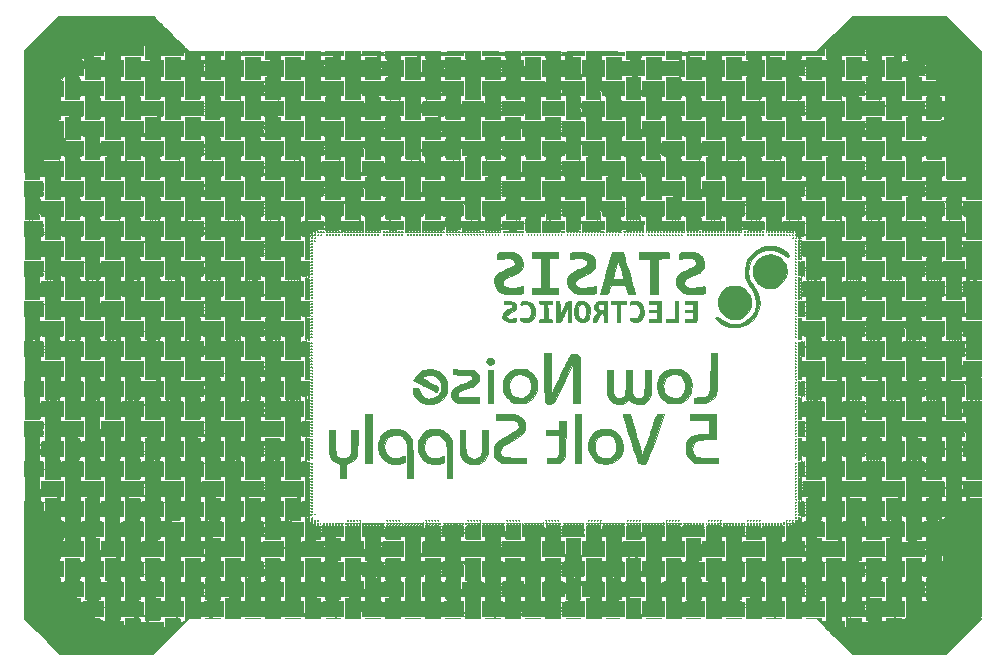
<source format=gbr>
%TF.GenerationSoftware,KiCad,Pcbnew,(5.1.7)-1*%
%TF.CreationDate,2021-03-19T19:43:08+01:00*%
%TF.ProjectId,LowNoise5V,4c6f774e-6f69-4736-9535-562e6b696361,rev?*%
%TF.SameCoordinates,Original*%
%TF.FileFunction,Legend,Bot*%
%TF.FilePolarity,Positive*%
%FSLAX46Y46*%
G04 Gerber Fmt 4.6, Leading zero omitted, Abs format (unit mm)*
G04 Created by KiCad (PCBNEW (5.1.7)-1) date 2021-03-19 19:43:08*
%MOMM*%
%LPD*%
G01*
G04 APERTURE LIST*
%ADD10C,0.010000*%
G04 APERTURE END LIST*
D10*
%TO.C,G\u002A\u002A\u002A*%
G36*
X79723724Y-41190204D02*
G01*
X79721216Y-41394234D01*
X79712380Y-41527859D01*
X79695214Y-41605371D01*
X79667719Y-41641063D01*
X79660100Y-41644716D01*
X79623124Y-41653908D01*
X79601293Y-41636206D01*
X79591420Y-41576206D01*
X79590321Y-41458502D01*
X79593369Y-41321953D01*
X79599760Y-41078130D01*
X77688641Y-41078130D01*
X77691241Y-41599890D01*
X77691639Y-41803691D01*
X77690819Y-41977066D01*
X77688946Y-42102131D01*
X77686185Y-42161005D01*
X77686056Y-42161743D01*
X77676548Y-42259481D01*
X77705251Y-42316539D01*
X77787156Y-42343542D01*
X77937255Y-42351118D01*
X77953339Y-42351206D01*
X78218364Y-42352161D01*
X77455092Y-42772379D01*
X76747682Y-42773335D01*
X76485639Y-42774452D01*
X76296242Y-42777823D01*
X76167338Y-42784700D01*
X76086769Y-42796337D01*
X76042382Y-42813986D01*
X76022021Y-42838902D01*
X76018629Y-42848497D01*
X75993943Y-42978103D01*
X75985834Y-43118626D01*
X75995069Y-43234140D01*
X76009465Y-43276843D01*
X76016362Y-43351105D01*
X76000036Y-43377025D01*
X75977670Y-43453549D01*
X75991516Y-43514683D01*
X76005709Y-43611521D01*
X75991378Y-43666029D01*
X75978641Y-43749544D01*
X75992154Y-43791986D01*
X76005442Y-43881618D01*
X75991993Y-43919459D01*
X75970750Y-43989414D01*
X75976252Y-44012583D01*
X76023816Y-44024439D01*
X76140809Y-44034480D01*
X76311862Y-44041909D01*
X76521602Y-44045927D01*
X76628214Y-44046410D01*
X76874833Y-44049191D01*
X77073483Y-44057042D01*
X77212723Y-44069224D01*
X77281114Y-44085000D01*
X77285476Y-44088814D01*
X77290520Y-44109157D01*
X77268399Y-44123251D01*
X77207345Y-44132062D01*
X77095587Y-44136556D01*
X76921355Y-44137700D01*
X76702421Y-44136671D01*
X76331386Y-44134082D01*
X76331386Y-46033077D01*
X77603506Y-46040847D01*
X77607765Y-45541876D01*
X77612870Y-45333055D01*
X77623395Y-45208725D01*
X77638584Y-45168793D01*
X77657685Y-45213169D01*
X77679942Y-45341760D01*
X77704522Y-45553678D01*
X77724514Y-45732153D01*
X77748339Y-45918545D01*
X77754906Y-45965192D01*
X77784151Y-46166611D01*
X76890655Y-46166611D01*
X76566639Y-46168043D01*
X76319763Y-46173110D01*
X76142396Y-46182972D01*
X76026906Y-46198786D01*
X75965661Y-46221711D01*
X75951030Y-46252904D01*
X75975381Y-46293526D01*
X75985383Y-46304014D01*
X76008067Y-46373654D01*
X75986241Y-46432083D01*
X75964533Y-46520644D01*
X75986241Y-46559295D01*
X76007568Y-46631096D01*
X75987226Y-46684666D01*
X75967990Y-46778020D01*
X75992154Y-46823873D01*
X76017604Y-46906092D01*
X75997081Y-46963080D01*
X75977019Y-47052188D01*
X75998067Y-47088450D01*
X76019036Y-47162150D01*
X75999941Y-47212160D01*
X75983406Y-47309827D01*
X76011288Y-47365127D01*
X76038098Y-47390921D01*
X76083215Y-47409951D01*
X76158405Y-47423218D01*
X76275431Y-47431724D01*
X76446058Y-47436467D01*
X76682052Y-47438449D01*
X76876712Y-47438731D01*
X77688314Y-47438731D01*
X77683297Y-47555342D01*
X77668399Y-47686831D01*
X77645910Y-47799165D01*
X77626590Y-47865694D01*
X77615963Y-47865122D01*
X77610440Y-47790328D01*
X77608523Y-47724958D01*
X77599556Y-47606482D01*
X77582403Y-47531961D01*
X77571703Y-47519444D01*
X77471589Y-47512307D01*
X77325541Y-47508724D01*
X77154679Y-47508359D01*
X76980123Y-47510874D01*
X76822993Y-47515933D01*
X76704410Y-47523200D01*
X76645494Y-47532337D01*
X76642790Y-47534255D01*
X76595337Y-47542792D01*
X76543904Y-47523806D01*
X76448783Y-47500005D01*
X76398064Y-47507026D01*
X76375917Y-47524928D01*
X76359192Y-47566290D01*
X76347161Y-47641491D01*
X76339094Y-47760914D01*
X76334263Y-47934937D01*
X76331938Y-48173941D01*
X76331386Y-48456427D01*
X76332462Y-48773882D01*
X76336040Y-49015459D01*
X76342645Y-49190062D01*
X76352799Y-49306599D01*
X76367029Y-49373975D01*
X76385857Y-49401096D01*
X76387016Y-49401589D01*
X76459902Y-49411218D01*
X76582010Y-49411503D01*
X76652041Y-49407776D01*
X76843715Y-49402846D01*
X76954136Y-49421733D01*
X76983459Y-49464480D01*
X76964486Y-49498891D01*
X76917201Y-49527309D01*
X76823140Y-49545821D01*
X76669711Y-49555878D01*
X76444321Y-49558928D01*
X76442805Y-49558928D01*
X75970952Y-49558926D01*
X75979007Y-49717943D01*
X75988900Y-49869644D01*
X76002696Y-50034964D01*
X76004940Y-50058303D01*
X76007552Y-50174883D01*
X75992834Y-50251828D01*
X75983393Y-50264012D01*
X75960743Y-50318681D01*
X75966730Y-50347695D01*
X75965374Y-50399623D01*
X75948419Y-50407011D01*
X75932037Y-50366411D01*
X75919241Y-50251730D01*
X75910774Y-50073646D01*
X75907378Y-49842839D01*
X75907346Y-49816010D01*
X75907346Y-49225009D01*
X75271286Y-49226551D01*
X74635225Y-49228092D01*
X74635225Y-50984480D01*
X74425546Y-51051533D01*
X74302883Y-51088815D01*
X74239073Y-51097469D01*
X74212462Y-51075539D01*
X74202925Y-51031431D01*
X74183927Y-50980463D01*
X74132207Y-50953295D01*
X74026501Y-50942035D01*
X73956761Y-50940076D01*
X73817657Y-50932229D01*
X73710860Y-50916590D01*
X73673464Y-50903974D01*
X73613926Y-50898410D01*
X73598222Y-50912795D01*
X73546515Y-50931331D01*
X73433183Y-50942753D01*
X73281263Y-50944923D01*
X73257832Y-50944356D01*
X72942610Y-50935194D01*
X72930237Y-51190126D01*
X72917040Y-51341793D01*
X72892676Y-51425407D01*
X72852143Y-51457500D01*
X72849144Y-51458137D01*
X72801292Y-51448810D01*
X72797820Y-51381791D01*
X72801082Y-51363154D01*
X72821740Y-51255092D01*
X71865209Y-51255092D01*
X71550262Y-51256902D01*
X71286689Y-51262104D01*
X71082572Y-51270358D01*
X70945987Y-51281320D01*
X70885014Y-51294651D01*
X70883013Y-51296619D01*
X70879955Y-51363736D01*
X70899727Y-51417335D01*
X70917786Y-51506125D01*
X70895005Y-51543626D01*
X70871997Y-51603621D01*
X70902181Y-51656132D01*
X70933535Y-51707345D01*
X70897761Y-51721398D01*
X70887663Y-51721536D01*
X70854910Y-51709991D01*
X70834337Y-51665298D01*
X70823305Y-51572367D01*
X70819175Y-51416107D01*
X70818865Y-51328050D01*
X70818865Y-50934565D01*
X70352421Y-50942318D01*
X70163554Y-50942176D01*
X70011872Y-50935779D01*
X69914133Y-50924238D01*
X69885977Y-50911404D01*
X69856687Y-50900043D01*
X69804612Y-50923550D01*
X69722955Y-50952899D01*
X69662897Y-50924277D01*
X69599760Y-50895040D01*
X69574646Y-50902093D01*
X69562763Y-50953930D01*
X69553398Y-51070814D01*
X69547791Y-51232995D01*
X69546745Y-51346967D01*
X69545331Y-51538683D01*
X69539171Y-51660923D01*
X69525384Y-51728996D01*
X69501088Y-51758212D01*
X69468295Y-51763940D01*
X69425166Y-51754509D01*
X69404213Y-51713411D01*
X69400795Y-51621438D01*
X69406812Y-51509516D01*
X69423779Y-51255092D01*
X67521239Y-51255092D01*
X67501690Y-51357355D01*
X67503911Y-51389704D01*
X67524463Y-51435098D01*
X67568330Y-51498999D01*
X67640491Y-51586871D01*
X67745929Y-51704175D01*
X67889625Y-51856373D01*
X68076560Y-52048928D01*
X68311716Y-52287302D01*
X68600075Y-52576957D01*
X68758523Y-52735485D01*
X70034904Y-54011352D01*
X78006792Y-54011352D01*
X79501309Y-52516390D01*
X79794839Y-52221770D01*
X80069275Y-51944373D01*
X80318902Y-51690115D01*
X80538001Y-51464912D01*
X80720854Y-51274680D01*
X80861745Y-51125336D01*
X80954956Y-51022794D01*
X80994770Y-50972971D01*
X80995826Y-50969974D01*
X80965170Y-50937770D01*
X80932220Y-50942929D01*
X80877939Y-50935826D01*
X80868614Y-50899194D01*
X80900620Y-50840116D01*
X80932220Y-50831052D01*
X80957115Y-50819514D01*
X80974709Y-50777044D01*
X80986182Y-50691852D01*
X80992713Y-50552150D01*
X80995481Y-50346152D01*
X80995826Y-50194991D01*
X80994673Y-49946049D01*
X80990426Y-49770106D01*
X80981907Y-49655373D01*
X80967936Y-49590062D01*
X80947337Y-49562386D01*
X80932220Y-49558931D01*
X80880530Y-49523158D01*
X80868614Y-49469587D01*
X80887281Y-49404534D01*
X80932220Y-49404650D01*
X80952962Y-49403600D01*
X80968723Y-49376065D01*
X80980162Y-49312459D01*
X80987935Y-49203198D01*
X80992698Y-49038697D01*
X80995108Y-48809372D01*
X80995823Y-48505639D01*
X80995826Y-48476298D01*
X80995163Y-48164170D01*
X80992736Y-47927045D01*
X80987891Y-47755125D01*
X80979975Y-47638614D01*
X80968333Y-47567713D01*
X80952311Y-47532625D01*
X80932220Y-47523539D01*
X80875791Y-47500642D01*
X80868614Y-47481135D01*
X80902960Y-47443515D01*
X80932220Y-47438731D01*
X80957115Y-47427194D01*
X80974709Y-47384723D01*
X80986182Y-47299531D01*
X80992713Y-47159830D01*
X80995481Y-46953832D01*
X80995826Y-46802671D01*
X80994673Y-46553729D01*
X80990426Y-46377785D01*
X80981907Y-46263052D01*
X80967936Y-46197741D01*
X80947337Y-46170065D01*
X80932220Y-46166611D01*
X80876003Y-46132668D01*
X80868614Y-46103005D01*
X80902557Y-46046787D01*
X80932220Y-46039399D01*
X80953001Y-46029477D01*
X80968804Y-45993198D01*
X80980276Y-45920793D01*
X80988066Y-45802493D01*
X80992822Y-45628527D01*
X80995193Y-45389128D01*
X80995826Y-45080772D01*
X80995230Y-44769247D01*
X80993005Y-44532966D01*
X80988502Y-44362372D01*
X80981071Y-44247905D01*
X80970059Y-44180008D01*
X80954816Y-44149123D01*
X80934693Y-44145691D01*
X80932220Y-44146553D01*
X80877515Y-44140037D01*
X80868614Y-44108686D01*
X80902587Y-44053629D01*
X80932220Y-44046410D01*
X80957115Y-44034873D01*
X80974709Y-43992402D01*
X80986182Y-43907211D01*
X80992713Y-43767509D01*
X80995481Y-43561511D01*
X80995826Y-43410350D01*
X80994673Y-43161408D01*
X80990426Y-42985465D01*
X80981907Y-42870732D01*
X80967936Y-42805421D01*
X80947337Y-42777745D01*
X80932220Y-42774290D01*
X80880395Y-42739080D01*
X80868614Y-42690813D01*
X80889158Y-42630064D01*
X80932220Y-42631744D01*
X80953110Y-42630716D01*
X80968944Y-42603052D01*
X80980395Y-42539098D01*
X80988136Y-42429199D01*
X80992840Y-42263699D01*
X80995179Y-42032944D01*
X80995826Y-41727280D01*
X80995826Y-40781302D01*
X80900417Y-40776192D01*
X80822614Y-40773818D01*
X80679866Y-40771065D01*
X80492035Y-40768262D01*
X80278982Y-40765741D01*
X80264375Y-40765591D01*
X79723742Y-40760100D01*
X79723724Y-41190204D01*
G37*
X79723724Y-41190204D02*
X79721216Y-41394234D01*
X79712380Y-41527859D01*
X79695214Y-41605371D01*
X79667719Y-41641063D01*
X79660100Y-41644716D01*
X79623124Y-41653908D01*
X79601293Y-41636206D01*
X79591420Y-41576206D01*
X79590321Y-41458502D01*
X79593369Y-41321953D01*
X79599760Y-41078130D01*
X77688641Y-41078130D01*
X77691241Y-41599890D01*
X77691639Y-41803691D01*
X77690819Y-41977066D01*
X77688946Y-42102131D01*
X77686185Y-42161005D01*
X77686056Y-42161743D01*
X77676548Y-42259481D01*
X77705251Y-42316539D01*
X77787156Y-42343542D01*
X77937255Y-42351118D01*
X77953339Y-42351206D01*
X78218364Y-42352161D01*
X77455092Y-42772379D01*
X76747682Y-42773335D01*
X76485639Y-42774452D01*
X76296242Y-42777823D01*
X76167338Y-42784700D01*
X76086769Y-42796337D01*
X76042382Y-42813986D01*
X76022021Y-42838902D01*
X76018629Y-42848497D01*
X75993943Y-42978103D01*
X75985834Y-43118626D01*
X75995069Y-43234140D01*
X76009465Y-43276843D01*
X76016362Y-43351105D01*
X76000036Y-43377025D01*
X75977670Y-43453549D01*
X75991516Y-43514683D01*
X76005709Y-43611521D01*
X75991378Y-43666029D01*
X75978641Y-43749544D01*
X75992154Y-43791986D01*
X76005442Y-43881618D01*
X75991993Y-43919459D01*
X75970750Y-43989414D01*
X75976252Y-44012583D01*
X76023816Y-44024439D01*
X76140809Y-44034480D01*
X76311862Y-44041909D01*
X76521602Y-44045927D01*
X76628214Y-44046410D01*
X76874833Y-44049191D01*
X77073483Y-44057042D01*
X77212723Y-44069224D01*
X77281114Y-44085000D01*
X77285476Y-44088814D01*
X77290520Y-44109157D01*
X77268399Y-44123251D01*
X77207345Y-44132062D01*
X77095587Y-44136556D01*
X76921355Y-44137700D01*
X76702421Y-44136671D01*
X76331386Y-44134082D01*
X76331386Y-46033077D01*
X77603506Y-46040847D01*
X77607765Y-45541876D01*
X77612870Y-45333055D01*
X77623395Y-45208725D01*
X77638584Y-45168793D01*
X77657685Y-45213169D01*
X77679942Y-45341760D01*
X77704522Y-45553678D01*
X77724514Y-45732153D01*
X77748339Y-45918545D01*
X77754906Y-45965192D01*
X77784151Y-46166611D01*
X76890655Y-46166611D01*
X76566639Y-46168043D01*
X76319763Y-46173110D01*
X76142396Y-46182972D01*
X76026906Y-46198786D01*
X75965661Y-46221711D01*
X75951030Y-46252904D01*
X75975381Y-46293526D01*
X75985383Y-46304014D01*
X76008067Y-46373654D01*
X75986241Y-46432083D01*
X75964533Y-46520644D01*
X75986241Y-46559295D01*
X76007568Y-46631096D01*
X75987226Y-46684666D01*
X75967990Y-46778020D01*
X75992154Y-46823873D01*
X76017604Y-46906092D01*
X75997081Y-46963080D01*
X75977019Y-47052188D01*
X75998067Y-47088450D01*
X76019036Y-47162150D01*
X75999941Y-47212160D01*
X75983406Y-47309827D01*
X76011288Y-47365127D01*
X76038098Y-47390921D01*
X76083215Y-47409951D01*
X76158405Y-47423218D01*
X76275431Y-47431724D01*
X76446058Y-47436467D01*
X76682052Y-47438449D01*
X76876712Y-47438731D01*
X77688314Y-47438731D01*
X77683297Y-47555342D01*
X77668399Y-47686831D01*
X77645910Y-47799165D01*
X77626590Y-47865694D01*
X77615963Y-47865122D01*
X77610440Y-47790328D01*
X77608523Y-47724958D01*
X77599556Y-47606482D01*
X77582403Y-47531961D01*
X77571703Y-47519444D01*
X77471589Y-47512307D01*
X77325541Y-47508724D01*
X77154679Y-47508359D01*
X76980123Y-47510874D01*
X76822993Y-47515933D01*
X76704410Y-47523200D01*
X76645494Y-47532337D01*
X76642790Y-47534255D01*
X76595337Y-47542792D01*
X76543904Y-47523806D01*
X76448783Y-47500005D01*
X76398064Y-47507026D01*
X76375917Y-47524928D01*
X76359192Y-47566290D01*
X76347161Y-47641491D01*
X76339094Y-47760914D01*
X76334263Y-47934937D01*
X76331938Y-48173941D01*
X76331386Y-48456427D01*
X76332462Y-48773882D01*
X76336040Y-49015459D01*
X76342645Y-49190062D01*
X76352799Y-49306599D01*
X76367029Y-49373975D01*
X76385857Y-49401096D01*
X76387016Y-49401589D01*
X76459902Y-49411218D01*
X76582010Y-49411503D01*
X76652041Y-49407776D01*
X76843715Y-49402846D01*
X76954136Y-49421733D01*
X76983459Y-49464480D01*
X76964486Y-49498891D01*
X76917201Y-49527309D01*
X76823140Y-49545821D01*
X76669711Y-49555878D01*
X76444321Y-49558928D01*
X76442805Y-49558928D01*
X75970952Y-49558926D01*
X75979007Y-49717943D01*
X75988900Y-49869644D01*
X76002696Y-50034964D01*
X76004940Y-50058303D01*
X76007552Y-50174883D01*
X75992834Y-50251828D01*
X75983393Y-50264012D01*
X75960743Y-50318681D01*
X75966730Y-50347695D01*
X75965374Y-50399623D01*
X75948419Y-50407011D01*
X75932037Y-50366411D01*
X75919241Y-50251730D01*
X75910774Y-50073646D01*
X75907378Y-49842839D01*
X75907346Y-49816010D01*
X75907346Y-49225009D01*
X75271286Y-49226551D01*
X74635225Y-49228092D01*
X74635225Y-50984480D01*
X74425546Y-51051533D01*
X74302883Y-51088815D01*
X74239073Y-51097469D01*
X74212462Y-51075539D01*
X74202925Y-51031431D01*
X74183927Y-50980463D01*
X74132207Y-50953295D01*
X74026501Y-50942035D01*
X73956761Y-50940076D01*
X73817657Y-50932229D01*
X73710860Y-50916590D01*
X73673464Y-50903974D01*
X73613926Y-50898410D01*
X73598222Y-50912795D01*
X73546515Y-50931331D01*
X73433183Y-50942753D01*
X73281263Y-50944923D01*
X73257832Y-50944356D01*
X72942610Y-50935194D01*
X72930237Y-51190126D01*
X72917040Y-51341793D01*
X72892676Y-51425407D01*
X72852143Y-51457500D01*
X72849144Y-51458137D01*
X72801292Y-51448810D01*
X72797820Y-51381791D01*
X72801082Y-51363154D01*
X72821740Y-51255092D01*
X71865209Y-51255092D01*
X71550262Y-51256902D01*
X71286689Y-51262104D01*
X71082572Y-51270358D01*
X70945987Y-51281320D01*
X70885014Y-51294651D01*
X70883013Y-51296619D01*
X70879955Y-51363736D01*
X70899727Y-51417335D01*
X70917786Y-51506125D01*
X70895005Y-51543626D01*
X70871997Y-51603621D01*
X70902181Y-51656132D01*
X70933535Y-51707345D01*
X70897761Y-51721398D01*
X70887663Y-51721536D01*
X70854910Y-51709991D01*
X70834337Y-51665298D01*
X70823305Y-51572367D01*
X70819175Y-51416107D01*
X70818865Y-51328050D01*
X70818865Y-50934565D01*
X70352421Y-50942318D01*
X70163554Y-50942176D01*
X70011872Y-50935779D01*
X69914133Y-50924238D01*
X69885977Y-50911404D01*
X69856687Y-50900043D01*
X69804612Y-50923550D01*
X69722955Y-50952899D01*
X69662897Y-50924277D01*
X69599760Y-50895040D01*
X69574646Y-50902093D01*
X69562763Y-50953930D01*
X69553398Y-51070814D01*
X69547791Y-51232995D01*
X69546745Y-51346967D01*
X69545331Y-51538683D01*
X69539171Y-51660923D01*
X69525384Y-51728996D01*
X69501088Y-51758212D01*
X69468295Y-51763940D01*
X69425166Y-51754509D01*
X69404213Y-51713411D01*
X69400795Y-51621438D01*
X69406812Y-51509516D01*
X69423779Y-51255092D01*
X67521239Y-51255092D01*
X67501690Y-51357355D01*
X67503911Y-51389704D01*
X67524463Y-51435098D01*
X67568330Y-51498999D01*
X67640491Y-51586871D01*
X67745929Y-51704175D01*
X67889625Y-51856373D01*
X68076560Y-52048928D01*
X68311716Y-52287302D01*
X68600075Y-52576957D01*
X68758523Y-52735485D01*
X70034904Y-54011352D01*
X78006792Y-54011352D01*
X79501309Y-52516390D01*
X79794839Y-52221770D01*
X80069275Y-51944373D01*
X80318902Y-51690115D01*
X80538001Y-51464912D01*
X80720854Y-51274680D01*
X80861745Y-51125336D01*
X80954956Y-51022794D01*
X80994770Y-50972971D01*
X80995826Y-50969974D01*
X80965170Y-50937770D01*
X80932220Y-50942929D01*
X80877939Y-50935826D01*
X80868614Y-50899194D01*
X80900620Y-50840116D01*
X80932220Y-50831052D01*
X80957115Y-50819514D01*
X80974709Y-50777044D01*
X80986182Y-50691852D01*
X80992713Y-50552150D01*
X80995481Y-50346152D01*
X80995826Y-50194991D01*
X80994673Y-49946049D01*
X80990426Y-49770106D01*
X80981907Y-49655373D01*
X80967936Y-49590062D01*
X80947337Y-49562386D01*
X80932220Y-49558931D01*
X80880530Y-49523158D01*
X80868614Y-49469587D01*
X80887281Y-49404534D01*
X80932220Y-49404650D01*
X80952962Y-49403600D01*
X80968723Y-49376065D01*
X80980162Y-49312459D01*
X80987935Y-49203198D01*
X80992698Y-49038697D01*
X80995108Y-48809372D01*
X80995823Y-48505639D01*
X80995826Y-48476298D01*
X80995163Y-48164170D01*
X80992736Y-47927045D01*
X80987891Y-47755125D01*
X80979975Y-47638614D01*
X80968333Y-47567713D01*
X80952311Y-47532625D01*
X80932220Y-47523539D01*
X80875791Y-47500642D01*
X80868614Y-47481135D01*
X80902960Y-47443515D01*
X80932220Y-47438731D01*
X80957115Y-47427194D01*
X80974709Y-47384723D01*
X80986182Y-47299531D01*
X80992713Y-47159830D01*
X80995481Y-46953832D01*
X80995826Y-46802671D01*
X80994673Y-46553729D01*
X80990426Y-46377785D01*
X80981907Y-46263052D01*
X80967936Y-46197741D01*
X80947337Y-46170065D01*
X80932220Y-46166611D01*
X80876003Y-46132668D01*
X80868614Y-46103005D01*
X80902557Y-46046787D01*
X80932220Y-46039399D01*
X80953001Y-46029477D01*
X80968804Y-45993198D01*
X80980276Y-45920793D01*
X80988066Y-45802493D01*
X80992822Y-45628527D01*
X80995193Y-45389128D01*
X80995826Y-45080772D01*
X80995230Y-44769247D01*
X80993005Y-44532966D01*
X80988502Y-44362372D01*
X80981071Y-44247905D01*
X80970059Y-44180008D01*
X80954816Y-44149123D01*
X80934693Y-44145691D01*
X80932220Y-44146553D01*
X80877515Y-44140037D01*
X80868614Y-44108686D01*
X80902587Y-44053629D01*
X80932220Y-44046410D01*
X80957115Y-44034873D01*
X80974709Y-43992402D01*
X80986182Y-43907211D01*
X80992713Y-43767509D01*
X80995481Y-43561511D01*
X80995826Y-43410350D01*
X80994673Y-43161408D01*
X80990426Y-42985465D01*
X80981907Y-42870732D01*
X80967936Y-42805421D01*
X80947337Y-42777745D01*
X80932220Y-42774290D01*
X80880395Y-42739080D01*
X80868614Y-42690813D01*
X80889158Y-42630064D01*
X80932220Y-42631744D01*
X80953110Y-42630716D01*
X80968944Y-42603052D01*
X80980395Y-42539098D01*
X80988136Y-42429199D01*
X80992840Y-42263699D01*
X80995179Y-42032944D01*
X80995826Y-41727280D01*
X80995826Y-40781302D01*
X80900417Y-40776192D01*
X80822614Y-40773818D01*
X80679866Y-40771065D01*
X80492035Y-40768262D01*
X80278982Y-40765741D01*
X80264375Y-40765591D01*
X79723742Y-40760100D01*
X79723724Y-41190204D01*
G36*
X2410601Y-40764483D02*
G01*
X2195140Y-40767798D01*
X2006015Y-40771161D01*
X1861687Y-40774212D01*
X1780617Y-40776590D01*
X1774541Y-40776897D01*
X1745422Y-40785800D01*
X1725040Y-40816956D01*
X1711869Y-40883084D01*
X1704380Y-40996907D01*
X1701046Y-41171145D01*
X1700334Y-41394829D01*
X1699296Y-41636240D01*
X1695339Y-41804490D01*
X1687200Y-41911211D01*
X1673616Y-41968035D01*
X1653323Y-41986592D01*
X1636362Y-41983808D01*
X1572335Y-41919816D01*
X1540971Y-41812982D01*
X1550603Y-41701708D01*
X1567278Y-41665386D01*
X1594389Y-41604511D01*
X1562171Y-41587099D01*
X1555239Y-41586978D01*
X1515978Y-41566746D01*
X1521381Y-41493750D01*
X1527790Y-41469976D01*
X1540947Y-41348315D01*
X1526196Y-41257956D01*
X1511971Y-41185406D01*
X1552267Y-41162713D01*
X1563887Y-41162289D01*
X1612090Y-41155360D01*
X1581457Y-41125984D01*
X1573122Y-41120534D01*
X1511771Y-41107309D01*
X1380334Y-41095787D01*
X1193530Y-41086702D01*
X966077Y-41080788D01*
X735643Y-41078779D01*
X-38230Y-41078130D01*
X-38230Y-51022317D01*
X1456732Y-52516835D01*
X2951694Y-54011352D01*
X10905688Y-54011352D01*
X13941944Y-51000668D01*
X14845576Y-51000668D01*
X14845576Y-49229104D01*
X14209516Y-49225659D01*
X13573456Y-49222213D01*
X13573456Y-50175046D01*
X13574604Y-50501176D01*
X13578325Y-50750169D01*
X13585036Y-50929673D01*
X13595152Y-51047331D01*
X13609089Y-51110789D01*
X13625295Y-51127880D01*
X13649609Y-51140948D01*
X13615574Y-51172481D01*
X13544174Y-51210969D01*
X13456394Y-51244903D01*
X13380682Y-51262042D01*
X13288064Y-51290750D01*
X13255426Y-51336366D01*
X13225106Y-51401415D01*
X13204621Y-51413373D01*
X13170959Y-51388854D01*
X13149050Y-51286192D01*
X13141014Y-51183685D01*
X13131823Y-51045885D01*
X13115544Y-50973711D01*
X13081565Y-50948056D01*
X13019273Y-50949811D01*
X13011603Y-50950697D01*
X12926636Y-50946087D01*
X12894992Y-50917402D01*
X12866553Y-50891913D01*
X12820785Y-50907660D01*
X12748514Y-50922958D01*
X12613458Y-50934278D01*
X12437602Y-50940203D01*
X12311937Y-50940489D01*
X11877296Y-50936129D01*
X11877296Y-51323887D01*
X11875525Y-51508797D01*
X11867985Y-51625754D01*
X11851339Y-51691579D01*
X11822245Y-51723091D01*
X11796102Y-51732877D01*
X11750247Y-51736693D01*
X11726973Y-51705124D01*
X11720116Y-51620089D01*
X11721895Y-51515202D01*
X11728882Y-51276294D01*
X10859599Y-51264284D01*
X10591473Y-51261662D01*
X10348112Y-51261319D01*
X10143801Y-51263111D01*
X9992828Y-51266897D01*
X9909480Y-51272531D01*
X9902138Y-51273878D01*
X9846522Y-51301327D01*
X9822978Y-51363547D01*
X9821699Y-51481272D01*
X9832873Y-51606496D01*
X9851603Y-51697666D01*
X9859075Y-51715015D01*
X9859336Y-51745600D01*
X9822904Y-51737715D01*
X9790147Y-51708287D01*
X9769957Y-51640245D01*
X9759789Y-51518031D01*
X9757095Y-51335363D01*
X9755646Y-51155328D01*
X9748864Y-51043851D01*
X9733099Y-50984699D01*
X9704701Y-50961639D01*
X9672287Y-50958264D01*
X9603392Y-50939888D01*
X9587479Y-50914368D01*
X9559856Y-50893033D01*
X9502671Y-50915860D01*
X9394238Y-50938050D01*
X9333055Y-50915860D01*
X9267945Y-50894651D01*
X9248247Y-50908246D01*
X9209028Y-50924145D01*
X9103971Y-50935082D01*
X8951977Y-50939538D01*
X8866611Y-50938905D01*
X8484975Y-50931790D01*
X8484975Y-51263057D01*
X8477951Y-51456129D01*
X8456736Y-51566087D01*
X8421118Y-51593464D01*
X8373163Y-51542532D01*
X8352236Y-51463791D01*
X8350132Y-51372916D01*
X8359110Y-51255092D01*
X7633927Y-51255092D01*
X7217672Y-51247546D01*
X6884077Y-51224813D01*
X6632338Y-51186748D01*
X6461651Y-51133206D01*
X6371215Y-51064043D01*
X6356026Y-51024924D01*
X6339654Y-50977920D01*
X6294581Y-50951384D01*
X6201181Y-50939235D01*
X6067947Y-50935667D01*
X5910430Y-50926636D01*
X5777496Y-50906207D01*
X5707513Y-50883123D01*
X5685920Y-50861782D01*
X5713499Y-50847189D01*
X5799738Y-50838180D01*
X5954126Y-50833588D01*
X6120952Y-50832341D01*
X6619199Y-50831052D01*
X6623383Y-50693238D01*
X6625096Y-50571125D01*
X6624901Y-50409529D01*
X6623832Y-50311602D01*
X6629316Y-50162084D01*
X6650029Y-50080190D01*
X6667244Y-50067779D01*
X6691744Y-50048194D01*
X6670999Y-50014774D01*
X6646505Y-49942979D01*
X6634587Y-49822511D01*
X6634742Y-49760350D01*
X6641876Y-49558931D01*
X5671255Y-49558931D01*
X5355588Y-49559645D01*
X5115965Y-49562145D01*
X4943628Y-49566970D01*
X4829823Y-49574662D01*
X4765794Y-49585759D01*
X4742785Y-49600800D01*
X4747862Y-49615838D01*
X4774693Y-49677738D01*
X4767045Y-49700790D01*
X4743901Y-49765623D01*
X4732919Y-49877749D01*
X4734979Y-50000409D01*
X4750960Y-50096841D01*
X4757197Y-50112468D01*
X4766848Y-50201158D01*
X4753422Y-50237395D01*
X4741953Y-50324021D01*
X4760499Y-50377830D01*
X4783036Y-50437002D01*
X4751553Y-50441715D01*
X4746939Y-50440242D01*
X4722442Y-50410932D01*
X4704287Y-50334734D01*
X4691308Y-50201266D01*
X4682336Y-50000150D01*
X4678098Y-49828070D01*
X4666379Y-49234883D01*
X4087087Y-49227817D01*
X3866961Y-49222147D01*
X3680023Y-49211644D01*
X3542378Y-49197602D01*
X3470133Y-49181316D01*
X3464866Y-49177821D01*
X3485371Y-49160665D01*
X3586444Y-49147920D01*
X3769274Y-49139515D01*
X4035048Y-49135380D01*
X4193690Y-49134891D01*
X4486127Y-49132611D01*
X4714862Y-49125990D01*
X4873892Y-49115356D01*
X4957216Y-49101038D01*
X4968623Y-49092487D01*
X4974155Y-48965944D01*
X4975283Y-48814864D01*
X4972544Y-48665527D01*
X4966474Y-48544211D01*
X4957611Y-48477196D01*
X4955971Y-48473271D01*
X4948411Y-48411313D01*
X4955249Y-48299456D01*
X4962376Y-48244407D01*
X4971265Y-48105302D01*
X4959114Y-47986526D01*
X4950200Y-47958180D01*
X4934648Y-47926686D01*
X4911186Y-47903019D01*
X4868732Y-47886060D01*
X4796204Y-47874693D01*
X4682522Y-47867799D01*
X4516602Y-47864259D01*
X4287363Y-47862956D01*
X4004546Y-47862771D01*
X3688635Y-47863953D01*
X3449306Y-47867816D01*
X3278361Y-47874837D01*
X3167601Y-47885494D01*
X3108830Y-47900263D01*
X3093681Y-47915776D01*
X3090001Y-47994825D01*
X3089852Y-48095993D01*
X3089040Y-48168337D01*
X3078620Y-48172228D01*
X3051941Y-48102480D01*
X3035489Y-48053589D01*
X2998500Y-47898573D01*
X2977299Y-47725731D01*
X2975713Y-47686088D01*
X2962794Y-47556275D01*
X2933052Y-47477804D01*
X2919449Y-47466814D01*
X2924792Y-47453850D01*
X2997286Y-47444547D01*
X3061064Y-47442079D01*
X3255684Y-47438731D01*
X3258110Y-46166611D01*
X3051676Y-46166611D01*
X2920312Y-46159450D01*
X2857193Y-46134764D01*
X2845242Y-46103005D01*
X2879185Y-46046787D01*
X2908848Y-46039399D01*
X2937170Y-46025936D01*
X2956201Y-45976709D01*
X2967799Y-45878457D01*
X2973824Y-45717923D01*
X2975713Y-45562354D01*
X2981747Y-45350098D01*
X2995489Y-45151519D01*
X3014714Y-44992568D01*
X3031169Y-44915693D01*
X3053117Y-44850673D01*
X3067773Y-44830723D01*
X3076472Y-44864662D01*
X3080550Y-44961309D01*
X3081341Y-45129483D01*
X3080915Y-45244328D01*
X3078464Y-45742580D01*
X4045658Y-45742575D01*
X4377033Y-45741353D01*
X4629796Y-45737477D01*
X4810113Y-45730631D01*
X4924147Y-45720499D01*
X4978064Y-45706763D01*
X4983089Y-45694414D01*
X4965555Y-45623903D01*
X4958689Y-45507931D01*
X4959277Y-45471793D01*
X4963455Y-45308617D01*
X4965981Y-45129053D01*
X4966556Y-44966488D01*
X4964884Y-44854310D01*
X4964797Y-44852087D01*
X4966397Y-44768920D01*
X4973694Y-44648199D01*
X4975167Y-44629466D01*
X4988115Y-44470451D01*
X4086294Y-44470451D01*
X3820268Y-44469028D01*
X3585581Y-44465051D01*
X3394498Y-44458953D01*
X3259280Y-44451166D01*
X3192190Y-44442126D01*
X3187077Y-44438648D01*
X3205323Y-44385370D01*
X3249525Y-44281997D01*
X3289557Y-44194824D01*
X3389436Y-43982804D01*
X3396494Y-44322036D01*
X4668608Y-44322036D01*
X4668614Y-42435058D01*
X4573205Y-42430309D01*
X4495403Y-42428046D01*
X4352656Y-42425330D01*
X4164825Y-42422494D01*
X3951772Y-42419868D01*
X3937152Y-42419708D01*
X3396507Y-42413856D01*
X3396501Y-42637192D01*
X3396494Y-42860527D01*
X3184474Y-42753088D01*
X2972454Y-42645650D01*
X2972454Y-40756474D01*
X2410601Y-40764483D01*
G37*
X2410601Y-40764483D02*
X2195140Y-40767798D01*
X2006015Y-40771161D01*
X1861687Y-40774212D01*
X1780617Y-40776590D01*
X1774541Y-40776897D01*
X1745422Y-40785800D01*
X1725040Y-40816956D01*
X1711869Y-40883084D01*
X1704380Y-40996907D01*
X1701046Y-41171145D01*
X1700334Y-41394829D01*
X1699296Y-41636240D01*
X1695339Y-41804490D01*
X1687200Y-41911211D01*
X1673616Y-41968035D01*
X1653323Y-41986592D01*
X1636362Y-41983808D01*
X1572335Y-41919816D01*
X1540971Y-41812982D01*
X1550603Y-41701708D01*
X1567278Y-41665386D01*
X1594389Y-41604511D01*
X1562171Y-41587099D01*
X1555239Y-41586978D01*
X1515978Y-41566746D01*
X1521381Y-41493750D01*
X1527790Y-41469976D01*
X1540947Y-41348315D01*
X1526196Y-41257956D01*
X1511971Y-41185406D01*
X1552267Y-41162713D01*
X1563887Y-41162289D01*
X1612090Y-41155360D01*
X1581457Y-41125984D01*
X1573122Y-41120534D01*
X1511771Y-41107309D01*
X1380334Y-41095787D01*
X1193530Y-41086702D01*
X966077Y-41080788D01*
X735643Y-41078779D01*
X-38230Y-41078130D01*
X-38230Y-51022317D01*
X1456732Y-52516835D01*
X2951694Y-54011352D01*
X10905688Y-54011352D01*
X13941944Y-51000668D01*
X14845576Y-51000668D01*
X14845576Y-49229104D01*
X14209516Y-49225659D01*
X13573456Y-49222213D01*
X13573456Y-50175046D01*
X13574604Y-50501176D01*
X13578325Y-50750169D01*
X13585036Y-50929673D01*
X13595152Y-51047331D01*
X13609089Y-51110789D01*
X13625295Y-51127880D01*
X13649609Y-51140948D01*
X13615574Y-51172481D01*
X13544174Y-51210969D01*
X13456394Y-51244903D01*
X13380682Y-51262042D01*
X13288064Y-51290750D01*
X13255426Y-51336366D01*
X13225106Y-51401415D01*
X13204621Y-51413373D01*
X13170959Y-51388854D01*
X13149050Y-51286192D01*
X13141014Y-51183685D01*
X13131823Y-51045885D01*
X13115544Y-50973711D01*
X13081565Y-50948056D01*
X13019273Y-50949811D01*
X13011603Y-50950697D01*
X12926636Y-50946087D01*
X12894992Y-50917402D01*
X12866553Y-50891913D01*
X12820785Y-50907660D01*
X12748514Y-50922958D01*
X12613458Y-50934278D01*
X12437602Y-50940203D01*
X12311937Y-50940489D01*
X11877296Y-50936129D01*
X11877296Y-51323887D01*
X11875525Y-51508797D01*
X11867985Y-51625754D01*
X11851339Y-51691579D01*
X11822245Y-51723091D01*
X11796102Y-51732877D01*
X11750247Y-51736693D01*
X11726973Y-51705124D01*
X11720116Y-51620089D01*
X11721895Y-51515202D01*
X11728882Y-51276294D01*
X10859599Y-51264284D01*
X10591473Y-51261662D01*
X10348112Y-51261319D01*
X10143801Y-51263111D01*
X9992828Y-51266897D01*
X9909480Y-51272531D01*
X9902138Y-51273878D01*
X9846522Y-51301327D01*
X9822978Y-51363547D01*
X9821699Y-51481272D01*
X9832873Y-51606496D01*
X9851603Y-51697666D01*
X9859075Y-51715015D01*
X9859336Y-51745600D01*
X9822904Y-51737715D01*
X9790147Y-51708287D01*
X9769957Y-51640245D01*
X9759789Y-51518031D01*
X9757095Y-51335363D01*
X9755646Y-51155328D01*
X9748864Y-51043851D01*
X9733099Y-50984699D01*
X9704701Y-50961639D01*
X9672287Y-50958264D01*
X9603392Y-50939888D01*
X9587479Y-50914368D01*
X9559856Y-50893033D01*
X9502671Y-50915860D01*
X9394238Y-50938050D01*
X9333055Y-50915860D01*
X9267945Y-50894651D01*
X9248247Y-50908246D01*
X9209028Y-50924145D01*
X9103971Y-50935082D01*
X8951977Y-50939538D01*
X8866611Y-50938905D01*
X8484975Y-50931790D01*
X8484975Y-51263057D01*
X8477951Y-51456129D01*
X8456736Y-51566087D01*
X8421118Y-51593464D01*
X8373163Y-51542532D01*
X8352236Y-51463791D01*
X8350132Y-51372916D01*
X8359110Y-51255092D01*
X7633927Y-51255092D01*
X7217672Y-51247546D01*
X6884077Y-51224813D01*
X6632338Y-51186748D01*
X6461651Y-51133206D01*
X6371215Y-51064043D01*
X6356026Y-51024924D01*
X6339654Y-50977920D01*
X6294581Y-50951384D01*
X6201181Y-50939235D01*
X6067947Y-50935667D01*
X5910430Y-50926636D01*
X5777496Y-50906207D01*
X5707513Y-50883123D01*
X5685920Y-50861782D01*
X5713499Y-50847189D01*
X5799738Y-50838180D01*
X5954126Y-50833588D01*
X6120952Y-50832341D01*
X6619199Y-50831052D01*
X6623383Y-50693238D01*
X6625096Y-50571125D01*
X6624901Y-50409529D01*
X6623832Y-50311602D01*
X6629316Y-50162084D01*
X6650029Y-50080190D01*
X6667244Y-50067779D01*
X6691744Y-50048194D01*
X6670999Y-50014774D01*
X6646505Y-49942979D01*
X6634587Y-49822511D01*
X6634742Y-49760350D01*
X6641876Y-49558931D01*
X5671255Y-49558931D01*
X5355588Y-49559645D01*
X5115965Y-49562145D01*
X4943628Y-49566970D01*
X4829823Y-49574662D01*
X4765794Y-49585759D01*
X4742785Y-49600800D01*
X4747862Y-49615838D01*
X4774693Y-49677738D01*
X4767045Y-49700790D01*
X4743901Y-49765623D01*
X4732919Y-49877749D01*
X4734979Y-50000409D01*
X4750960Y-50096841D01*
X4757197Y-50112468D01*
X4766848Y-50201158D01*
X4753422Y-50237395D01*
X4741953Y-50324021D01*
X4760499Y-50377830D01*
X4783036Y-50437002D01*
X4751553Y-50441715D01*
X4746939Y-50440242D01*
X4722442Y-50410932D01*
X4704287Y-50334734D01*
X4691308Y-50201266D01*
X4682336Y-50000150D01*
X4678098Y-49828070D01*
X4666379Y-49234883D01*
X4087087Y-49227817D01*
X3866961Y-49222147D01*
X3680023Y-49211644D01*
X3542378Y-49197602D01*
X3470133Y-49181316D01*
X3464866Y-49177821D01*
X3485371Y-49160665D01*
X3586444Y-49147920D01*
X3769274Y-49139515D01*
X4035048Y-49135380D01*
X4193690Y-49134891D01*
X4486127Y-49132611D01*
X4714862Y-49125990D01*
X4873892Y-49115356D01*
X4957216Y-49101038D01*
X4968623Y-49092487D01*
X4974155Y-48965944D01*
X4975283Y-48814864D01*
X4972544Y-48665527D01*
X4966474Y-48544211D01*
X4957611Y-48477196D01*
X4955971Y-48473271D01*
X4948411Y-48411313D01*
X4955249Y-48299456D01*
X4962376Y-48244407D01*
X4971265Y-48105302D01*
X4959114Y-47986526D01*
X4950200Y-47958180D01*
X4934648Y-47926686D01*
X4911186Y-47903019D01*
X4868732Y-47886060D01*
X4796204Y-47874693D01*
X4682522Y-47867799D01*
X4516602Y-47864259D01*
X4287363Y-47862956D01*
X4004546Y-47862771D01*
X3688635Y-47863953D01*
X3449306Y-47867816D01*
X3278361Y-47874837D01*
X3167601Y-47885494D01*
X3108830Y-47900263D01*
X3093681Y-47915776D01*
X3090001Y-47994825D01*
X3089852Y-48095993D01*
X3089040Y-48168337D01*
X3078620Y-48172228D01*
X3051941Y-48102480D01*
X3035489Y-48053589D01*
X2998500Y-47898573D01*
X2977299Y-47725731D01*
X2975713Y-47686088D01*
X2962794Y-47556275D01*
X2933052Y-47477804D01*
X2919449Y-47466814D01*
X2924792Y-47453850D01*
X2997286Y-47444547D01*
X3061064Y-47442079D01*
X3255684Y-47438731D01*
X3258110Y-46166611D01*
X3051676Y-46166611D01*
X2920312Y-46159450D01*
X2857193Y-46134764D01*
X2845242Y-46103005D01*
X2879185Y-46046787D01*
X2908848Y-46039399D01*
X2937170Y-46025936D01*
X2956201Y-45976709D01*
X2967799Y-45878457D01*
X2973824Y-45717923D01*
X2975713Y-45562354D01*
X2981747Y-45350098D01*
X2995489Y-45151519D01*
X3014714Y-44992568D01*
X3031169Y-44915693D01*
X3053117Y-44850673D01*
X3067773Y-44830723D01*
X3076472Y-44864662D01*
X3080550Y-44961309D01*
X3081341Y-45129483D01*
X3080915Y-45244328D01*
X3078464Y-45742580D01*
X4045658Y-45742575D01*
X4377033Y-45741353D01*
X4629796Y-45737477D01*
X4810113Y-45730631D01*
X4924147Y-45720499D01*
X4978064Y-45706763D01*
X4983089Y-45694414D01*
X4965555Y-45623903D01*
X4958689Y-45507931D01*
X4959277Y-45471793D01*
X4963455Y-45308617D01*
X4965981Y-45129053D01*
X4966556Y-44966488D01*
X4964884Y-44854310D01*
X4964797Y-44852087D01*
X4966397Y-44768920D01*
X4973694Y-44648199D01*
X4975167Y-44629466D01*
X4988115Y-44470451D01*
X4086294Y-44470451D01*
X3820268Y-44469028D01*
X3585581Y-44465051D01*
X3394498Y-44458953D01*
X3259280Y-44451166D01*
X3192190Y-44442126D01*
X3187077Y-44438648D01*
X3205323Y-44385370D01*
X3249525Y-44281997D01*
X3289557Y-44194824D01*
X3389436Y-43982804D01*
X3396494Y-44322036D01*
X4668608Y-44322036D01*
X4668614Y-42435058D01*
X4573205Y-42430309D01*
X4495403Y-42428046D01*
X4352656Y-42425330D01*
X4164825Y-42422494D01*
X3951772Y-42419868D01*
X3937152Y-42419708D01*
X3396507Y-42413856D01*
X3396501Y-42637192D01*
X3396494Y-42860527D01*
X3184474Y-42753088D01*
X2972454Y-42645650D01*
X2972454Y-40756474D01*
X2410601Y-40764483D01*
G36*
X66395656Y-50939945D02*
G01*
X66256692Y-50947956D01*
X66180851Y-50959309D01*
X66171919Y-50964262D01*
X66201654Y-50979277D01*
X66299676Y-50991281D01*
X66449477Y-50998819D01*
X66585106Y-51000668D01*
X67020793Y-51000668D01*
X67225934Y-51202087D01*
X67431074Y-51403506D01*
X67405342Y-50945584D01*
X66799881Y-50936720D01*
X66581975Y-50935970D01*
X66395656Y-50939945D01*
G37*
X66395656Y-50939945D02*
X66256692Y-50947956D01*
X66180851Y-50959309D01*
X66171919Y-50964262D01*
X66201654Y-50979277D01*
X66299676Y-50991281D01*
X66449477Y-50998819D01*
X66585106Y-51000668D01*
X67020793Y-51000668D01*
X67225934Y-51202087D01*
X67431074Y-51403506D01*
X67405342Y-50945584D01*
X66799881Y-50936720D01*
X66581975Y-50935970D01*
X66395656Y-50939945D01*
G36*
X68486645Y-49222269D02*
G01*
X67850584Y-49222510D01*
X67850584Y-51121861D01*
X68221619Y-51135471D01*
X68433367Y-51140456D01*
X68652100Y-51141129D01*
X68835269Y-51137425D01*
X68857680Y-51136457D01*
X69122705Y-51123833D01*
X69122705Y-49222028D01*
X68486645Y-49222269D01*
G37*
X68486645Y-49222269D02*
X67850584Y-49222510D01*
X67850584Y-51121861D01*
X68221619Y-51135471D01*
X68433367Y-51140456D01*
X68652100Y-51141129D01*
X68835269Y-51137425D01*
X68857680Y-51136457D01*
X69122705Y-51123833D01*
X69122705Y-49222028D01*
X68486645Y-49222269D01*
G36*
X10181135Y-51120223D02*
G01*
X10573372Y-51119650D01*
X10754406Y-51122363D01*
X10908195Y-51130107D01*
X11011377Y-51141471D01*
X11035527Y-51147571D01*
X11108194Y-51150263D01*
X11133510Y-51130656D01*
X11190985Y-51107504D01*
X11233208Y-51120351D01*
X11334281Y-51142325D01*
X11379049Y-51138558D01*
X11403202Y-51127044D01*
X11421495Y-51098006D01*
X11434731Y-51041017D01*
X11443713Y-50945653D01*
X11449246Y-50801486D01*
X11452131Y-50598090D01*
X11453174Y-50325040D01*
X11453256Y-50175585D01*
X11453256Y-49229508D01*
X10817195Y-49226494D01*
X10181135Y-49223480D01*
X10181135Y-51120223D01*
G37*
X10181135Y-51120223D02*
X10573372Y-51119650D01*
X10754406Y-51122363D01*
X10908195Y-51130107D01*
X11011377Y-51141471D01*
X11035527Y-51147571D01*
X11108194Y-51150263D01*
X11133510Y-51130656D01*
X11190985Y-51107504D01*
X11233208Y-51120351D01*
X11334281Y-51142325D01*
X11379049Y-51138558D01*
X11403202Y-51127044D01*
X11421495Y-51098006D01*
X11434731Y-51041017D01*
X11443713Y-50945653D01*
X11449246Y-50801486D01*
X11452131Y-50598090D01*
X11453174Y-50325040D01*
X11453256Y-50175585D01*
X11453256Y-49229508D01*
X10817195Y-49226494D01*
X10181135Y-49223480D01*
X10181135Y-51120223D01*
G36*
X6788815Y-49225988D02*
G01*
X6788815Y-51126227D01*
X7353096Y-51119500D01*
X7565645Y-51118984D01*
X7748607Y-51122328D01*
X7884739Y-51128941D01*
X7956804Y-51138230D01*
X7962039Y-51140375D01*
X8021915Y-51148432D01*
X8033818Y-51140861D01*
X8041675Y-51092354D01*
X8048638Y-50971536D01*
X8054358Y-50790904D01*
X8058487Y-50562955D01*
X8060676Y-50300183D01*
X8060935Y-50169639D01*
X8060935Y-49225532D01*
X6788815Y-49225988D01*
G37*
X6788815Y-49225988D02*
X6788815Y-51126227D01*
X7353096Y-51119500D01*
X7565645Y-51118984D01*
X7748607Y-51122328D01*
X7884739Y-51128941D01*
X7956804Y-51138230D01*
X7962039Y-51140375D01*
X8021915Y-51148432D01*
X8033818Y-51140861D01*
X8041675Y-51092354D01*
X8048638Y-50971536D01*
X8054358Y-50790904D01*
X8058487Y-50562955D01*
X8060676Y-50300183D01*
X8060935Y-50169639D01*
X8060935Y-49225532D01*
X6788815Y-49225988D01*
G36*
X71242905Y-51118128D02*
G01*
X72516649Y-51128422D01*
X72505236Y-50184662D01*
X72493823Y-49240901D01*
X71868364Y-49231689D01*
X71242905Y-49222476D01*
X71242905Y-51118128D01*
G37*
X71242905Y-51118128D02*
X72516649Y-51128422D01*
X72505236Y-50184662D01*
X72493823Y-49240901D01*
X71868364Y-49231689D01*
X71242905Y-49222476D01*
X71242905Y-51118128D01*
G36*
X64458264Y-49227867D02*
G01*
X64458264Y-51000668D01*
X65730384Y-51000668D01*
X65730384Y-49225251D01*
X64458264Y-49227867D01*
G37*
X64458264Y-49227867D02*
X64458264Y-51000668D01*
X65730384Y-51000668D01*
X65730384Y-49225251D01*
X64458264Y-49227867D01*
G36*
X63440568Y-50909608D02*
G01*
X63401551Y-50926914D01*
X63297861Y-50938309D01*
X63149533Y-50941924D01*
X63101336Y-50941257D01*
X62943851Y-50941628D01*
X62825237Y-50949236D01*
X62765536Y-50962546D01*
X62762104Y-50967218D01*
X62802062Y-50978859D01*
X62912166Y-50988737D01*
X63077759Y-50996083D01*
X63284184Y-51000126D01*
X63398164Y-51000668D01*
X63619512Y-50998420D01*
X63807358Y-50992226D01*
X63947047Y-50982910D01*
X64023922Y-50971298D01*
X64034224Y-50964886D01*
X63996101Y-50946803D01*
X63898220Y-50938818D01*
X63813266Y-50940392D01*
X63671286Y-50939383D01*
X63555593Y-50924237D01*
X63516438Y-50911076D01*
X63454016Y-50893091D01*
X63440568Y-50909608D01*
G37*
X63440568Y-50909608D02*
X63401551Y-50926914D01*
X63297861Y-50938309D01*
X63149533Y-50941924D01*
X63101336Y-50941257D01*
X62943851Y-50941628D01*
X62825237Y-50949236D01*
X62765536Y-50962546D01*
X62762104Y-50967218D01*
X62802062Y-50978859D01*
X62912166Y-50988737D01*
X63077759Y-50996083D01*
X63284184Y-51000126D01*
X63398164Y-51000668D01*
X63619512Y-50998420D01*
X63807358Y-50992226D01*
X63947047Y-50982910D01*
X64023922Y-50971298D01*
X64034224Y-50964886D01*
X63996101Y-50946803D01*
X63898220Y-50938818D01*
X63813266Y-50940392D01*
X63671286Y-50939383D01*
X63555593Y-50924237D01*
X63516438Y-50911076D01*
X63454016Y-50893091D01*
X63440568Y-50909608D01*
G36*
X61702003Y-49224273D02*
G01*
X61065943Y-49229773D01*
X61065943Y-51000668D01*
X62338064Y-51000668D01*
X62338064Y-49218773D01*
X61702003Y-49224273D01*
G37*
X61702003Y-49224273D02*
X61065943Y-49229773D01*
X61065943Y-51000668D01*
X62338064Y-51000668D01*
X62338064Y-49218773D01*
X61702003Y-49224273D01*
G36*
X59708784Y-50942070D02*
G01*
X59549392Y-50947936D01*
X59439284Y-50957163D01*
X59400308Y-50966503D01*
X59422002Y-50977742D01*
X59515531Y-50987410D01*
X59667923Y-50994787D01*
X59866208Y-50999148D01*
X60002310Y-51000018D01*
X60224187Y-50998523D01*
X60410125Y-50993973D01*
X60546491Y-50986972D01*
X60619651Y-50978122D01*
X60627709Y-50972338D01*
X60574759Y-50959955D01*
X60456194Y-50950386D01*
X60291164Y-50943722D01*
X60098819Y-50940054D01*
X59898309Y-50939473D01*
X59708784Y-50942070D01*
G37*
X59708784Y-50942070D02*
X59549392Y-50947936D01*
X59439284Y-50957163D01*
X59400308Y-50966503D01*
X59422002Y-50977742D01*
X59515531Y-50987410D01*
X59667923Y-50994787D01*
X59866208Y-50999148D01*
X60002310Y-51000018D01*
X60224187Y-50998523D01*
X60410125Y-50993973D01*
X60546491Y-50986972D01*
X60619651Y-50978122D01*
X60627709Y-50972338D01*
X60574759Y-50959955D01*
X60456194Y-50950386D01*
X60291164Y-50943722D01*
X60098819Y-50940054D01*
X59898309Y-50939473D01*
X59708784Y-50942070D01*
G36*
X57673623Y-51000668D02*
G01*
X58945743Y-51000668D01*
X58945743Y-49226743D01*
X57673623Y-49217399D01*
X57673623Y-51000668D01*
G37*
X57673623Y-51000668D02*
X58945743Y-51000668D01*
X58945743Y-49226743D01*
X57673623Y-49217399D01*
X57673623Y-51000668D01*
G36*
X56516786Y-50934098D02*
G01*
X56325766Y-50938507D01*
X56162425Y-50946081D01*
X56045496Y-50956715D01*
X55994048Y-50969948D01*
X56023055Y-50980512D01*
X56123227Y-50989507D01*
X56280924Y-50996252D01*
X56482509Y-51000066D01*
X56608958Y-51000668D01*
X56836272Y-50998356D01*
X57023366Y-50991937D01*
X57157461Y-50982179D01*
X57225782Y-50969854D01*
X57231388Y-50963129D01*
X57182980Y-50950169D01*
X57068582Y-50940889D01*
X56906928Y-50935186D01*
X56716751Y-50932957D01*
X56516786Y-50934098D01*
G37*
X56516786Y-50934098D02*
X56325766Y-50938507D01*
X56162425Y-50946081D01*
X56045496Y-50956715D01*
X55994048Y-50969948D01*
X56023055Y-50980512D01*
X56123227Y-50989507D01*
X56280924Y-50996252D01*
X56482509Y-51000066D01*
X56608958Y-51000668D01*
X56836272Y-50998356D01*
X57023366Y-50991937D01*
X57157461Y-50982179D01*
X57225782Y-50969854D01*
X57231388Y-50963129D01*
X57182980Y-50950169D01*
X57068582Y-50940889D01*
X56906928Y-50935186D01*
X56716751Y-50932957D01*
X56516786Y-50934098D01*
G36*
X54281302Y-49226725D02*
G01*
X54281302Y-51000668D01*
X55553422Y-51000668D01*
X55553422Y-49222281D01*
X54281302Y-49226725D01*
G37*
X54281302Y-49226725D02*
X54281302Y-51000668D01*
X55553422Y-51000668D01*
X55553422Y-49222281D01*
X54281302Y-49226725D01*
G36*
X53171669Y-50941040D02*
G01*
X52977633Y-50944659D01*
X52806479Y-50950883D01*
X52676145Y-50959594D01*
X52604568Y-50970674D01*
X52597308Y-50974367D01*
X52627865Y-50983434D01*
X52729434Y-50991149D01*
X52888224Y-50996925D01*
X53090442Y-51000172D01*
X53214135Y-51000668D01*
X53436789Y-50998520D01*
X53626022Y-50992599D01*
X53767259Y-50983689D01*
X53845923Y-50972572D01*
X53857262Y-50966114D01*
X53817880Y-50954951D01*
X53711692Y-50946980D01*
X53556636Y-50942082D01*
X53370649Y-50940141D01*
X53171669Y-50941040D01*
G37*
X53171669Y-50941040D02*
X52977633Y-50944659D01*
X52806479Y-50950883D01*
X52676145Y-50959594D01*
X52604568Y-50970674D01*
X52597308Y-50974367D01*
X52627865Y-50983434D01*
X52729434Y-50991149D01*
X52888224Y-50996925D01*
X53090442Y-51000172D01*
X53214135Y-51000668D01*
X53436789Y-50998520D01*
X53626022Y-50992599D01*
X53767259Y-50983689D01*
X53845923Y-50972572D01*
X53857262Y-50966114D01*
X53817880Y-50954951D01*
X53711692Y-50946980D01*
X53556636Y-50942082D01*
X53370649Y-50940141D01*
X53171669Y-50941040D01*
G36*
X50888982Y-51000668D02*
G01*
X52162823Y-51000668D01*
X52151361Y-50120784D01*
X52139900Y-49240901D01*
X51514441Y-49229800D01*
X50888982Y-49218698D01*
X50888982Y-51000668D01*
G37*
X50888982Y-51000668D02*
X52162823Y-51000668D01*
X52151361Y-50120784D01*
X52139900Y-49240901D01*
X51514441Y-49229800D01*
X50888982Y-49218698D01*
X50888982Y-51000668D01*
G36*
X49745498Y-50939123D02*
G01*
X49554764Y-50942901D01*
X49388256Y-50949934D01*
X49265671Y-50960002D01*
X49206707Y-50972882D01*
X49205419Y-50973935D01*
X49235914Y-50982817D01*
X49337529Y-50989889D01*
X49496585Y-50994663D01*
X49699404Y-50996649D01*
X49832415Y-50996327D01*
X50054382Y-50993011D01*
X50224177Y-50986726D01*
X50332711Y-50978085D01*
X50370895Y-50967698D01*
X50356724Y-50960995D01*
X50266070Y-50949537D01*
X50120849Y-50942220D01*
X49940759Y-50938822D01*
X49745498Y-50939123D01*
G37*
X49745498Y-50939123D02*
X49554764Y-50942901D01*
X49388256Y-50949934D01*
X49265671Y-50960002D01*
X49206707Y-50972882D01*
X49205419Y-50973935D01*
X49235914Y-50982817D01*
X49337529Y-50989889D01*
X49496585Y-50994663D01*
X49699404Y-50996649D01*
X49832415Y-50996327D01*
X50054382Y-50993011D01*
X50224177Y-50986726D01*
X50332711Y-50978085D01*
X50370895Y-50967698D01*
X50356724Y-50960995D01*
X50266070Y-50949537D01*
X50120849Y-50942220D01*
X49940759Y-50938822D01*
X49745498Y-50939123D01*
G36*
X48132721Y-49227508D02*
G01*
X47496661Y-49233431D01*
X47496661Y-51000668D01*
X48768781Y-51000668D01*
X48768781Y-49221586D01*
X48132721Y-49227508D01*
G37*
X48132721Y-49227508D02*
X47496661Y-49233431D01*
X47496661Y-51000668D01*
X48768781Y-51000668D01*
X48768781Y-49221586D01*
X48132721Y-49227508D01*
G36*
X46777504Y-50945031D02*
G01*
X46660743Y-50954810D01*
X46583533Y-50971448D01*
X46571893Y-50978413D01*
X46598365Y-50989871D01*
X46689374Y-50997904D01*
X46813632Y-51000668D01*
X46946406Y-50995580D01*
X47033493Y-50982297D01*
X47055744Y-50965262D01*
X47005940Y-50949416D01*
X46902881Y-50942953D01*
X46777504Y-50945031D01*
G37*
X46777504Y-50945031D02*
X46660743Y-50954810D01*
X46583533Y-50971448D01*
X46571893Y-50978413D01*
X46598365Y-50989871D01*
X46689374Y-50997904D01*
X46813632Y-51000668D01*
X46946406Y-50995580D01*
X47033493Y-50982297D01*
X47055744Y-50965262D01*
X47005940Y-50949416D01*
X46902881Y-50942953D01*
X46777504Y-50945031D01*
G36*
X46041689Y-50939662D02*
G01*
X45915920Y-50946581D01*
X45840874Y-50960849D01*
X45836214Y-50963296D01*
X45847100Y-50980251D01*
X45932073Y-50992645D01*
X46080479Y-50999259D01*
X46157401Y-51000018D01*
X46320945Y-50997739D01*
X46443016Y-50991088D01*
X46506250Y-50981267D01*
X46510436Y-50975600D01*
X46452555Y-50958062D01*
X46337085Y-50945896D01*
X46191104Y-50939599D01*
X46041689Y-50939662D01*
G37*
X46041689Y-50939662D02*
X45915920Y-50946581D01*
X45840874Y-50960849D01*
X45836214Y-50963296D01*
X45847100Y-50980251D01*
X45932073Y-50992645D01*
X46080479Y-50999259D01*
X46157401Y-51000018D01*
X46320945Y-50997739D01*
X46443016Y-50991088D01*
X46506250Y-50981267D01*
X46510436Y-50975600D01*
X46452555Y-50958062D01*
X46337085Y-50945896D01*
X46191104Y-50939599D01*
X46041689Y-50939662D01*
G36*
X44104341Y-49226309D02*
G01*
X44104341Y-51000668D01*
X45376461Y-51000668D01*
X45376461Y-49222727D01*
X44104341Y-49226309D01*
G37*
X44104341Y-49226309D02*
X44104341Y-51000668D01*
X45376461Y-51000668D01*
X45376461Y-49222727D01*
X44104341Y-49226309D01*
G36*
X42757758Y-50941586D02*
G01*
X42592447Y-50946625D01*
X42470988Y-50954542D01*
X42411352Y-50965360D01*
X42408179Y-50968865D01*
X42448152Y-50979875D01*
X42558351Y-50989233D01*
X42724201Y-50996217D01*
X42931125Y-51000107D01*
X43051308Y-51000668D01*
X43271029Y-50998811D01*
X43454483Y-50993690D01*
X43587993Y-50985977D01*
X43657881Y-50976347D01*
X43664260Y-50970492D01*
X43613186Y-50958751D01*
X43498149Y-50949748D01*
X43337118Y-50943506D01*
X43148063Y-50940050D01*
X42948953Y-50939402D01*
X42757758Y-50941586D01*
G37*
X42757758Y-50941586D02*
X42592447Y-50946625D01*
X42470988Y-50954542D01*
X42411352Y-50965360D01*
X42408179Y-50968865D01*
X42448152Y-50979875D01*
X42558351Y-50989233D01*
X42724201Y-50996217D01*
X42931125Y-51000107D01*
X43051308Y-51000668D01*
X43271029Y-50998811D01*
X43454483Y-50993690D01*
X43587993Y-50985977D01*
X43657881Y-50976347D01*
X43664260Y-50970492D01*
X43613186Y-50958751D01*
X43498149Y-50949748D01*
X43337118Y-50943506D01*
X43148063Y-50940050D01*
X42948953Y-50939402D01*
X42757758Y-50941586D01*
G36*
X40712020Y-51000668D02*
G01*
X41984140Y-51000668D01*
X41984140Y-49223457D01*
X40712020Y-49221057D01*
X40712020Y-51000668D01*
G37*
X40712020Y-51000668D02*
X41984140Y-51000668D01*
X41984140Y-49223457D01*
X40712020Y-49221057D01*
X40712020Y-51000668D01*
G36*
X39789084Y-50900052D02*
G01*
X39728445Y-50925113D01*
X39591528Y-50938774D01*
X39386895Y-50940264D01*
X39221453Y-50940470D01*
X39094009Y-50947461D01*
X39023732Y-50959872D01*
X39015860Y-50966672D01*
X39055836Y-50978227D01*
X39166074Y-50987703D01*
X39332039Y-50994403D01*
X39539198Y-50997631D01*
X39662521Y-50997687D01*
X39879944Y-50994668D01*
X40054518Y-50988279D01*
X40174537Y-50979275D01*
X40228294Y-50968409D01*
X40224374Y-50961501D01*
X40125226Y-50941599D01*
X39995611Y-50937063D01*
X39980551Y-50937800D01*
X39871644Y-50932876D01*
X39821954Y-50905667D01*
X39820887Y-50899779D01*
X39809588Y-50875026D01*
X39789084Y-50900052D01*
G37*
X39789084Y-50900052D02*
X39728445Y-50925113D01*
X39591528Y-50938774D01*
X39386895Y-50940264D01*
X39221453Y-50940470D01*
X39094009Y-50947461D01*
X39023732Y-50959872D01*
X39015860Y-50966672D01*
X39055836Y-50978227D01*
X39166074Y-50987703D01*
X39332039Y-50994403D01*
X39539198Y-50997631D01*
X39662521Y-50997687D01*
X39879944Y-50994668D01*
X40054518Y-50988279D01*
X40174537Y-50979275D01*
X40228294Y-50968409D01*
X40224374Y-50961501D01*
X40125226Y-50941599D01*
X39995611Y-50937063D01*
X39980551Y-50937800D01*
X39871644Y-50932876D01*
X39821954Y-50905667D01*
X39820887Y-50899779D01*
X39809588Y-50875026D01*
X39789084Y-50900052D01*
G36*
X37319700Y-51000668D02*
G01*
X38591820Y-51000668D01*
X38591820Y-49224367D01*
X37955760Y-49222230D01*
X37319700Y-49220094D01*
X37319700Y-51000668D01*
G37*
X37319700Y-51000668D02*
X38591820Y-51000668D01*
X38591820Y-49224367D01*
X37955760Y-49222230D01*
X37319700Y-49220094D01*
X37319700Y-51000668D01*
G36*
X36166136Y-50938223D02*
G01*
X35974690Y-50942154D01*
X35810527Y-50949041D01*
X35692318Y-50958800D01*
X35638734Y-50971346D01*
X35638542Y-50971530D01*
X35668112Y-50981552D01*
X35768801Y-50990086D01*
X35926923Y-50996484D01*
X36128793Y-51000099D01*
X36255035Y-51000668D01*
X36476059Y-50998529D01*
X36661666Y-50992632D01*
X36797947Y-50983749D01*
X36870993Y-50972658D01*
X36879170Y-50965888D01*
X36831357Y-50953763D01*
X36717477Y-50945019D01*
X36556200Y-50939570D01*
X36366196Y-50937333D01*
X36166136Y-50938223D01*
G37*
X36166136Y-50938223D02*
X35974690Y-50942154D01*
X35810527Y-50949041D01*
X35692318Y-50958800D01*
X35638734Y-50971346D01*
X35638542Y-50971530D01*
X35668112Y-50981552D01*
X35768801Y-50990086D01*
X35926923Y-50996484D01*
X36128793Y-51000099D01*
X36255035Y-51000668D01*
X36476059Y-50998529D01*
X36661666Y-50992632D01*
X36797947Y-50983749D01*
X36870993Y-50972658D01*
X36879170Y-50965888D01*
X36831357Y-50953763D01*
X36717477Y-50945019D01*
X36556200Y-50939570D01*
X36366196Y-50937333D01*
X36166136Y-50938223D01*
G36*
X33927379Y-49227867D02*
G01*
X33927379Y-51000668D01*
X35199499Y-51000668D01*
X35199499Y-49225251D01*
X33927379Y-49227867D01*
G37*
X33927379Y-49227867D02*
X33927379Y-51000668D01*
X35199499Y-51000668D01*
X35199499Y-49225251D01*
X33927379Y-49227867D01*
G36*
X32578611Y-50939731D02*
G01*
X32413753Y-50945127D01*
X32292933Y-50953475D01*
X32234131Y-50964782D01*
X32231219Y-50968271D01*
X32271191Y-50979487D01*
X32381389Y-50989019D01*
X32547239Y-50996134D01*
X32754163Y-51000096D01*
X32874346Y-51000668D01*
X33093909Y-50998712D01*
X33277052Y-50993317D01*
X33410147Y-50985193D01*
X33479563Y-50975047D01*
X33485662Y-50968865D01*
X33434160Y-50956729D01*
X33318816Y-50947494D01*
X33157609Y-50941168D01*
X32968519Y-50937760D01*
X32769526Y-50937278D01*
X32578611Y-50939731D01*
G37*
X32578611Y-50939731D02*
X32413753Y-50945127D01*
X32292933Y-50953475D01*
X32234131Y-50964782D01*
X32231219Y-50968271D01*
X32271191Y-50979487D01*
X32381389Y-50989019D01*
X32547239Y-50996134D01*
X32754163Y-51000096D01*
X32874346Y-51000668D01*
X33093909Y-50998712D01*
X33277052Y-50993317D01*
X33410147Y-50985193D01*
X33479563Y-50975047D01*
X33485662Y-50968865D01*
X33434160Y-50956729D01*
X33318816Y-50947494D01*
X33157609Y-50941168D01*
X32968519Y-50937760D01*
X32769526Y-50937278D01*
X32578611Y-50939731D01*
G36*
X31181720Y-49229167D02*
G01*
X30556261Y-49240901D01*
X30544799Y-50120784D01*
X30533338Y-51000668D01*
X31807179Y-51000668D01*
X31807179Y-49217432D01*
X31181720Y-49229167D01*
G37*
X31181720Y-49229167D02*
X30556261Y-49240901D01*
X30544799Y-50120784D01*
X30533338Y-51000668D01*
X31807179Y-51000668D01*
X31807179Y-49217432D01*
X31181720Y-49229167D01*
G36*
X29253619Y-50938094D02*
G01*
X29065770Y-50944037D01*
X28926081Y-50952642D01*
X28849209Y-50963143D01*
X28838910Y-50968865D01*
X28878864Y-50979932D01*
X28988965Y-50989324D01*
X29154556Y-50996309D01*
X29360980Y-51000152D01*
X29474958Y-51000668D01*
X29696307Y-50998577D01*
X29884155Y-50992815D01*
X30023843Y-50984150D01*
X30100717Y-50973349D01*
X30111018Y-50967384D01*
X30071061Y-50955895D01*
X29960961Y-50946322D01*
X29795372Y-50939397D01*
X29588953Y-50935855D01*
X29474970Y-50935581D01*
X29253619Y-50938094D01*
G37*
X29253619Y-50938094D02*
X29065770Y-50944037D01*
X28926081Y-50952642D01*
X28849209Y-50963143D01*
X28838910Y-50968865D01*
X28878864Y-50979932D01*
X28988965Y-50989324D01*
X29154556Y-50996309D01*
X29360980Y-51000152D01*
X29474958Y-51000668D01*
X29696307Y-50998577D01*
X29884155Y-50992815D01*
X30023843Y-50984150D01*
X30100717Y-50973349D01*
X30111018Y-50967384D01*
X30071061Y-50955895D01*
X29960961Y-50946322D01*
X29795372Y-50939397D01*
X29588953Y-50935855D01*
X29474970Y-50935581D01*
X29253619Y-50938094D01*
G36*
X27778798Y-49226428D02*
G01*
X27142738Y-49230322D01*
X27142738Y-51000668D01*
X28414858Y-51000668D01*
X28414858Y-49222535D01*
X27778798Y-49226428D01*
G37*
X27778798Y-49226428D02*
X27142738Y-49230322D01*
X27142738Y-51000668D01*
X28414858Y-51000668D01*
X28414858Y-49222535D01*
X27778798Y-49226428D01*
G36*
X26294658Y-50911051D02*
G01*
X26254841Y-50928926D01*
X26145117Y-50938542D01*
X25980078Y-50938885D01*
X25920881Y-50936986D01*
X25745472Y-50934551D01*
X25598705Y-50940641D01*
X25504005Y-50953970D01*
X25486240Y-50960856D01*
X25501010Y-50976130D01*
X25594898Y-50987955D01*
X25762271Y-50995956D01*
X25997494Y-50999758D01*
X26074539Y-51000018D01*
X26345647Y-50998067D01*
X26536583Y-50991370D01*
X26651870Y-50979598D01*
X26696030Y-50962420D01*
X26695372Y-50954828D01*
X26637526Y-50928984D01*
X26564788Y-50934652D01*
X26450279Y-50937295D01*
X26378596Y-50915394D01*
X26311411Y-50894069D01*
X26294658Y-50911051D01*
G37*
X26294658Y-50911051D02*
X26254841Y-50928926D01*
X26145117Y-50938542D01*
X25980078Y-50938885D01*
X25920881Y-50936986D01*
X25745472Y-50934551D01*
X25598705Y-50940641D01*
X25504005Y-50953970D01*
X25486240Y-50960856D01*
X25501010Y-50976130D01*
X25594898Y-50987955D01*
X25762271Y-50995956D01*
X25997494Y-50999758D01*
X26074539Y-51000018D01*
X26345647Y-50998067D01*
X26536583Y-50991370D01*
X26651870Y-50979598D01*
X26696030Y-50962420D01*
X26695372Y-50954828D01*
X26637526Y-50928984D01*
X26564788Y-50934652D01*
X26450279Y-50937295D01*
X26378596Y-50915394D01*
X26311411Y-50894069D01*
X26294658Y-50911051D01*
G36*
X23750417Y-51000668D02*
G01*
X25022538Y-51000668D01*
X25022538Y-49229569D01*
X24386478Y-49224284D01*
X23750417Y-49218998D01*
X23750417Y-51000668D01*
G37*
X23750417Y-51000668D02*
X25022538Y-51000668D01*
X25022538Y-49229569D01*
X24386478Y-49224284D01*
X23750417Y-49218998D01*
X23750417Y-51000668D01*
G36*
X23087438Y-50937677D02*
G01*
X22984225Y-50948514D01*
X22920872Y-50968472D01*
X22917724Y-50971146D01*
X22938497Y-50987547D01*
X23023380Y-50998266D01*
X23107290Y-51000668D01*
X23230546Y-50994401D01*
X23310017Y-50978330D01*
X23326377Y-50964745D01*
X23289500Y-50945307D01*
X23199525Y-50936446D01*
X23087438Y-50937677D01*
G37*
X23087438Y-50937677D02*
X22984225Y-50948514D01*
X22920872Y-50968472D01*
X22917724Y-50971146D01*
X22938497Y-50987547D01*
X23023380Y-50998266D01*
X23107290Y-51000668D01*
X23230546Y-50994401D01*
X23310017Y-50978330D01*
X23326377Y-50964745D01*
X23289500Y-50945307D01*
X23199525Y-50936446D01*
X23087438Y-50937677D01*
G36*
X22229542Y-50942602D02*
G01*
X22115646Y-50951120D01*
X22057485Y-50964336D01*
X22054269Y-50968865D01*
X22093619Y-50982422D01*
X22199509Y-50993102D01*
X22353686Y-50999487D01*
X22464163Y-51000668D01*
X22634658Y-50997739D01*
X22763857Y-50989850D01*
X22835299Y-50978348D01*
X22843070Y-50969670D01*
X22789918Y-50955046D01*
X22679361Y-50945004D01*
X22534028Y-50939567D01*
X22376545Y-50938759D01*
X22229542Y-50942602D01*
G37*
X22229542Y-50942602D02*
X22115646Y-50951120D01*
X22057485Y-50964336D01*
X22054269Y-50968865D01*
X22093619Y-50982422D01*
X22199509Y-50993102D01*
X22353686Y-50999487D01*
X22464163Y-51000668D01*
X22634658Y-50997739D01*
X22763857Y-50989850D01*
X22835299Y-50978348D01*
X22843070Y-50969670D01*
X22789918Y-50955046D01*
X22679361Y-50945004D01*
X22534028Y-50939567D01*
X22376545Y-50938759D01*
X22229542Y-50942602D01*
G36*
X20358097Y-51000668D02*
G01*
X21630217Y-51000668D01*
X21630217Y-49228004D01*
X20994157Y-49225753D01*
X20358097Y-49223501D01*
X20358097Y-51000668D01*
G37*
X20358097Y-51000668D02*
X21630217Y-51000668D01*
X21630217Y-49228004D01*
X20994157Y-49225753D01*
X20358097Y-49223501D01*
X20358097Y-51000668D01*
G36*
X19076651Y-50936609D02*
G01*
X18888807Y-50941881D01*
X18749118Y-50950238D01*
X18672241Y-50960947D01*
X18661937Y-50966958D01*
X18701895Y-50978689D01*
X18811999Y-50988644D01*
X18977591Y-50996047D01*
X19184016Y-51000122D01*
X19297997Y-51000668D01*
X19519346Y-50998670D01*
X19707194Y-50993164D01*
X19846882Y-50984885D01*
X19923755Y-50974563D01*
X19934056Y-50968865D01*
X19894096Y-50957677D01*
X19783988Y-50947955D01*
X19618390Y-50940474D01*
X19411959Y-50936011D01*
X19297996Y-50935155D01*
X19076651Y-50936609D01*
G37*
X19076651Y-50936609D02*
X18888807Y-50941881D01*
X18749118Y-50950238D01*
X18672241Y-50960947D01*
X18661937Y-50966958D01*
X18701895Y-50978689D01*
X18811999Y-50988644D01*
X18977591Y-50996047D01*
X19184016Y-51000122D01*
X19297997Y-51000668D01*
X19519346Y-50998670D01*
X19707194Y-50993164D01*
X19846882Y-50984885D01*
X19923755Y-50974563D01*
X19934056Y-50968865D01*
X19894096Y-50957677D01*
X19783988Y-50947955D01*
X19618390Y-50940474D01*
X19411959Y-50936011D01*
X19297996Y-50935155D01*
X19076651Y-50936609D01*
G36*
X17601837Y-49226428D02*
G01*
X16965776Y-49230322D01*
X16965776Y-51000668D01*
X18237897Y-51000668D01*
X18237897Y-49222535D01*
X17601837Y-49226428D01*
G37*
X17601837Y-49226428D02*
X16965776Y-49230322D01*
X16965776Y-51000668D01*
X18237897Y-51000668D01*
X18237897Y-49222535D01*
X17601837Y-49226428D01*
G36*
X15651252Y-50918905D02*
G01*
X15613638Y-50951327D01*
X15509800Y-50946405D01*
X15394930Y-50941155D01*
X15310862Y-50959927D01*
X15308381Y-50961410D01*
X15324157Y-50976111D01*
X15417816Y-50987686D01*
X15582475Y-50995685D01*
X15811252Y-50999662D01*
X15902143Y-51000018D01*
X16124130Y-50998592D01*
X16310284Y-50994233D01*
X16446938Y-50987518D01*
X16520425Y-50979027D01*
X16528689Y-50973485D01*
X16476660Y-50960658D01*
X16360897Y-50949615D01*
X16202477Y-50942101D01*
X16129384Y-50940434D01*
X15955429Y-50934189D01*
X15811436Y-50922574D01*
X15720383Y-50907694D01*
X15704257Y-50901508D01*
X15657874Y-50897054D01*
X15651252Y-50918905D01*
G37*
X15651252Y-50918905D02*
X15613638Y-50951327D01*
X15509800Y-50946405D01*
X15394930Y-50941155D01*
X15310862Y-50959927D01*
X15308381Y-50961410D01*
X15324157Y-50976111D01*
X15417816Y-50987686D01*
X15582475Y-50995685D01*
X15811252Y-50999662D01*
X15902143Y-51000018D01*
X16124130Y-50998592D01*
X16310284Y-50994233D01*
X16446938Y-50987518D01*
X16520425Y-50979027D01*
X16528689Y-50973485D01*
X16476660Y-50960658D01*
X16360897Y-50949615D01*
X16202477Y-50942101D01*
X16129384Y-50940434D01*
X15955429Y-50934189D01*
X15811436Y-50922574D01*
X15720383Y-50907694D01*
X15704257Y-50901508D01*
X15657874Y-50897054D01*
X15651252Y-50918905D01*
G36*
X72606292Y-50194991D02*
G01*
X72599671Y-50831052D01*
X74494433Y-50831052D01*
X74498383Y-50194991D01*
X74502334Y-49558931D01*
X72612913Y-49558931D01*
X72606292Y-50194991D01*
G37*
X72606292Y-50194991D02*
X72599671Y-50831052D01*
X74494433Y-50831052D01*
X74498383Y-50194991D01*
X74502334Y-49558931D01*
X72612913Y-49558931D01*
X72606292Y-50194991D01*
G36*
X69887243Y-49559381D02*
G01*
X69654372Y-49561267D01*
X69485696Y-49565395D01*
X69370909Y-49572569D01*
X69299703Y-49583595D01*
X69261775Y-49599278D01*
X69246818Y-49620423D01*
X69244744Y-49633138D01*
X69242396Y-49701848D01*
X69239658Y-49836901D01*
X69236845Y-50019835D01*
X69234272Y-50232189D01*
X69233888Y-50269198D01*
X69228205Y-50831052D01*
X71136895Y-50831036D01*
X71135676Y-50557733D01*
X71131015Y-50412571D01*
X71120054Y-50303338D01*
X71106580Y-50256552D01*
X71098766Y-50200350D01*
X71116780Y-50128526D01*
X71132632Y-50036662D01*
X71113381Y-50002745D01*
X71090514Y-49952030D01*
X71096108Y-49937950D01*
X71113802Y-49873334D01*
X71127579Y-49761677D01*
X71129810Y-49728860D01*
X71139309Y-49558931D01*
X70194613Y-49558931D01*
X69887243Y-49559381D01*
G37*
X69887243Y-49559381D02*
X69654372Y-49561267D01*
X69485696Y-49565395D01*
X69370909Y-49572569D01*
X69299703Y-49583595D01*
X69261775Y-49599278D01*
X69246818Y-49620423D01*
X69244744Y-49633138D01*
X69242396Y-49701848D01*
X69239658Y-49836901D01*
X69236845Y-50019835D01*
X69234272Y-50232189D01*
X69233888Y-50269198D01*
X69228205Y-50831052D01*
X71136895Y-50831036D01*
X71135676Y-50557733D01*
X71131015Y-50412571D01*
X71120054Y-50303338D01*
X71106580Y-50256552D01*
X71098766Y-50200350D01*
X71116780Y-50128526D01*
X71132632Y-50036662D01*
X71113381Y-50002745D01*
X71090514Y-49952030D01*
X71096108Y-49937950D01*
X71113802Y-49873334D01*
X71127579Y-49761677D01*
X71129810Y-49728860D01*
X71139309Y-49558931D01*
X70194613Y-49558931D01*
X69887243Y-49559381D01*
G36*
X66394228Y-49560001D02*
G01*
X66147992Y-49563453D01*
X65972836Y-49569654D01*
X65861910Y-49578972D01*
X65808362Y-49591774D01*
X65804727Y-49607831D01*
X65830704Y-49682493D01*
X65811715Y-49735043D01*
X65794824Y-49847140D01*
X65811715Y-49891667D01*
X65828913Y-49980715D01*
X65806524Y-50017082D01*
X65783516Y-50077077D01*
X65813701Y-50129588D01*
X65843672Y-50211192D01*
X65827250Y-50247996D01*
X65807205Y-50316929D01*
X65799297Y-50431762D01*
X65802993Y-50557186D01*
X65817762Y-50657891D01*
X65833980Y-50694358D01*
X65830886Y-50741078D01*
X65809632Y-50774145D01*
X65806407Y-50792693D01*
X65837286Y-50806867D01*
X65911030Y-50817206D01*
X66036395Y-50824251D01*
X66222141Y-50828542D01*
X66477026Y-50830620D01*
X66732287Y-50831051D01*
X67702170Y-50831051D01*
X67696777Y-50311602D01*
X67694248Y-50098855D01*
X67691386Y-49907350D01*
X67688551Y-49758533D01*
X67686176Y-49675542D01*
X67680968Y-49558931D01*
X66718397Y-49558931D01*
X66394228Y-49560001D01*
G37*
X66394228Y-49560001D02*
X66147992Y-49563453D01*
X65972836Y-49569654D01*
X65861910Y-49578972D01*
X65808362Y-49591774D01*
X65804727Y-49607831D01*
X65830704Y-49682493D01*
X65811715Y-49735043D01*
X65794824Y-49847140D01*
X65811715Y-49891667D01*
X65828913Y-49980715D01*
X65806524Y-50017082D01*
X65783516Y-50077077D01*
X65813701Y-50129588D01*
X65843672Y-50211192D01*
X65827250Y-50247996D01*
X65807205Y-50316929D01*
X65799297Y-50431762D01*
X65802993Y-50557186D01*
X65817762Y-50657891D01*
X65833980Y-50694358D01*
X65830886Y-50741078D01*
X65809632Y-50774145D01*
X65806407Y-50792693D01*
X65837286Y-50806867D01*
X65911030Y-50817206D01*
X66036395Y-50824251D01*
X66222141Y-50828542D01*
X66477026Y-50830620D01*
X66732287Y-50831051D01*
X67702170Y-50831051D01*
X67696777Y-50311602D01*
X67694248Y-50098855D01*
X67691386Y-49907350D01*
X67688551Y-49758533D01*
X67686176Y-49675542D01*
X67680968Y-49558931D01*
X66718397Y-49558931D01*
X66394228Y-49560001D01*
G36*
X62429281Y-50194991D02*
G01*
X62422272Y-50831052D01*
X64324188Y-50831052D01*
X64320246Y-50194991D01*
X64316304Y-49558931D01*
X62436289Y-49558931D01*
X62429281Y-50194991D01*
G37*
X62429281Y-50194991D02*
X62422272Y-50831052D01*
X64324188Y-50831052D01*
X64320246Y-50194991D01*
X64316304Y-49558931D01*
X62436289Y-49558931D01*
X62429281Y-50194991D01*
G36*
X59050361Y-50194971D02*
G01*
X59051753Y-50831010D01*
X60017936Y-50831031D01*
X60327695Y-50830759D01*
X60562406Y-50829371D01*
X60731826Y-50826029D01*
X60845715Y-50819898D01*
X60913832Y-50810140D01*
X60945934Y-50795918D01*
X60951782Y-50776396D01*
X60941715Y-50751819D01*
X60916819Y-50678939D01*
X60921893Y-50650004D01*
X60943253Y-50588074D01*
X60954992Y-50478071D01*
X60955976Y-50356307D01*
X60945068Y-50259093D01*
X60934985Y-50231334D01*
X60929113Y-50155756D01*
X60947841Y-50120409D01*
X60971620Y-50054253D01*
X60947400Y-50017082D01*
X60923427Y-49942469D01*
X60942208Y-49891667D01*
X60959100Y-49779571D01*
X60942208Y-49735043D01*
X60925199Y-49646459D01*
X60949197Y-49607831D01*
X60944586Y-49591396D01*
X60889304Y-49578756D01*
X60776534Y-49569549D01*
X60599460Y-49563416D01*
X60351264Y-49559997D01*
X60025130Y-49558931D01*
X59048969Y-49558931D01*
X59050361Y-50194971D01*
G37*
X59050361Y-50194971D02*
X59051753Y-50831010D01*
X60017936Y-50831031D01*
X60327695Y-50830759D01*
X60562406Y-50829371D01*
X60731826Y-50826029D01*
X60845715Y-50819898D01*
X60913832Y-50810140D01*
X60945934Y-50795918D01*
X60951782Y-50776396D01*
X60941715Y-50751819D01*
X60916819Y-50678939D01*
X60921893Y-50650004D01*
X60943253Y-50588074D01*
X60954992Y-50478071D01*
X60955976Y-50356307D01*
X60945068Y-50259093D01*
X60934985Y-50231334D01*
X60929113Y-50155756D01*
X60947841Y-50120409D01*
X60971620Y-50054253D01*
X60947400Y-50017082D01*
X60923427Y-49942469D01*
X60942208Y-49891667D01*
X60959100Y-49779571D01*
X60942208Y-49735043D01*
X60925199Y-49646459D01*
X60949197Y-49607831D01*
X60944586Y-49591396D01*
X60889304Y-49578756D01*
X60776534Y-49569549D01*
X60599460Y-49563416D01*
X60351264Y-49559997D01*
X60025130Y-49558931D01*
X59048969Y-49558931D01*
X59050361Y-50194971D01*
G36*
X56555326Y-49558930D02*
G01*
X56235559Y-49559804D01*
X55992476Y-49562733D01*
X55817967Y-49568181D01*
X55703921Y-49576613D01*
X55642231Y-49588491D01*
X55624785Y-49604280D01*
X55628493Y-49611936D01*
X55650348Y-49692694D01*
X55644216Y-49834337D01*
X55638231Y-49876961D01*
X55625232Y-50021832D01*
X55635939Y-50119979D01*
X55645718Y-50139276D01*
X55661602Y-50222129D01*
X55642665Y-50271513D01*
X55617261Y-50346085D01*
X55622742Y-50377388D01*
X55645698Y-50442431D01*
X55655491Y-50553430D01*
X55651830Y-50672518D01*
X55634424Y-50761828D01*
X55625817Y-50778046D01*
X55628625Y-50795579D01*
X55672526Y-50809007D01*
X55765630Y-50818793D01*
X55916045Y-50825400D01*
X56131883Y-50829288D01*
X56421251Y-50830922D01*
X56555326Y-50831048D01*
X57525209Y-50831045D01*
X57525209Y-49558929D01*
X56555326Y-49558930D01*
G37*
X56555326Y-49558930D02*
X56235559Y-49559804D01*
X55992476Y-49562733D01*
X55817967Y-49568181D01*
X55703921Y-49576613D01*
X55642231Y-49588491D01*
X55624785Y-49604280D01*
X55628493Y-49611936D01*
X55650348Y-49692694D01*
X55644216Y-49834337D01*
X55638231Y-49876961D01*
X55625232Y-50021832D01*
X55635939Y-50119979D01*
X55645718Y-50139276D01*
X55661602Y-50222129D01*
X55642665Y-50271513D01*
X55617261Y-50346085D01*
X55622742Y-50377388D01*
X55645698Y-50442431D01*
X55655491Y-50553430D01*
X55651830Y-50672518D01*
X55634424Y-50761828D01*
X55625817Y-50778046D01*
X55628625Y-50795579D01*
X55672526Y-50809007D01*
X55765630Y-50818793D01*
X55916045Y-50825400D01*
X56131883Y-50829288D01*
X56421251Y-50830922D01*
X56555326Y-50831048D01*
X57525209Y-50831045D01*
X57525209Y-49558929D01*
X56555326Y-49558930D01*
G36*
X52252786Y-50194991D02*
G01*
X52252611Y-50831052D01*
X54143776Y-50831052D01*
X54143776Y-49558931D01*
X52252960Y-49558931D01*
X52252786Y-50194991D01*
G37*
X52252786Y-50194991D02*
X52252611Y-50831052D01*
X54143776Y-50831052D01*
X54143776Y-49558931D01*
X52252960Y-49558931D01*
X52252786Y-50194991D01*
G36*
X49828882Y-49558922D02*
G01*
X48874791Y-49558926D01*
X48874791Y-50831036D01*
X49840975Y-50831044D01*
X50150851Y-50830727D01*
X50385665Y-50829232D01*
X50555163Y-50825756D01*
X50669088Y-50819491D01*
X50737186Y-50809632D01*
X50769203Y-50795374D01*
X50774882Y-50775911D01*
X50766220Y-50754560D01*
X50748190Y-50661255D01*
X50761770Y-50619031D01*
X50774855Y-50532878D01*
X50760796Y-50489999D01*
X50750574Y-50403890D01*
X50770438Y-50372901D01*
X50794586Y-50312182D01*
X50768821Y-50267094D01*
X50741011Y-50204258D01*
X50748702Y-50179789D01*
X50763331Y-50125908D01*
X50774573Y-50011558D01*
X50780074Y-49861075D01*
X50780137Y-49855053D01*
X50782972Y-49558918D01*
X49828882Y-49558922D01*
G37*
X49828882Y-49558922D02*
X48874791Y-49558926D01*
X48874791Y-50831036D01*
X49840975Y-50831044D01*
X50150851Y-50830727D01*
X50385665Y-50829232D01*
X50555163Y-50825756D01*
X50669088Y-50819491D01*
X50737186Y-50809632D01*
X50769203Y-50795374D01*
X50774882Y-50775911D01*
X50766220Y-50754560D01*
X50748190Y-50661255D01*
X50761770Y-50619031D01*
X50774855Y-50532878D01*
X50760796Y-50489999D01*
X50750574Y-50403890D01*
X50770438Y-50372901D01*
X50794586Y-50312182D01*
X50768821Y-50267094D01*
X50741011Y-50204258D01*
X50748702Y-50179789D01*
X50763331Y-50125908D01*
X50774573Y-50011558D01*
X50780074Y-49861075D01*
X50780137Y-49855053D01*
X50782972Y-49558918D01*
X49828882Y-49558922D01*
G36*
X46378364Y-49558930D02*
G01*
X46057978Y-49559821D01*
X45814276Y-49562798D01*
X45639148Y-49568325D01*
X45524486Y-49576862D01*
X45462180Y-49588872D01*
X45444122Y-49604815D01*
X45447128Y-49611936D01*
X45474322Y-49696962D01*
X45481911Y-49822407D01*
X45470010Y-49946208D01*
X45446017Y-50016632D01*
X45440677Y-50092994D01*
X45462810Y-50133243D01*
X45492222Y-50201039D01*
X45461269Y-50258597D01*
X45429857Y-50326467D01*
X45461269Y-50385809D01*
X45490825Y-50460135D01*
X45468887Y-50503843D01*
X45448255Y-50586310D01*
X45462727Y-50620454D01*
X45484920Y-50712689D01*
X45478645Y-50756844D01*
X45476190Y-50781032D01*
X45492579Y-50799325D01*
X45537857Y-50812539D01*
X45622068Y-50821490D01*
X45755259Y-50826997D01*
X45947473Y-50829875D01*
X46208757Y-50830941D01*
X46391300Y-50831052D01*
X46663058Y-50830593D01*
X46904181Y-50829311D01*
X47102511Y-50827341D01*
X47245888Y-50824820D01*
X47322153Y-50821886D01*
X47331346Y-50820451D01*
X47333260Y-50776640D01*
X47335651Y-50663142D01*
X47338265Y-50495073D01*
X47340850Y-50287550D01*
X47341947Y-50184389D01*
X47348247Y-49558929D01*
X46378364Y-49558930D01*
G37*
X46378364Y-49558930D02*
X46057978Y-49559821D01*
X45814276Y-49562798D01*
X45639148Y-49568325D01*
X45524486Y-49576862D01*
X45462180Y-49588872D01*
X45444122Y-49604815D01*
X45447128Y-49611936D01*
X45474322Y-49696962D01*
X45481911Y-49822407D01*
X45470010Y-49946208D01*
X45446017Y-50016632D01*
X45440677Y-50092994D01*
X45462810Y-50133243D01*
X45492222Y-50201039D01*
X45461269Y-50258597D01*
X45429857Y-50326467D01*
X45461269Y-50385809D01*
X45490825Y-50460135D01*
X45468887Y-50503843D01*
X45448255Y-50586310D01*
X45462727Y-50620454D01*
X45484920Y-50712689D01*
X45478645Y-50756844D01*
X45476190Y-50781032D01*
X45492579Y-50799325D01*
X45537857Y-50812539D01*
X45622068Y-50821490D01*
X45755259Y-50826997D01*
X45947473Y-50829875D01*
X46208757Y-50830941D01*
X46391300Y-50831052D01*
X46663058Y-50830593D01*
X46904181Y-50829311D01*
X47102511Y-50827341D01*
X47245888Y-50824820D01*
X47322153Y-50821886D01*
X47331346Y-50820451D01*
X47333260Y-50776640D01*
X47335651Y-50663142D01*
X47338265Y-50495073D01*
X47340850Y-50287550D01*
X47341947Y-50184389D01*
X47348247Y-49558929D01*
X46378364Y-49558930D01*
G36*
X42072413Y-49654340D02*
G01*
X42072957Y-49742189D01*
X42072068Y-49885775D01*
X42069940Y-50056040D01*
X42069582Y-50078618D01*
X42069984Y-50240102D01*
X42075902Y-50368889D01*
X42086117Y-50441243D01*
X42088486Y-50446723D01*
X42086903Y-50499599D01*
X42077854Y-50507517D01*
X42059215Y-50559780D01*
X42058609Y-50660312D01*
X42060600Y-50680063D01*
X42078227Y-50831052D01*
X43964890Y-50831052D01*
X43963683Y-50194991D01*
X43962477Y-49558931D01*
X42069898Y-49558931D01*
X42072413Y-49654340D01*
G37*
X42072413Y-49654340D02*
X42072957Y-49742189D01*
X42072068Y-49885775D01*
X42069940Y-50056040D01*
X42069582Y-50078618D01*
X42069984Y-50240102D01*
X42075902Y-50368889D01*
X42086117Y-50441243D01*
X42088486Y-50446723D01*
X42086903Y-50499599D01*
X42077854Y-50507517D01*
X42059215Y-50559780D01*
X42058609Y-50660312D01*
X42060600Y-50680063D01*
X42078227Y-50831052D01*
X43964890Y-50831052D01*
X43963683Y-50194991D01*
X43962477Y-49558931D01*
X42069898Y-49558931D01*
X42072413Y-49654340D01*
G36*
X38697830Y-50831041D02*
G01*
X39651920Y-50831072D01*
X40606010Y-50831102D01*
X40601744Y-50681930D01*
X40592115Y-50575121D01*
X40574169Y-50510237D01*
X40571433Y-50506713D01*
X40564784Y-50451662D01*
X40577876Y-50412037D01*
X40593118Y-50337985D01*
X40601522Y-50213032D01*
X40603344Y-50064165D01*
X40598844Y-49918369D01*
X40588279Y-49802632D01*
X40571907Y-49743937D01*
X40571481Y-49743490D01*
X40567784Y-49690178D01*
X40587792Y-49638164D01*
X40597997Y-49612752D01*
X40591342Y-49593444D01*
X40558068Y-49579404D01*
X40488417Y-49569795D01*
X40372631Y-49563780D01*
X40200953Y-49560522D01*
X39963625Y-49559185D01*
X39663837Y-49558931D01*
X38697478Y-49558931D01*
X38697830Y-50831041D01*
G37*
X38697830Y-50831041D02*
X39651920Y-50831072D01*
X40606010Y-50831102D01*
X40601744Y-50681930D01*
X40592115Y-50575121D01*
X40574169Y-50510237D01*
X40571433Y-50506713D01*
X40564784Y-50451662D01*
X40577876Y-50412037D01*
X40593118Y-50337985D01*
X40601522Y-50213032D01*
X40603344Y-50064165D01*
X40598844Y-49918369D01*
X40588279Y-49802632D01*
X40571907Y-49743937D01*
X40571481Y-49743490D01*
X40567784Y-49690178D01*
X40587792Y-49638164D01*
X40597997Y-49612752D01*
X40591342Y-49593444D01*
X40558068Y-49579404D01*
X40488417Y-49569795D01*
X40372631Y-49563780D01*
X40200953Y-49560522D01*
X39963625Y-49559185D01*
X39663837Y-49558931D01*
X38697478Y-49558931D01*
X38697830Y-50831041D01*
G36*
X35906144Y-49559471D02*
G01*
X35674633Y-49561566D01*
X35508325Y-49565935D01*
X35397422Y-49573293D01*
X35332122Y-49584358D01*
X35302626Y-49599845D01*
X35299134Y-49620472D01*
X35300820Y-49625609D01*
X35303288Y-49715904D01*
X35284041Y-49771450D01*
X35264847Y-49852038D01*
X35284307Y-49876961D01*
X35302634Y-49933739D01*
X35280494Y-49990097D01*
X35257235Y-50082635D01*
X35277340Y-50120178D01*
X35295825Y-50189526D01*
X35273218Y-50239394D01*
X35249378Y-50322300D01*
X35282941Y-50384163D01*
X35316434Y-50456708D01*
X35294088Y-50499001D01*
X35269956Y-50579024D01*
X35284307Y-50640233D01*
X35295164Y-50743432D01*
X35272730Y-50783263D01*
X35279751Y-50799398D01*
X35341145Y-50811841D01*
X35463143Y-50820907D01*
X35651978Y-50826917D01*
X35913882Y-50830187D01*
X36209523Y-50831052D01*
X37194103Y-50831052D01*
X37166354Y-50720490D01*
X37164813Y-50613044D01*
X37197349Y-50572725D01*
X37225524Y-50541297D01*
X37208568Y-50534873D01*
X37182213Y-50492575D01*
X37166320Y-50367438D01*
X37161061Y-50163188D01*
X37160447Y-49978986D01*
X37158796Y-49814506D01*
X37156426Y-49697867D01*
X37155581Y-49675542D01*
X37150084Y-49558931D01*
X36212659Y-49558931D01*
X35906144Y-49559471D01*
G37*
X35906144Y-49559471D02*
X35674633Y-49561566D01*
X35508325Y-49565935D01*
X35397422Y-49573293D01*
X35332122Y-49584358D01*
X35302626Y-49599845D01*
X35299134Y-49620472D01*
X35300820Y-49625609D01*
X35303288Y-49715904D01*
X35284041Y-49771450D01*
X35264847Y-49852038D01*
X35284307Y-49876961D01*
X35302634Y-49933739D01*
X35280494Y-49990097D01*
X35257235Y-50082635D01*
X35277340Y-50120178D01*
X35295825Y-50189526D01*
X35273218Y-50239394D01*
X35249378Y-50322300D01*
X35282941Y-50384163D01*
X35316434Y-50456708D01*
X35294088Y-50499001D01*
X35269956Y-50579024D01*
X35284307Y-50640233D01*
X35295164Y-50743432D01*
X35272730Y-50783263D01*
X35279751Y-50799398D01*
X35341145Y-50811841D01*
X35463143Y-50820907D01*
X35651978Y-50826917D01*
X35913882Y-50830187D01*
X36209523Y-50831052D01*
X37194103Y-50831052D01*
X37166354Y-50720490D01*
X37164813Y-50613044D01*
X37197349Y-50572725D01*
X37225524Y-50541297D01*
X37208568Y-50534873D01*
X37182213Y-50492575D01*
X37166320Y-50367438D01*
X37161061Y-50163188D01*
X37160447Y-49978986D01*
X37158796Y-49814506D01*
X37156426Y-49697867D01*
X37155581Y-49675542D01*
X37150084Y-49558931D01*
X36212659Y-49558931D01*
X35906144Y-49559471D01*
G36*
X31899856Y-50194991D02*
G01*
X31896580Y-50831052D01*
X33787902Y-50831052D01*
X33788788Y-50194991D01*
X33789673Y-49558931D01*
X31903132Y-49558931D01*
X31899856Y-50194991D01*
G37*
X31899856Y-50194991D02*
X31896580Y-50831052D01*
X33787902Y-50831052D01*
X33788788Y-50194991D01*
X33789673Y-49558931D01*
X31903132Y-49558931D01*
X31899856Y-50194991D01*
G36*
X28520868Y-49558933D02*
G01*
X28526503Y-50078381D01*
X28529108Y-50291128D01*
X28531993Y-50482632D01*
X28534802Y-50631449D01*
X28537104Y-50714440D01*
X28542070Y-50831052D01*
X30398221Y-50831052D01*
X30416232Y-50708331D01*
X30418624Y-50585852D01*
X30401709Y-50497661D01*
X30388973Y-50420108D01*
X30402521Y-50389101D01*
X30420004Y-50338438D01*
X30427217Y-50236667D01*
X30424803Y-50116785D01*
X30413405Y-50011786D01*
X30394070Y-49955060D01*
X30389797Y-49901610D01*
X30406380Y-49858500D01*
X30421032Y-49765954D01*
X30407313Y-49727685D01*
X30398330Y-49643403D01*
X30415464Y-49613358D01*
X30415913Y-49595482D01*
X30378233Y-49581803D01*
X30294030Y-49571827D01*
X30154909Y-49565059D01*
X29952475Y-49561006D01*
X29678333Y-49559173D01*
X29490752Y-49558932D01*
X28520868Y-49558933D01*
G37*
X28520868Y-49558933D02*
X28526503Y-50078381D01*
X28529108Y-50291128D01*
X28531993Y-50482632D01*
X28534802Y-50631449D01*
X28537104Y-50714440D01*
X28542070Y-50831052D01*
X30398221Y-50831052D01*
X30416232Y-50708331D01*
X30418624Y-50585852D01*
X30401709Y-50497661D01*
X30388973Y-50420108D01*
X30402521Y-50389101D01*
X30420004Y-50338438D01*
X30427217Y-50236667D01*
X30424803Y-50116785D01*
X30413405Y-50011786D01*
X30394070Y-49955060D01*
X30389797Y-49901610D01*
X30406380Y-49858500D01*
X30421032Y-49765954D01*
X30407313Y-49727685D01*
X30398330Y-49643403D01*
X30415464Y-49613358D01*
X30415913Y-49595482D01*
X30378233Y-49581803D01*
X30294030Y-49571827D01*
X30154909Y-49565059D01*
X29952475Y-49561006D01*
X29678333Y-49559173D01*
X29490752Y-49558932D01*
X28520868Y-49558933D01*
G36*
X25718264Y-49559251D02*
G01*
X25483450Y-49560747D01*
X25313953Y-49564226D01*
X25200027Y-49570491D01*
X25131929Y-49580351D01*
X25099913Y-49594609D01*
X25094233Y-49614072D01*
X25102895Y-49635423D01*
X25120720Y-49730577D01*
X25106813Y-49771814D01*
X25097829Y-49856096D01*
X25114963Y-49886140D01*
X25135582Y-49956286D01*
X25109595Y-50001463D01*
X25081745Y-50084379D01*
X25102418Y-50143381D01*
X25122030Y-50231172D01*
X25096880Y-50273303D01*
X25070514Y-50331305D01*
X25097856Y-50372079D01*
X25124224Y-50437319D01*
X25102833Y-50476054D01*
X25079284Y-50560391D01*
X25090954Y-50627598D01*
X25113083Y-50725171D01*
X25113800Y-50778046D01*
X25128874Y-50796020D01*
X25187300Y-50809722D01*
X25297223Y-50819614D01*
X25466784Y-50826157D01*
X25704127Y-50829814D01*
X26017395Y-50831044D01*
X26048976Y-50831052D01*
X26994324Y-50831052D01*
X26994324Y-49558933D01*
X26028141Y-49558932D01*
X25718264Y-49559251D01*
G37*
X25718264Y-49559251D02*
X25483450Y-49560747D01*
X25313953Y-49564226D01*
X25200027Y-49570491D01*
X25131929Y-49580351D01*
X25099913Y-49594609D01*
X25094233Y-49614072D01*
X25102895Y-49635423D01*
X25120720Y-49730577D01*
X25106813Y-49771814D01*
X25097829Y-49856096D01*
X25114963Y-49886140D01*
X25135582Y-49956286D01*
X25109595Y-50001463D01*
X25081745Y-50084379D01*
X25102418Y-50143381D01*
X25122030Y-50231172D01*
X25096880Y-50273303D01*
X25070514Y-50331305D01*
X25097856Y-50372079D01*
X25124224Y-50437319D01*
X25102833Y-50476054D01*
X25079284Y-50560391D01*
X25090954Y-50627598D01*
X25113083Y-50725171D01*
X25113800Y-50778046D01*
X25128874Y-50796020D01*
X25187300Y-50809722D01*
X25297223Y-50819614D01*
X25466784Y-50826157D01*
X25704127Y-50829814D01*
X26017395Y-50831044D01*
X26048976Y-50831052D01*
X26994324Y-50831052D01*
X26994324Y-49558933D01*
X26028141Y-49558932D01*
X25718264Y-49559251D01*
G36*
X21721541Y-50014774D02*
G01*
X21721859Y-50205430D01*
X21720478Y-50365371D01*
X21717667Y-50475072D01*
X21714697Y-50513021D01*
X21709341Y-50582324D01*
X21709910Y-50690614D01*
X21710004Y-50693238D01*
X21715025Y-50831052D01*
X23621092Y-50831052D01*
X23615428Y-50194991D01*
X23609764Y-49558931D01*
X21718671Y-49558931D01*
X21721541Y-50014774D01*
G37*
X21721541Y-50014774D02*
X21721859Y-50205430D01*
X21720478Y-50365371D01*
X21717667Y-50475072D01*
X21714697Y-50513021D01*
X21709341Y-50582324D01*
X21709910Y-50690614D01*
X21710004Y-50693238D01*
X21715025Y-50831052D01*
X23621092Y-50831052D01*
X23615428Y-50194991D01*
X23609764Y-49558931D01*
X21718671Y-49558931D01*
X21721541Y-50014774D01*
G36*
X18343907Y-49558975D02*
G01*
X18342932Y-50195013D01*
X18341957Y-50831052D01*
X20252087Y-50831070D01*
X20246656Y-50417622D01*
X20243333Y-50236064D01*
X20238835Y-50085640D01*
X20233874Y-49987101D01*
X20231033Y-49961769D01*
X20227669Y-49902546D01*
X20228931Y-49898163D01*
X20236023Y-49845798D01*
X20243257Y-49743402D01*
X20244553Y-49717921D01*
X20252087Y-49558881D01*
X18343907Y-49558975D01*
G37*
X18343907Y-49558975D02*
X18342932Y-50195013D01*
X18341957Y-50831052D01*
X20252087Y-50831070D01*
X20246656Y-50417622D01*
X20243333Y-50236064D01*
X20238835Y-50085640D01*
X20233874Y-49987101D01*
X20231033Y-49961769D01*
X20227669Y-49902546D01*
X20228931Y-49898163D01*
X20236023Y-49845798D01*
X20243257Y-49743402D01*
X20244553Y-49717921D01*
X20252087Y-49558881D01*
X18343907Y-49558975D01*
G36*
X15516342Y-49560253D02*
G01*
X15261624Y-49564283D01*
X15080351Y-49571363D01*
X14966862Y-49581780D01*
X14915492Y-49595820D01*
X14912281Y-49606349D01*
X14929594Y-49673325D01*
X14941272Y-49792024D01*
X14946971Y-49936260D01*
X14946343Y-50079846D01*
X14939044Y-50196596D01*
X14924728Y-50260323D01*
X14920966Y-50264418D01*
X14910660Y-50312686D01*
X14927311Y-50358865D01*
X14944214Y-50448154D01*
X14931160Y-50490565D01*
X14916803Y-50573071D01*
X14931022Y-50641911D01*
X14941101Y-50743622D01*
X14918807Y-50783263D01*
X14925758Y-50799468D01*
X14987135Y-50811945D01*
X15109195Y-50821016D01*
X15298197Y-50827006D01*
X15560396Y-50830235D01*
X15845831Y-50831052D01*
X16820644Y-50831052D01*
X16817362Y-49559044D01*
X15850169Y-49558988D01*
X15516342Y-49560253D01*
G37*
X15516342Y-49560253D02*
X15261624Y-49564283D01*
X15080351Y-49571363D01*
X14966862Y-49581780D01*
X14915492Y-49595820D01*
X14912281Y-49606349D01*
X14929594Y-49673325D01*
X14941272Y-49792024D01*
X14946971Y-49936260D01*
X14946343Y-50079846D01*
X14939044Y-50196596D01*
X14924728Y-50260323D01*
X14920966Y-50264418D01*
X14910660Y-50312686D01*
X14927311Y-50358865D01*
X14944214Y-50448154D01*
X14931160Y-50490565D01*
X14916803Y-50573071D01*
X14931022Y-50641911D01*
X14941101Y-50743622D01*
X14918807Y-50783263D01*
X14925758Y-50799468D01*
X14987135Y-50811945D01*
X15109195Y-50821016D01*
X15298197Y-50827006D01*
X15560396Y-50830235D01*
X15845831Y-50831052D01*
X16820644Y-50831052D01*
X16817362Y-49559044D01*
X15850169Y-49558988D01*
X15516342Y-49560253D01*
G36*
X11545739Y-49887562D02*
G01*
X11544176Y-50049581D01*
X11541094Y-50179412D01*
X11537103Y-50253004D01*
X11536301Y-50258597D01*
X11537109Y-50339589D01*
X11537933Y-50343405D01*
X11543482Y-50407416D01*
X11546830Y-50524758D01*
X11547318Y-50608430D01*
X11546789Y-50831052D01*
X13435154Y-50831052D01*
X13433835Y-50194991D01*
X13432516Y-49558931D01*
X11546896Y-49558931D01*
X11545739Y-49887562D01*
G37*
X11545739Y-49887562D02*
X11544176Y-50049581D01*
X11541094Y-50179412D01*
X11537103Y-50253004D01*
X11536301Y-50258597D01*
X11537109Y-50339589D01*
X11537933Y-50343405D01*
X11543482Y-50407416D01*
X11546830Y-50524758D01*
X11547318Y-50608430D01*
X11546789Y-50831052D01*
X13435154Y-50831052D01*
X13433835Y-50194991D01*
X13432516Y-49558931D01*
X11546896Y-49558931D01*
X11545739Y-49887562D01*
G36*
X8174242Y-50099580D02*
G01*
X8177284Y-50313607D01*
X8180271Y-50503737D01*
X8182870Y-50650111D01*
X8184751Y-50732868D01*
X8184843Y-50735642D01*
X8188147Y-50831052D01*
X9131636Y-50831070D01*
X10075125Y-50831089D01*
X10068756Y-50658618D01*
X10059350Y-50544506D01*
X10043700Y-50471292D01*
X10038445Y-50462206D01*
X10036201Y-50410543D01*
X10055530Y-50361605D01*
X10073500Y-50283626D01*
X10055658Y-50259670D01*
X10036324Y-50201884D01*
X10052836Y-50134244D01*
X10073404Y-50050140D01*
X10067206Y-50010389D01*
X10048878Y-49950384D01*
X10041897Y-49842898D01*
X10046006Y-49724460D01*
X10060946Y-49631597D01*
X10070035Y-49609572D01*
X10060611Y-49592523D01*
X10003722Y-49579451D01*
X9891983Y-49569955D01*
X9718011Y-49563636D01*
X9474421Y-49560095D01*
X9153830Y-49558932D01*
X9134139Y-49558929D01*
X8166945Y-49558927D01*
X8174242Y-50099580D01*
G37*
X8174242Y-50099580D02*
X8177284Y-50313607D01*
X8180271Y-50503737D01*
X8182870Y-50650111D01*
X8184751Y-50732868D01*
X8184843Y-50735642D01*
X8188147Y-50831052D01*
X9131636Y-50831070D01*
X10075125Y-50831089D01*
X10068756Y-50658618D01*
X10059350Y-50544506D01*
X10043700Y-50471292D01*
X10038445Y-50462206D01*
X10036201Y-50410543D01*
X10055530Y-50361605D01*
X10073500Y-50283626D01*
X10055658Y-50259670D01*
X10036324Y-50201884D01*
X10052836Y-50134244D01*
X10073404Y-50050140D01*
X10067206Y-50010389D01*
X10048878Y-49950384D01*
X10041897Y-49842898D01*
X10046006Y-49724460D01*
X10060946Y-49631597D01*
X10070035Y-49609572D01*
X10060611Y-49592523D01*
X10003722Y-49579451D01*
X9891983Y-49569955D01*
X9718011Y-49563636D01*
X9474421Y-49560095D01*
X9153830Y-49558932D01*
X9134139Y-49558929D01*
X8166945Y-49558927D01*
X8174242Y-50099580D01*
G36*
X73903756Y-47508553D02*
G01*
X73750811Y-47513013D01*
X73634126Y-47518505D01*
X73576764Y-47523913D01*
X73575125Y-47524429D01*
X73519325Y-47525140D01*
X73511519Y-47523508D01*
X73410738Y-47509512D01*
X73287029Y-47504730D01*
X73171786Y-47508766D01*
X73096403Y-47521226D01*
X73084179Y-47528878D01*
X73032980Y-47545637D01*
X73001313Y-47538352D01*
X72980927Y-47540296D01*
X72965442Y-47570163D01*
X72954214Y-47637474D01*
X72946604Y-47751749D01*
X72941971Y-47922510D01*
X72939672Y-48159277D01*
X72939066Y-48462491D01*
X72939067Y-49410517D01*
X74211185Y-49410777D01*
X74211185Y-47501830D01*
X73903756Y-47508553D01*
G37*
X73903756Y-47508553D02*
X73750811Y-47513013D01*
X73634126Y-47518505D01*
X73576764Y-47523913D01*
X73575125Y-47524429D01*
X73519325Y-47525140D01*
X73511519Y-47523508D01*
X73410738Y-47509512D01*
X73287029Y-47504730D01*
X73171786Y-47508766D01*
X73096403Y-47521226D01*
X73084179Y-47528878D01*
X73032980Y-47545637D01*
X73001313Y-47538352D01*
X72980927Y-47540296D01*
X72965442Y-47570163D01*
X72954214Y-47637474D01*
X72946604Y-47751749D01*
X72941971Y-47922510D01*
X72939672Y-48159277D01*
X72939066Y-48462491D01*
X72939067Y-49410517D01*
X74211185Y-49410777D01*
X74211185Y-47501830D01*
X73903756Y-47508553D01*
G36*
X69546744Y-48456473D02*
G01*
X69546745Y-49410610D01*
X70182794Y-49410564D01*
X70818844Y-49410517D01*
X70818774Y-47502337D01*
X69546742Y-47502337D01*
X69546744Y-48456473D01*
G37*
X69546744Y-48456473D02*
X69546745Y-49410610D01*
X70182794Y-49410564D01*
X70818844Y-49410517D01*
X70818774Y-47502337D01*
X69546742Y-47502337D01*
X69546744Y-48456473D01*
G36*
X66793854Y-47508966D02*
G01*
X66597677Y-47510587D01*
X66421214Y-47513682D01*
X66283514Y-47518139D01*
X66203623Y-47523844D01*
X66191921Y-47526566D01*
X66180222Y-47575186D01*
X66171209Y-47697984D01*
X66165189Y-47884365D01*
X66162471Y-48123733D01*
X66163362Y-48405490D01*
X66164177Y-48480656D01*
X66175626Y-49410517D01*
X66758608Y-49410517D01*
X66974472Y-49409536D01*
X67160627Y-49406844D01*
X67300241Y-49402824D01*
X67376480Y-49397855D01*
X67384067Y-49396383D01*
X67396208Y-49352355D01*
X67406466Y-49238815D01*
X67414756Y-49070545D01*
X67420995Y-48862329D01*
X67425098Y-48628949D01*
X67426982Y-48385187D01*
X67426561Y-48145827D01*
X67423753Y-47925651D01*
X67418472Y-47739441D01*
X67410636Y-47601981D01*
X67400160Y-47528054D01*
X67394741Y-47519467D01*
X67310188Y-47514069D01*
X67169157Y-47510594D01*
X66990696Y-47508931D01*
X66793854Y-47508966D01*
G37*
X66793854Y-47508966D02*
X66597677Y-47510587D01*
X66421214Y-47513682D01*
X66283514Y-47518139D01*
X66203623Y-47523844D01*
X66191921Y-47526566D01*
X66180222Y-47575186D01*
X66171209Y-47697984D01*
X66165189Y-47884365D01*
X66162471Y-48123733D01*
X66163362Y-48405490D01*
X66164177Y-48480656D01*
X66175626Y-49410517D01*
X66758608Y-49410517D01*
X66974472Y-49409536D01*
X67160627Y-49406844D01*
X67300241Y-49402824D01*
X67376480Y-49397855D01*
X67384067Y-49396383D01*
X67396208Y-49352355D01*
X67406466Y-49238815D01*
X67414756Y-49070545D01*
X67420995Y-48862329D01*
X67425098Y-48628949D01*
X67426982Y-48385187D01*
X67426561Y-48145827D01*
X67423753Y-47925651D01*
X67418472Y-47739441D01*
X67410636Y-47601981D01*
X67400160Y-47528054D01*
X67394741Y-47519467D01*
X67310188Y-47514069D01*
X67169157Y-47510594D01*
X66990696Y-47508931D01*
X66793854Y-47508966D01*
G36*
X63493572Y-47508123D02*
G01*
X63279541Y-47510703D01*
X63089409Y-47513529D01*
X62943036Y-47516269D01*
X62860283Y-47518592D01*
X62857513Y-47518724D01*
X62762104Y-47523539D01*
X62762104Y-49411564D01*
X63398161Y-49411041D01*
X64034218Y-49410517D01*
X64034222Y-47502337D01*
X63493572Y-47508123D01*
G37*
X63493572Y-47508123D02*
X63279541Y-47510703D01*
X63089409Y-47513529D01*
X62943036Y-47516269D01*
X62860283Y-47518592D01*
X62857513Y-47518724D01*
X62762104Y-47523539D01*
X62762104Y-49411564D01*
X63398161Y-49411041D01*
X64034218Y-49410517D01*
X64034222Y-47502337D01*
X63493572Y-47508123D01*
G36*
X59368239Y-49412896D02*
G01*
X59909662Y-49411707D01*
X60123839Y-49410218D01*
X60314114Y-49407023D01*
X60460646Y-49402580D01*
X60543595Y-49397349D01*
X60546494Y-49396967D01*
X60641903Y-49383417D01*
X60641903Y-47523539D01*
X60546494Y-47520356D01*
X60468337Y-47518736D01*
X60325518Y-47516664D01*
X60138180Y-47514403D01*
X59926465Y-47512216D01*
X59921035Y-47512165D01*
X59390985Y-47507158D01*
X59368239Y-49412896D01*
G37*
X59368239Y-49412896D02*
X59909662Y-49411707D01*
X60123839Y-49410218D01*
X60314114Y-49407023D01*
X60460646Y-49402580D01*
X60543595Y-49397349D01*
X60546494Y-49396967D01*
X60641903Y-49383417D01*
X60641903Y-47523539D01*
X60546494Y-47520356D01*
X60468337Y-47518736D01*
X60325518Y-47516664D01*
X60138180Y-47514403D01*
X59926465Y-47512216D01*
X59921035Y-47512165D01*
X59390985Y-47507158D01*
X59368239Y-49412896D01*
G36*
X56567271Y-47508859D02*
G01*
X56366974Y-47512524D01*
X56198336Y-47519237D01*
X56079632Y-47528678D01*
X56030468Y-47539332D01*
X56011603Y-47575924D01*
X55997357Y-47661200D01*
X55987287Y-47803052D01*
X55980949Y-48009375D01*
X55977899Y-48288063D01*
X55977463Y-48482821D01*
X55978880Y-48750142D01*
X55982845Y-48986690D01*
X55988926Y-49180096D01*
X55996690Y-49317994D01*
X56005708Y-49388017D01*
X56009266Y-49394245D01*
X56083712Y-49399661D01*
X56216769Y-49403816D01*
X56389829Y-49406675D01*
X56584287Y-49408204D01*
X56781535Y-49408369D01*
X56962966Y-49407134D01*
X57109974Y-49404466D01*
X57203951Y-49400330D01*
X57228263Y-49396500D01*
X57234494Y-49349688D01*
X57240007Y-49230595D01*
X57244520Y-49051745D01*
X57247750Y-48825664D01*
X57249417Y-48564877D01*
X57249583Y-48449360D01*
X57249121Y-48145475D01*
X57247184Y-47915998D01*
X57242940Y-47750530D01*
X57235561Y-47638673D01*
X57224217Y-47570029D01*
X57208077Y-47534200D01*
X57186313Y-47520787D01*
X57175376Y-47519341D01*
X56989746Y-47511949D01*
X56780953Y-47508561D01*
X56567271Y-47508859D01*
G37*
X56567271Y-47508859D02*
X56366974Y-47512524D01*
X56198336Y-47519237D01*
X56079632Y-47528678D01*
X56030468Y-47539332D01*
X56011603Y-47575924D01*
X55997357Y-47661200D01*
X55987287Y-47803052D01*
X55980949Y-48009375D01*
X55977899Y-48288063D01*
X55977463Y-48482821D01*
X55978880Y-48750142D01*
X55982845Y-48986690D01*
X55988926Y-49180096D01*
X55996690Y-49317994D01*
X56005708Y-49388017D01*
X56009266Y-49394245D01*
X56083712Y-49399661D01*
X56216769Y-49403816D01*
X56389829Y-49406675D01*
X56584287Y-49408204D01*
X56781535Y-49408369D01*
X56962966Y-49407134D01*
X57109974Y-49404466D01*
X57203951Y-49400330D01*
X57228263Y-49396500D01*
X57234494Y-49349688D01*
X57240007Y-49230595D01*
X57244520Y-49051745D01*
X57247750Y-48825664D01*
X57249417Y-48564877D01*
X57249583Y-48449360D01*
X57249121Y-48145475D01*
X57247184Y-47915998D01*
X57242940Y-47750530D01*
X57235561Y-47638673D01*
X57224217Y-47570029D01*
X57208077Y-47534200D01*
X57186313Y-47520787D01*
X57175376Y-47519341D01*
X56989746Y-47511949D01*
X56780953Y-47508561D01*
X56567271Y-47508859D01*
G36*
X53306010Y-47512119D02*
G01*
X53093942Y-47513816D01*
X52905748Y-47515789D01*
X52761570Y-47517795D01*
X52681553Y-47519593D01*
X52680551Y-47519633D01*
X52585142Y-47523539D01*
X52585161Y-48467028D01*
X52585181Y-49410517D01*
X53221992Y-49411182D01*
X53858804Y-49411847D01*
X53847432Y-48460180D01*
X53836060Y-47508512D01*
X53306010Y-47512119D01*
G37*
X53306010Y-47512119D02*
X53093942Y-47513816D01*
X52905748Y-47515789D01*
X52761570Y-47517795D01*
X52681553Y-47519593D01*
X52680551Y-47519633D01*
X52585142Y-47523539D01*
X52585161Y-48467028D01*
X52585181Y-49410517D01*
X53221992Y-49411182D01*
X53858804Y-49411847D01*
X53847432Y-48460180D01*
X53836060Y-47508512D01*
X53306010Y-47512119D01*
G36*
X49202650Y-48452696D02*
G01*
X49214023Y-49405546D01*
X49744074Y-49409644D01*
X49956132Y-49410044D01*
X50144320Y-49408122D01*
X50288497Y-49404233D01*
X50368523Y-49398735D01*
X50369533Y-49398579D01*
X50464942Y-49383417D01*
X50464942Y-48460545D01*
X50463790Y-48141294D01*
X50460026Y-47898683D01*
X50453185Y-47724569D01*
X50442802Y-47610813D01*
X50428412Y-47549273D01*
X50411937Y-47531831D01*
X50182460Y-47511208D01*
X50012878Y-47505902D01*
X49912309Y-47515966D01*
X49889256Y-47528769D01*
X49838686Y-47547160D01*
X49820938Y-47539832D01*
X49758436Y-47525127D01*
X49637341Y-47513006D01*
X49483870Y-47506092D01*
X49483864Y-47506092D01*
X49191277Y-47499847D01*
X49202650Y-48452696D01*
G37*
X49202650Y-48452696D02*
X49214023Y-49405546D01*
X49744074Y-49409644D01*
X49956132Y-49410044D01*
X50144320Y-49408122D01*
X50288497Y-49404233D01*
X50368523Y-49398735D01*
X50369533Y-49398579D01*
X50464942Y-49383417D01*
X50464942Y-48460545D01*
X50463790Y-48141294D01*
X50460026Y-47898683D01*
X50453185Y-47724569D01*
X50442802Y-47610813D01*
X50428412Y-47549273D01*
X50411937Y-47531831D01*
X50182460Y-47511208D01*
X50012878Y-47505902D01*
X49912309Y-47515966D01*
X49889256Y-47528769D01*
X49838686Y-47547160D01*
X49820938Y-47539832D01*
X49758436Y-47525127D01*
X49637341Y-47513006D01*
X49483870Y-47506092D01*
X49483864Y-47506092D01*
X49191277Y-47499847D01*
X49202650Y-48452696D01*
G36*
X46654049Y-47515636D02*
G01*
X46601151Y-47530691D01*
X46530127Y-47545712D01*
X46506449Y-47536888D01*
X46454223Y-47525188D01*
X46338745Y-47517330D01*
X46181508Y-47513866D01*
X46004005Y-47515351D01*
X45864107Y-47520359D01*
X45843059Y-47531551D01*
X45827122Y-47569361D01*
X45815623Y-47643711D01*
X45807886Y-47764525D01*
X45803238Y-47941726D01*
X45801005Y-48185237D01*
X45800501Y-48456427D01*
X45801623Y-48777012D01*
X45805296Y-49020940D01*
X45811979Y-49196334D01*
X45822134Y-49311319D01*
X45836219Y-49374020D01*
X45853506Y-49392548D01*
X45967625Y-49397081D01*
X46128733Y-49400370D01*
X46318450Y-49402409D01*
X46518397Y-49403194D01*
X46710194Y-49402721D01*
X46875460Y-49400984D01*
X46995816Y-49397980D01*
X47052882Y-49393704D01*
X47054967Y-49392849D01*
X47060125Y-49347141D01*
X47064688Y-49229086D01*
X47068424Y-49051146D01*
X47071100Y-48825779D01*
X47072482Y-48565448D01*
X47072621Y-48449360D01*
X47071479Y-48129733D01*
X47067743Y-47886750D01*
X47060951Y-47712274D01*
X47050639Y-47598169D01*
X47036343Y-47536298D01*
X47019616Y-47518541D01*
X46804253Y-47506346D01*
X46654049Y-47515636D01*
G37*
X46654049Y-47515636D02*
X46601151Y-47530691D01*
X46530127Y-47545712D01*
X46506449Y-47536888D01*
X46454223Y-47525188D01*
X46338745Y-47517330D01*
X46181508Y-47513866D01*
X46004005Y-47515351D01*
X45864107Y-47520359D01*
X45843059Y-47531551D01*
X45827122Y-47569361D01*
X45815623Y-47643711D01*
X45807886Y-47764525D01*
X45803238Y-47941726D01*
X45801005Y-48185237D01*
X45800501Y-48456427D01*
X45801623Y-48777012D01*
X45805296Y-49020940D01*
X45811979Y-49196334D01*
X45822134Y-49311319D01*
X45836219Y-49374020D01*
X45853506Y-49392548D01*
X45967625Y-49397081D01*
X46128733Y-49400370D01*
X46318450Y-49402409D01*
X46518397Y-49403194D01*
X46710194Y-49402721D01*
X46875460Y-49400984D01*
X46995816Y-49397980D01*
X47052882Y-49393704D01*
X47054967Y-49392849D01*
X47060125Y-49347141D01*
X47064688Y-49229086D01*
X47068424Y-49051146D01*
X47071100Y-48825779D01*
X47072482Y-48565448D01*
X47072621Y-48449360D01*
X47071479Y-48129733D01*
X47067743Y-47886750D01*
X47060951Y-47712274D01*
X47050639Y-47598169D01*
X47036343Y-47536298D01*
X47019616Y-47518541D01*
X46804253Y-47506346D01*
X46654049Y-47515636D01*
G36*
X43266848Y-47503822D02*
G01*
X43083497Y-47507791D01*
X42929505Y-47517238D01*
X42826407Y-47530533D01*
X42798560Y-47539276D01*
X42721643Y-47546379D01*
X42692550Y-47530949D01*
X42615814Y-47506971D01*
X42524791Y-47511040D01*
X42408180Y-47533426D01*
X42408180Y-49414035D01*
X43680270Y-49410517D01*
X43680272Y-48456427D01*
X43680273Y-47502337D01*
X43266848Y-47503822D01*
G37*
X43266848Y-47503822D02*
X43083497Y-47507791D01*
X42929505Y-47517238D01*
X42826407Y-47530533D01*
X42798560Y-47539276D01*
X42721643Y-47546379D01*
X42692550Y-47530949D01*
X42615814Y-47506971D01*
X42524791Y-47511040D01*
X42408180Y-47533426D01*
X42408180Y-49414035D01*
X43680270Y-49410517D01*
X43680272Y-48456427D01*
X43680273Y-47502337D01*
X43266848Y-47503822D01*
G36*
X39015861Y-49410517D02*
G01*
X39651921Y-49412222D01*
X40287980Y-49413927D01*
X40287980Y-48468733D01*
X40287534Y-48161333D01*
X40285660Y-47928456D01*
X40281553Y-47759817D01*
X40274408Y-47645133D01*
X40263422Y-47574122D01*
X40247790Y-47536498D01*
X40226706Y-47521979D01*
X40213773Y-47520166D01*
X40145065Y-47518378D01*
X40010016Y-47515890D01*
X39827087Y-47513010D01*
X39614738Y-47510046D01*
X39577708Y-47509565D01*
X39015851Y-47502337D01*
X39015861Y-49410517D01*
G37*
X39015861Y-49410517D02*
X39651921Y-49412222D01*
X40287980Y-49413927D01*
X40287980Y-48468733D01*
X40287534Y-48161333D01*
X40285660Y-47928456D01*
X40281553Y-47759817D01*
X40274408Y-47645133D01*
X40263422Y-47574122D01*
X40247790Y-47536498D01*
X40226706Y-47521979D01*
X40213773Y-47520166D01*
X40145065Y-47518378D01*
X40010016Y-47515890D01*
X39827087Y-47513010D01*
X39614738Y-47510046D01*
X39577708Y-47509565D01*
X39015851Y-47502337D01*
X39015861Y-49410517D01*
G36*
X36490294Y-47515882D02*
G01*
X36445260Y-47531885D01*
X36395759Y-47544460D01*
X36352435Y-47530431D01*
X36267509Y-47512064D01*
X36139944Y-47508652D01*
X36089983Y-47511788D01*
X35943301Y-47524677D01*
X35858137Y-47530757D01*
X35811550Y-47530904D01*
X35780600Y-47525990D01*
X35771953Y-47523911D01*
X35724413Y-47515189D01*
X35688283Y-47521988D01*
X35662000Y-47554135D01*
X35644000Y-47621459D01*
X35632718Y-47733789D01*
X35626590Y-47900953D01*
X35624052Y-48132780D01*
X35623540Y-48439097D01*
X35623539Y-48456427D01*
X35624918Y-48727759D01*
X35628777Y-48968451D01*
X35634703Y-49166322D01*
X35642285Y-49309192D01*
X35651107Y-49384881D01*
X35655342Y-49393774D01*
X35732865Y-49399123D01*
X35868157Y-49403243D01*
X36042635Y-49406095D01*
X36237715Y-49407639D01*
X36434813Y-49407836D01*
X36615345Y-49406646D01*
X36760728Y-49404029D01*
X36852377Y-49399947D01*
X36874475Y-49396365D01*
X36882539Y-49348031D01*
X36888609Y-49231049D01*
X36892769Y-49060191D01*
X36895104Y-48850225D01*
X36895695Y-48615922D01*
X36894628Y-48372050D01*
X36891986Y-48133379D01*
X36887851Y-47914679D01*
X36882308Y-47730720D01*
X36875441Y-47596270D01*
X36867332Y-47526101D01*
X36863857Y-47519348D01*
X36728082Y-47508058D01*
X36594178Y-47507184D01*
X36490294Y-47515882D01*
G37*
X36490294Y-47515882D02*
X36445260Y-47531885D01*
X36395759Y-47544460D01*
X36352435Y-47530431D01*
X36267509Y-47512064D01*
X36139944Y-47508652D01*
X36089983Y-47511788D01*
X35943301Y-47524677D01*
X35858137Y-47530757D01*
X35811550Y-47530904D01*
X35780600Y-47525990D01*
X35771953Y-47523911D01*
X35724413Y-47515189D01*
X35688283Y-47521988D01*
X35662000Y-47554135D01*
X35644000Y-47621459D01*
X35632718Y-47733789D01*
X35626590Y-47900953D01*
X35624052Y-48132780D01*
X35623540Y-48439097D01*
X35623539Y-48456427D01*
X35624918Y-48727759D01*
X35628777Y-48968451D01*
X35634703Y-49166322D01*
X35642285Y-49309192D01*
X35651107Y-49384881D01*
X35655342Y-49393774D01*
X35732865Y-49399123D01*
X35868157Y-49403243D01*
X36042635Y-49406095D01*
X36237715Y-49407639D01*
X36434813Y-49407836D01*
X36615345Y-49406646D01*
X36760728Y-49404029D01*
X36852377Y-49399947D01*
X36874475Y-49396365D01*
X36882539Y-49348031D01*
X36888609Y-49231049D01*
X36892769Y-49060191D01*
X36895104Y-48850225D01*
X36895695Y-48615922D01*
X36894628Y-48372050D01*
X36891986Y-48133379D01*
X36887851Y-47914679D01*
X36882308Y-47730720D01*
X36875441Y-47596270D01*
X36867332Y-47526101D01*
X36863857Y-47519348D01*
X36728082Y-47508058D01*
X36594178Y-47507184D01*
X36490294Y-47515882D01*
G36*
X33400810Y-47518030D02*
G01*
X33397258Y-47523654D01*
X33341896Y-47544035D01*
X33299347Y-47531316D01*
X33231860Y-47519192D01*
X33099602Y-47510671D01*
X32922545Y-47506005D01*
X32720660Y-47505447D01*
X32513918Y-47509251D01*
X32322290Y-47517668D01*
X32305426Y-47518728D01*
X32281271Y-47526015D01*
X32262983Y-47551201D01*
X32249756Y-47604594D01*
X32240781Y-47696503D01*
X32235254Y-47837236D01*
X32232367Y-48037102D01*
X32231313Y-48306408D01*
X32231222Y-48467028D01*
X32231225Y-49410517D01*
X33503339Y-49414997D01*
X33503339Y-48448066D01*
X33502011Y-48114188D01*
X33497518Y-47858421D01*
X33489095Y-47674102D01*
X33475977Y-47554566D01*
X33457400Y-47493151D01*
X33432599Y-47483193D01*
X33400810Y-47518030D01*
G37*
X33400810Y-47518030D02*
X33397258Y-47523654D01*
X33341896Y-47544035D01*
X33299347Y-47531316D01*
X33231860Y-47519192D01*
X33099602Y-47510671D01*
X32922545Y-47506005D01*
X32720660Y-47505447D01*
X32513918Y-47509251D01*
X32322290Y-47517668D01*
X32305426Y-47518728D01*
X32281271Y-47526015D01*
X32262983Y-47551201D01*
X32249756Y-47604594D01*
X32240781Y-47696503D01*
X32235254Y-47837236D01*
X32232367Y-48037102D01*
X32231313Y-48306408D01*
X32231222Y-48467028D01*
X32231225Y-49410517D01*
X33503339Y-49414997D01*
X33503339Y-48448066D01*
X33502011Y-48114188D01*
X33497518Y-47858421D01*
X33489095Y-47674102D01*
X33475977Y-47554566D01*
X33457400Y-47493151D01*
X33432599Y-47483193D01*
X33400810Y-47518030D01*
G36*
X28856029Y-47521555D02*
G01*
X28849935Y-47634879D01*
X28844901Y-47809206D01*
X28841224Y-48032633D01*
X28839200Y-48293258D01*
X28838898Y-48445826D01*
X28838898Y-49410517D01*
X30111018Y-49410517D01*
X30111018Y-47533426D01*
X29994407Y-47511040D01*
X29892731Y-47507091D01*
X29831491Y-47526931D01*
X29773723Y-47545683D01*
X29757583Y-47537604D01*
X29702422Y-47521937D01*
X29590364Y-47511442D01*
X29446944Y-47506281D01*
X29297694Y-47506614D01*
X29168150Y-47512600D01*
X29083846Y-47524401D01*
X29066107Y-47533268D01*
X29018177Y-47542557D01*
X28966325Y-47523654D01*
X28891771Y-47489124D01*
X28862888Y-47481135D01*
X28856029Y-47521555D01*
G37*
X28856029Y-47521555D02*
X28849935Y-47634879D01*
X28844901Y-47809206D01*
X28841224Y-48032633D01*
X28839200Y-48293258D01*
X28838898Y-48445826D01*
X28838898Y-49410517D01*
X30111018Y-49410517D01*
X30111018Y-47533426D01*
X29994407Y-47511040D01*
X29892731Y-47507091D01*
X29831491Y-47526931D01*
X29773723Y-47545683D01*
X29757583Y-47537604D01*
X29702422Y-47521937D01*
X29590364Y-47511442D01*
X29446944Y-47506281D01*
X29297694Y-47506614D01*
X29168150Y-47512600D01*
X29083846Y-47524401D01*
X29066107Y-47533268D01*
X29018177Y-47542557D01*
X28966325Y-47523654D01*
X28891771Y-47489124D01*
X28862888Y-47481135D01*
X28856029Y-47521555D01*
G36*
X25563322Y-47510456D02*
G01*
X25478381Y-47519585D01*
X25469138Y-47561157D01*
X25460951Y-47675363D01*
X25454234Y-47850031D01*
X25449400Y-48072990D01*
X25446861Y-48332069D01*
X25446578Y-48456427D01*
X25447956Y-48727852D01*
X25451817Y-48968723D01*
X25457745Y-49166839D01*
X25465328Y-49309998D01*
X25474152Y-49385996D01*
X25478381Y-49395028D01*
X25544906Y-49399765D01*
X25672083Y-49403210D01*
X25841331Y-49405383D01*
X26034069Y-49406304D01*
X26231718Y-49405991D01*
X26415695Y-49404464D01*
X26567421Y-49401743D01*
X26668316Y-49397847D01*
X26700133Y-49393745D01*
X26705557Y-49347766D01*
X26710356Y-49229457D01*
X26714286Y-49051293D01*
X26717099Y-48825751D01*
X26718552Y-48565308D01*
X26718698Y-48449360D01*
X26718237Y-48145485D01*
X26716301Y-47916022D01*
X26712060Y-47750573D01*
X26704685Y-47638746D01*
X26693346Y-47570145D01*
X26677214Y-47534375D01*
X26655458Y-47521041D01*
X26644491Y-47519633D01*
X26454754Y-47513309D01*
X26269547Y-47513336D01*
X26112431Y-47519134D01*
X26006968Y-47530124D01*
X25984430Y-47535879D01*
X25914625Y-47540719D01*
X25893161Y-47525709D01*
X25839099Y-47507018D01*
X25722180Y-47501831D01*
X25563322Y-47510456D01*
G37*
X25563322Y-47510456D02*
X25478381Y-47519585D01*
X25469138Y-47561157D01*
X25460951Y-47675363D01*
X25454234Y-47850031D01*
X25449400Y-48072990D01*
X25446861Y-48332069D01*
X25446578Y-48456427D01*
X25447956Y-48727852D01*
X25451817Y-48968723D01*
X25457745Y-49166839D01*
X25465328Y-49309998D01*
X25474152Y-49385996D01*
X25478381Y-49395028D01*
X25544906Y-49399765D01*
X25672083Y-49403210D01*
X25841331Y-49405383D01*
X26034069Y-49406304D01*
X26231718Y-49405991D01*
X26415695Y-49404464D01*
X26567421Y-49401743D01*
X26668316Y-49397847D01*
X26700133Y-49393745D01*
X26705557Y-49347766D01*
X26710356Y-49229457D01*
X26714286Y-49051293D01*
X26717099Y-48825751D01*
X26718552Y-48565308D01*
X26718698Y-48449360D01*
X26718237Y-48145485D01*
X26716301Y-47916022D01*
X26712060Y-47750573D01*
X26704685Y-47638746D01*
X26693346Y-47570145D01*
X26677214Y-47534375D01*
X26655458Y-47521041D01*
X26644491Y-47519633D01*
X26454754Y-47513309D01*
X26269547Y-47513336D01*
X26112431Y-47519134D01*
X26006968Y-47530124D01*
X25984430Y-47535879D01*
X25914625Y-47540719D01*
X25893161Y-47525709D01*
X25839099Y-47507018D01*
X25722180Y-47501831D01*
X25563322Y-47510456D01*
G36*
X23141594Y-47503377D02*
G01*
X23017371Y-47514219D01*
X22927866Y-47532150D01*
X22911302Y-47539200D01*
X22854705Y-47541966D01*
X22842786Y-47530100D01*
X22790209Y-47511112D01*
X22685521Y-47507690D01*
X22638437Y-47511110D01*
X22465787Y-47526058D01*
X22354166Y-47528980D01*
X22287093Y-47521922D01*
X22213563Y-47517184D01*
X22149666Y-47518517D01*
X22054257Y-47523539D01*
X22054259Y-48467028D01*
X22054260Y-49410517D01*
X23326379Y-49410517D01*
X23326377Y-47495679D01*
X23141594Y-47503377D01*
G37*
X23141594Y-47503377D02*
X23017371Y-47514219D01*
X22927866Y-47532150D01*
X22911302Y-47539200D01*
X22854705Y-47541966D01*
X22842786Y-47530100D01*
X22790209Y-47511112D01*
X22685521Y-47507690D01*
X22638437Y-47511110D01*
X22465787Y-47526058D01*
X22354166Y-47528980D01*
X22287093Y-47521922D01*
X22213563Y-47517184D01*
X22149666Y-47518517D01*
X22054257Y-47523539D01*
X22054259Y-48467028D01*
X22054260Y-49410517D01*
X23326379Y-49410517D01*
X23326377Y-47495679D01*
X23141594Y-47503377D01*
G36*
X18679074Y-47521557D02*
G01*
X18672984Y-47634895D01*
X18667953Y-47809258D01*
X18664274Y-48032758D01*
X18662244Y-48293503D01*
X18661937Y-48447733D01*
X18661937Y-49414331D01*
X19934055Y-49410517D01*
X19934057Y-47523539D01*
X19838648Y-47518462D01*
X19646271Y-47511060D01*
X19443275Y-47507910D01*
X19247997Y-47508707D01*
X19078775Y-47513147D01*
X18953946Y-47520924D01*
X18891848Y-47531734D01*
X18888557Y-47534255D01*
X18841092Y-47542755D01*
X18789363Y-47523654D01*
X18714809Y-47489124D01*
X18685926Y-47481135D01*
X18679074Y-47521557D01*
G37*
X18679074Y-47521557D02*
X18672984Y-47634895D01*
X18667953Y-47809258D01*
X18664274Y-48032758D01*
X18662244Y-48293503D01*
X18661937Y-48447733D01*
X18661937Y-49414331D01*
X19934055Y-49410517D01*
X19934057Y-47523539D01*
X19838648Y-47518462D01*
X19646271Y-47511060D01*
X19443275Y-47507910D01*
X19247997Y-47508707D01*
X19078775Y-47513147D01*
X18953946Y-47520924D01*
X18891848Y-47531734D01*
X18888557Y-47534255D01*
X18841092Y-47542755D01*
X18789363Y-47523654D01*
X18714809Y-47489124D01*
X18685926Y-47481135D01*
X18679074Y-47521557D01*
G36*
X15334360Y-47521988D02*
G01*
X15308077Y-47554135D01*
X15290077Y-47621459D01*
X15278795Y-47733789D01*
X15272667Y-47900953D01*
X15270129Y-48132780D01*
X15269617Y-48439097D01*
X15269616Y-48456427D01*
X15270994Y-48727751D01*
X15274853Y-48968427D01*
X15280780Y-49166277D01*
X15288361Y-49309123D01*
X15297183Y-49384785D01*
X15301419Y-49393666D01*
X15371528Y-49397802D01*
X15502380Y-49401066D01*
X15674622Y-49403401D01*
X15868900Y-49404754D01*
X16065859Y-49405067D01*
X16246147Y-49404286D01*
X16390409Y-49402355D01*
X16479291Y-49399219D01*
X16497199Y-49397094D01*
X16513322Y-49351284D01*
X16526029Y-49235787D01*
X16535368Y-49065653D01*
X16541389Y-48855930D01*
X16544141Y-48621669D01*
X16543670Y-48377919D01*
X16540028Y-48139730D01*
X16533262Y-47922152D01*
X16523421Y-47740235D01*
X16510554Y-47609028D01*
X16494709Y-47543581D01*
X16491182Y-47539704D01*
X16435438Y-47530351D01*
X16316062Y-47523293D01*
X16154203Y-47518739D01*
X15971010Y-47516897D01*
X15787634Y-47517976D01*
X15625224Y-47522186D01*
X15504930Y-47529734D01*
X15502838Y-47529948D01*
X15421725Y-47524767D01*
X15418030Y-47523911D01*
X15370490Y-47515189D01*
X15334360Y-47521988D01*
G37*
X15334360Y-47521988D02*
X15308077Y-47554135D01*
X15290077Y-47621459D01*
X15278795Y-47733789D01*
X15272667Y-47900953D01*
X15270129Y-48132780D01*
X15269617Y-48439097D01*
X15269616Y-48456427D01*
X15270994Y-48727751D01*
X15274853Y-48968427D01*
X15280780Y-49166277D01*
X15288361Y-49309123D01*
X15297183Y-49384785D01*
X15301419Y-49393666D01*
X15371528Y-49397802D01*
X15502380Y-49401066D01*
X15674622Y-49403401D01*
X15868900Y-49404754D01*
X16065859Y-49405067D01*
X16246147Y-49404286D01*
X16390409Y-49402355D01*
X16479291Y-49399219D01*
X16497199Y-49397094D01*
X16513322Y-49351284D01*
X16526029Y-49235787D01*
X16535368Y-49065653D01*
X16541389Y-48855930D01*
X16544141Y-48621669D01*
X16543670Y-48377919D01*
X16540028Y-48139730D01*
X16533262Y-47922152D01*
X16523421Y-47740235D01*
X16510554Y-47609028D01*
X16494709Y-47543581D01*
X16491182Y-47539704D01*
X16435438Y-47530351D01*
X16316062Y-47523293D01*
X16154203Y-47518739D01*
X15971010Y-47516897D01*
X15787634Y-47517976D01*
X15625224Y-47522186D01*
X15504930Y-47529734D01*
X15502838Y-47529948D01*
X15421725Y-47524767D01*
X15418030Y-47523911D01*
X15370490Y-47515189D01*
X15334360Y-47521988D01*
G36*
X12844833Y-47503262D02*
G01*
X12776565Y-47520569D01*
X12767780Y-47531566D01*
X12736886Y-47547355D01*
X12693573Y-47533994D01*
X12613829Y-47517123D01*
X12480364Y-47508105D01*
X12343740Y-47508434D01*
X12183931Y-47513811D01*
X12046512Y-47518335D01*
X11972705Y-47520673D01*
X11877296Y-47523539D01*
X11877305Y-48467028D01*
X11877315Y-49410517D01*
X12513366Y-49411190D01*
X13149416Y-49411863D01*
X13149405Y-48457100D01*
X13149395Y-47502337D01*
X12958587Y-47498271D01*
X12844833Y-47503262D01*
G37*
X12844833Y-47503262D02*
X12776565Y-47520569D01*
X12767780Y-47531566D01*
X12736886Y-47547355D01*
X12693573Y-47533994D01*
X12613829Y-47517123D01*
X12480364Y-47508105D01*
X12343740Y-47508434D01*
X12183931Y-47513811D01*
X12046512Y-47518335D01*
X11972705Y-47520673D01*
X11877296Y-47523539D01*
X11877305Y-48467028D01*
X11877315Y-49410517D01*
X12513366Y-49411190D01*
X13149416Y-49411863D01*
X13149405Y-48457100D01*
X13149395Y-47502337D01*
X12958587Y-47498271D01*
X12844833Y-47503262D01*
G36*
X8484975Y-49410517D02*
G01*
X9025626Y-49410517D01*
X9239659Y-49409482D01*
X9429793Y-49406657D01*
X9576166Y-49402466D01*
X9658918Y-49397332D01*
X9661686Y-49396967D01*
X9757095Y-49383417D01*
X9757095Y-48460545D01*
X9755937Y-48141022D01*
X9752152Y-47898145D01*
X9745278Y-47723783D01*
X9734851Y-47609803D01*
X9720408Y-47548070D01*
X9704090Y-47530518D01*
X9644055Y-47527167D01*
X9516439Y-47522970D01*
X9338462Y-47518405D01*
X9127340Y-47513950D01*
X9068027Y-47512849D01*
X8484969Y-47502337D01*
X8484975Y-49410517D01*
G37*
X8484975Y-49410517D02*
X9025626Y-49410517D01*
X9239659Y-49409482D01*
X9429793Y-49406657D01*
X9576166Y-49402466D01*
X9658918Y-49397332D01*
X9661686Y-49396967D01*
X9757095Y-49383417D01*
X9757095Y-48460545D01*
X9755937Y-48141022D01*
X9752152Y-47898145D01*
X9745278Y-47723783D01*
X9734851Y-47609803D01*
X9720408Y-47548070D01*
X9704090Y-47530518D01*
X9644055Y-47527167D01*
X9516439Y-47522970D01*
X9338462Y-47518405D01*
X9127340Y-47513950D01*
X9068027Y-47512849D01*
X8484969Y-47502337D01*
X8484975Y-49410517D01*
G36*
X5156261Y-47523539D02*
G01*
X5134654Y-47554029D01*
X5118391Y-47611817D01*
X5106774Y-47707402D01*
X5099107Y-47851284D01*
X5094695Y-48053962D01*
X5092841Y-48325936D01*
X5092655Y-48482821D01*
X5094072Y-48750088D01*
X5098036Y-48986529D01*
X5104116Y-49179791D01*
X5111879Y-49317520D01*
X5120896Y-49387361D01*
X5124458Y-49393522D01*
X5198223Y-49397998D01*
X5330676Y-49401307D01*
X5503294Y-49403453D01*
X5697552Y-49404438D01*
X5894926Y-49404265D01*
X6076892Y-49402935D01*
X6224925Y-49400452D01*
X6320502Y-49396818D01*
X6346597Y-49393358D01*
X6351920Y-49347488D01*
X6356628Y-49229312D01*
X6360479Y-49051333D01*
X6363230Y-48826053D01*
X6364640Y-48565972D01*
X6364775Y-48453897D01*
X6364149Y-48148274D01*
X6361763Y-47916938D01*
X6356851Y-47749371D01*
X6348647Y-47635057D01*
X6336386Y-47563480D01*
X6319302Y-47524123D01*
X6296631Y-47506470D01*
X6295794Y-47506142D01*
X6210425Y-47503934D01*
X6177761Y-47520382D01*
X6105747Y-47539846D01*
X6079602Y-47530742D01*
X6014978Y-47516414D01*
X5894780Y-47508133D01*
X5744889Y-47505652D01*
X5591187Y-47508723D01*
X5459557Y-47517099D01*
X5375881Y-47530534D01*
X5361282Y-47537604D01*
X5310548Y-47538539D01*
X5276773Y-47517979D01*
X5208205Y-47494339D01*
X5156261Y-47523539D01*
G37*
X5156261Y-47523539D02*
X5134654Y-47554029D01*
X5118391Y-47611817D01*
X5106774Y-47707402D01*
X5099107Y-47851284D01*
X5094695Y-48053962D01*
X5092841Y-48325936D01*
X5092655Y-48482821D01*
X5094072Y-48750088D01*
X5098036Y-48986529D01*
X5104116Y-49179791D01*
X5111879Y-49317520D01*
X5120896Y-49387361D01*
X5124458Y-49393522D01*
X5198223Y-49397998D01*
X5330676Y-49401307D01*
X5503294Y-49403453D01*
X5697552Y-49404438D01*
X5894926Y-49404265D01*
X6076892Y-49402935D01*
X6224925Y-49400452D01*
X6320502Y-49396818D01*
X6346597Y-49393358D01*
X6351920Y-49347488D01*
X6356628Y-49229312D01*
X6360479Y-49051333D01*
X6363230Y-48826053D01*
X6364640Y-48565972D01*
X6364775Y-48453897D01*
X6364149Y-48148274D01*
X6361763Y-47916938D01*
X6356851Y-47749371D01*
X6348647Y-47635057D01*
X6336386Y-47563480D01*
X6319302Y-47524123D01*
X6296631Y-47506470D01*
X6295794Y-47506142D01*
X6210425Y-47503934D01*
X6177761Y-47520382D01*
X6105747Y-47539846D01*
X6079602Y-47530742D01*
X6014978Y-47516414D01*
X5894780Y-47508133D01*
X5744889Y-47505652D01*
X5591187Y-47508723D01*
X5459557Y-47517099D01*
X5375881Y-47530534D01*
X5361282Y-47537604D01*
X5310548Y-47538539D01*
X5276773Y-47517979D01*
X5208205Y-47494339D01*
X5156261Y-47523539D01*
G36*
X74967452Y-47863261D02*
G01*
X74737866Y-47865286D01*
X74571970Y-47869680D01*
X74459205Y-47877277D01*
X74389015Y-47888909D01*
X74350841Y-47905412D01*
X74334126Y-47927617D01*
X74331371Y-47936978D01*
X74325308Y-48005934D01*
X74320901Y-48140995D01*
X74318527Y-48323464D01*
X74318562Y-48534649D01*
X74318757Y-48562437D01*
X74323061Y-49113689D01*
X75263617Y-49125101D01*
X75536030Y-49127459D01*
X75777790Y-49127737D01*
X75976787Y-49126073D01*
X76120908Y-49122601D01*
X76198040Y-49117458D01*
X76207707Y-49114500D01*
X76215174Y-49001446D01*
X76210726Y-48867999D01*
X76196506Y-48758529D01*
X76189307Y-48733273D01*
X76185424Y-48644181D01*
X76204174Y-48604841D01*
X76227694Y-48524293D01*
X76219040Y-48476409D01*
X76196930Y-48371885D01*
X76191092Y-48243014D01*
X76201824Y-48131155D01*
X76216263Y-48089536D01*
X76227533Y-48017878D01*
X76218385Y-47954938D01*
X76208224Y-47924774D01*
X76188463Y-47902033D01*
X76148328Y-47885667D01*
X76077048Y-47874628D01*
X75963851Y-47867867D01*
X75797966Y-47864336D01*
X75568620Y-47862987D01*
X75271286Y-47862771D01*
X74967452Y-47863261D01*
G37*
X74967452Y-47863261D02*
X74737866Y-47865286D01*
X74571970Y-47869680D01*
X74459205Y-47877277D01*
X74389015Y-47888909D01*
X74350841Y-47905412D01*
X74334126Y-47927617D01*
X74331371Y-47936978D01*
X74325308Y-48005934D01*
X74320901Y-48140995D01*
X74318527Y-48323464D01*
X74318562Y-48534649D01*
X74318757Y-48562437D01*
X74323061Y-49113689D01*
X75263617Y-49125101D01*
X75536030Y-49127459D01*
X75777790Y-49127737D01*
X75976787Y-49126073D01*
X76120908Y-49122601D01*
X76198040Y-49117458D01*
X76207707Y-49114500D01*
X76215174Y-49001446D01*
X76210726Y-48867999D01*
X76196506Y-48758529D01*
X76189307Y-48733273D01*
X76185424Y-48644181D01*
X76204174Y-48604841D01*
X76227694Y-48524293D01*
X76219040Y-48476409D01*
X76196930Y-48371885D01*
X76191092Y-48243014D01*
X76201824Y-48131155D01*
X76216263Y-48089536D01*
X76227533Y-48017878D01*
X76218385Y-47954938D01*
X76208224Y-47924774D01*
X76188463Y-47902033D01*
X76148328Y-47885667D01*
X76077048Y-47874628D01*
X75963851Y-47867867D01*
X75797966Y-47864336D01*
X75568620Y-47862987D01*
X75271286Y-47862771D01*
X74967452Y-47863261D01*
G36*
X71560815Y-47863304D02*
G01*
X71333325Y-47865474D01*
X71169019Y-47870135D01*
X71057086Y-47878144D01*
X70986718Y-47890355D01*
X70947104Y-47907626D01*
X70927433Y-47930810D01*
X70924631Y-47936978D01*
X70896971Y-48048686D01*
X70886958Y-48182621D01*
X70895429Y-48301085D01*
X70915270Y-48358308D01*
X70926403Y-48435315D01*
X70905124Y-48496121D01*
X70882851Y-48563961D01*
X70898429Y-48583639D01*
X70928873Y-48614950D01*
X70916019Y-48690122D01*
X70889919Y-48741778D01*
X70881095Y-48818385D01*
X70898753Y-48871275D01*
X70917204Y-48965555D01*
X70903512Y-49007939D01*
X70882269Y-49077895D01*
X70887771Y-49101064D01*
X70934423Y-49110873D01*
X71053471Y-49119564D01*
X71232505Y-49126703D01*
X71459116Y-49131851D01*
X71720894Y-49134574D01*
X71849785Y-49134891D01*
X72790892Y-49134891D01*
X72784576Y-48551836D01*
X72781958Y-48334810D01*
X72779185Y-48146370D01*
X72776546Y-48003735D01*
X72774333Y-47924125D01*
X72773855Y-47915776D01*
X72752312Y-47897317D01*
X72685686Y-47883346D01*
X72565775Y-47873385D01*
X72384379Y-47866958D01*
X72133298Y-47863588D01*
X71862300Y-47862771D01*
X71560815Y-47863304D01*
G37*
X71560815Y-47863304D02*
X71333325Y-47865474D01*
X71169019Y-47870135D01*
X71057086Y-47878144D01*
X70986718Y-47890355D01*
X70947104Y-47907626D01*
X70927433Y-47930810D01*
X70924631Y-47936978D01*
X70896971Y-48048686D01*
X70886958Y-48182621D01*
X70895429Y-48301085D01*
X70915270Y-48358308D01*
X70926403Y-48435315D01*
X70905124Y-48496121D01*
X70882851Y-48563961D01*
X70898429Y-48583639D01*
X70928873Y-48614950D01*
X70916019Y-48690122D01*
X70889919Y-48741778D01*
X70881095Y-48818385D01*
X70898753Y-48871275D01*
X70917204Y-48965555D01*
X70903512Y-49007939D01*
X70882269Y-49077895D01*
X70887771Y-49101064D01*
X70934423Y-49110873D01*
X71053471Y-49119564D01*
X71232505Y-49126703D01*
X71459116Y-49131851D01*
X71720894Y-49134574D01*
X71849785Y-49134891D01*
X72790892Y-49134891D01*
X72784576Y-48551836D01*
X72781958Y-48334810D01*
X72779185Y-48146370D01*
X72776546Y-48003735D01*
X72774333Y-47924125D01*
X72773855Y-47915776D01*
X72752312Y-47897317D01*
X72685686Y-47883346D01*
X72565775Y-47873385D01*
X72384379Y-47866958D01*
X72133298Y-47863588D01*
X71862300Y-47862771D01*
X71560815Y-47863304D01*
G36*
X67516183Y-48498831D02*
G01*
X67517524Y-49134891D01*
X69406534Y-49134891D01*
X69410543Y-48573038D01*
X69410470Y-48357582D01*
X69407413Y-48168460D01*
X69401884Y-48024132D01*
X69394391Y-47943058D01*
X69392983Y-47936978D01*
X69379704Y-47912609D01*
X69348876Y-47894209D01*
X69289920Y-47880953D01*
X69192254Y-47872012D01*
X69045301Y-47866561D01*
X68838480Y-47863774D01*
X68561210Y-47862823D01*
X68443128Y-47862771D01*
X67514843Y-47862771D01*
X67516183Y-48498831D01*
G37*
X67516183Y-48498831D02*
X67517524Y-49134891D01*
X69406534Y-49134891D01*
X69410543Y-48573038D01*
X69410470Y-48357582D01*
X69407413Y-48168460D01*
X69401884Y-48024132D01*
X69394391Y-47943058D01*
X69392983Y-47936978D01*
X69379704Y-47912609D01*
X69348876Y-47894209D01*
X69289920Y-47880953D01*
X69192254Y-47872012D01*
X69045301Y-47866561D01*
X68838480Y-47863774D01*
X68561210Y-47862823D01*
X68443128Y-47862771D01*
X67514843Y-47862771D01*
X67516183Y-48498831D01*
G36*
X64973354Y-47860824D02*
G01*
X64736388Y-47865003D01*
X64521106Y-47872331D01*
X64342577Y-47882730D01*
X64215871Y-47896122D01*
X64156057Y-47912430D01*
X64153521Y-47915776D01*
X64149439Y-47970003D01*
X64146805Y-48089545D01*
X64145540Y-48254924D01*
X64145566Y-48446662D01*
X64146805Y-48645281D01*
X64149179Y-48831301D01*
X64152610Y-48985244D01*
X64157019Y-49087632D01*
X64158285Y-49103088D01*
X64199478Y-49114513D01*
X64310723Y-49123349D01*
X64477306Y-49129671D01*
X64684512Y-49133556D01*
X64917627Y-49135078D01*
X65161936Y-49134314D01*
X65402725Y-49131339D01*
X65625279Y-49126230D01*
X65814886Y-49119061D01*
X65956829Y-49109909D01*
X66036395Y-49098849D01*
X66047873Y-49093364D01*
X66051248Y-49025848D01*
X66032769Y-48975658D01*
X66016531Y-48869020D01*
X66031333Y-48829194D01*
X66046304Y-48755084D01*
X66027622Y-48732307D01*
X66008285Y-48676214D01*
X66030040Y-48620759D01*
X66051956Y-48523616D01*
X66032580Y-48484097D01*
X66012102Y-48409670D01*
X66022235Y-48379672D01*
X66039741Y-48304567D01*
X66044421Y-48182201D01*
X66037471Y-48048953D01*
X66020088Y-47941204D01*
X66006658Y-47906223D01*
X65956035Y-47889878D01*
X65836682Y-47877148D01*
X65663669Y-47867955D01*
X65452064Y-47862222D01*
X65216936Y-47859871D01*
X64973354Y-47860824D01*
G37*
X64973354Y-47860824D02*
X64736388Y-47865003D01*
X64521106Y-47872331D01*
X64342577Y-47882730D01*
X64215871Y-47896122D01*
X64156057Y-47912430D01*
X64153521Y-47915776D01*
X64149439Y-47970003D01*
X64146805Y-48089545D01*
X64145540Y-48254924D01*
X64145566Y-48446662D01*
X64146805Y-48645281D01*
X64149179Y-48831301D01*
X64152610Y-48985244D01*
X64157019Y-49087632D01*
X64158285Y-49103088D01*
X64199478Y-49114513D01*
X64310723Y-49123349D01*
X64477306Y-49129671D01*
X64684512Y-49133556D01*
X64917627Y-49135078D01*
X65161936Y-49134314D01*
X65402725Y-49131339D01*
X65625279Y-49126230D01*
X65814886Y-49119061D01*
X65956829Y-49109909D01*
X66036395Y-49098849D01*
X66047873Y-49093364D01*
X66051248Y-49025848D01*
X66032769Y-48975658D01*
X66016531Y-48869020D01*
X66031333Y-48829194D01*
X66046304Y-48755084D01*
X66027622Y-48732307D01*
X66008285Y-48676214D01*
X66030040Y-48620759D01*
X66051956Y-48523616D01*
X66032580Y-48484097D01*
X66012102Y-48409670D01*
X66022235Y-48379672D01*
X66039741Y-48304567D01*
X66044421Y-48182201D01*
X66037471Y-48048953D01*
X66020088Y-47941204D01*
X66006658Y-47906223D01*
X65956035Y-47889878D01*
X65836682Y-47877148D01*
X65663669Y-47867955D01*
X65452064Y-47862222D01*
X65216936Y-47859871D01*
X64973354Y-47860824D01*
G36*
X61380500Y-47862977D02*
G01*
X61155719Y-47864341D01*
X60993816Y-47867981D01*
X60883823Y-47875017D01*
X60814775Y-47886567D01*
X60775706Y-47903751D01*
X60755652Y-47927686D01*
X60744068Y-47958180D01*
X60713245Y-48104889D01*
X60709610Y-48247028D01*
X60733403Y-48350167D01*
X60741270Y-48362815D01*
X60755703Y-48435316D01*
X60735380Y-48464720D01*
X60710915Y-48536368D01*
X60731639Y-48592846D01*
X60750788Y-48686061D01*
X60726003Y-48732906D01*
X60700348Y-48810108D01*
X60710897Y-48846781D01*
X60732193Y-48927990D01*
X60732554Y-49018255D01*
X60720320Y-49134891D01*
X61656404Y-49134891D01*
X61928211Y-49133518D01*
X62169387Y-49129671D01*
X62367776Y-49123762D01*
X62511220Y-49116203D01*
X62587564Y-49107404D01*
X62596799Y-49103088D01*
X62601509Y-49028294D01*
X62605196Y-48893727D01*
X62607796Y-48718971D01*
X62609249Y-48523609D01*
X62609493Y-48327222D01*
X62608466Y-48149395D01*
X62606106Y-48009710D01*
X62602352Y-47927749D01*
X62600535Y-47915776D01*
X62573236Y-47897146D01*
X62499533Y-47883062D01*
X62371310Y-47873058D01*
X62180453Y-47866667D01*
X61918847Y-47863422D01*
X61679122Y-47862771D01*
X61380500Y-47862977D01*
G37*
X61380500Y-47862977D02*
X61155719Y-47864341D01*
X60993816Y-47867981D01*
X60883823Y-47875017D01*
X60814775Y-47886567D01*
X60775706Y-47903751D01*
X60755652Y-47927686D01*
X60744068Y-47958180D01*
X60713245Y-48104889D01*
X60709610Y-48247028D01*
X60733403Y-48350167D01*
X60741270Y-48362815D01*
X60755703Y-48435316D01*
X60735380Y-48464720D01*
X60710915Y-48536368D01*
X60731639Y-48592846D01*
X60750788Y-48686061D01*
X60726003Y-48732906D01*
X60700348Y-48810108D01*
X60710897Y-48846781D01*
X60732193Y-48927990D01*
X60732554Y-49018255D01*
X60720320Y-49134891D01*
X61656404Y-49134891D01*
X61928211Y-49133518D01*
X62169387Y-49129671D01*
X62367776Y-49123762D01*
X62511220Y-49116203D01*
X62587564Y-49107404D01*
X62596799Y-49103088D01*
X62601509Y-49028294D01*
X62605196Y-48893727D01*
X62607796Y-48718971D01*
X62609249Y-48523609D01*
X62609493Y-48327222D01*
X62608466Y-48149395D01*
X62606106Y-48009710D01*
X62602352Y-47927749D01*
X62600535Y-47915776D01*
X62573236Y-47897146D01*
X62499533Y-47883062D01*
X62371310Y-47873058D01*
X62180453Y-47866667D01*
X61918847Y-47863422D01*
X61679122Y-47862771D01*
X61380500Y-47862977D01*
G36*
X58455662Y-47870506D02*
G01*
X58264242Y-47872507D01*
X57355593Y-47883973D01*
X57347653Y-48509432D01*
X57339714Y-49134891D01*
X59229464Y-49134891D01*
X59232953Y-48549380D01*
X59232022Y-48332085D01*
X59227044Y-48143528D01*
X59218777Y-48000821D01*
X59207983Y-47921080D01*
X59204666Y-47912455D01*
X59169615Y-47894468D01*
X59084872Y-47881606D01*
X58942755Y-47873542D01*
X58735580Y-47869951D01*
X58455662Y-47870506D01*
G37*
X58455662Y-47870506D02*
X58264242Y-47872507D01*
X57355593Y-47883973D01*
X57347653Y-48509432D01*
X57339714Y-49134891D01*
X59229464Y-49134891D01*
X59232953Y-48549380D01*
X59232022Y-48332085D01*
X59227044Y-48143528D01*
X59218777Y-48000821D01*
X59207983Y-47921080D01*
X59204666Y-47912455D01*
X59169615Y-47894468D01*
X59084872Y-47881606D01*
X58942755Y-47873542D01*
X58735580Y-47869951D01*
X58455662Y-47870506D01*
G36*
X54575291Y-47862705D02*
G01*
X54359564Y-47865710D01*
X54179369Y-47871301D01*
X54049593Y-47879572D01*
X53985124Y-47890618D01*
X53980732Y-47894574D01*
X53978874Y-47946324D01*
X53976325Y-48066766D01*
X53973377Y-48239789D01*
X53970320Y-48449282D01*
X53969247Y-48530634D01*
X53961504Y-49134891D01*
X55856642Y-49134891D01*
X55844408Y-49018255D01*
X55846208Y-48912925D01*
X55864375Y-48849515D01*
X55872889Y-48772904D01*
X55855170Y-48720044D01*
X55836665Y-48626328D01*
X55850251Y-48583639D01*
X55862743Y-48497242D01*
X55847177Y-48450684D01*
X55829864Y-48380968D01*
X55842908Y-48354955D01*
X55860976Y-48303421D01*
X55867411Y-48200166D01*
X55863160Y-48077336D01*
X55849167Y-47967080D01*
X55829696Y-47906223D01*
X55782104Y-47893747D01*
X55665830Y-47883201D01*
X55495761Y-47874679D01*
X55286785Y-47868274D01*
X55053789Y-47864081D01*
X54811662Y-47862194D01*
X54575291Y-47862705D01*
G37*
X54575291Y-47862705D02*
X54359564Y-47865710D01*
X54179369Y-47871301D01*
X54049593Y-47879572D01*
X53985124Y-47890618D01*
X53980732Y-47894574D01*
X53978874Y-47946324D01*
X53976325Y-48066766D01*
X53973377Y-48239789D01*
X53970320Y-48449282D01*
X53969247Y-48530634D01*
X53961504Y-49134891D01*
X55856642Y-49134891D01*
X55844408Y-49018255D01*
X55846208Y-48912925D01*
X55864375Y-48849515D01*
X55872889Y-48772904D01*
X55855170Y-48720044D01*
X55836665Y-48626328D01*
X55850251Y-48583639D01*
X55862743Y-48497242D01*
X55847177Y-48450684D01*
X55829864Y-48380968D01*
X55842908Y-48354955D01*
X55860976Y-48303421D01*
X55867411Y-48200166D01*
X55863160Y-48077336D01*
X55849167Y-47967080D01*
X55829696Y-47906223D01*
X55782104Y-47893747D01*
X55665830Y-47883201D01*
X55495761Y-47874679D01*
X55286785Y-47868274D01*
X55053789Y-47864081D01*
X54811662Y-47862194D01*
X54575291Y-47862705D01*
G36*
X51214984Y-47863150D02*
G01*
X50989477Y-47864962D01*
X50826260Y-47869218D01*
X50714076Y-47876929D01*
X50641665Y-47889106D01*
X50597770Y-47906761D01*
X50571132Y-47930904D01*
X50558981Y-47948556D01*
X50529037Y-48058272D01*
X50545185Y-48108666D01*
X50560256Y-48214491D01*
X50545629Y-48253276D01*
X50530658Y-48327387D01*
X50549339Y-48350164D01*
X50568677Y-48406256D01*
X50546922Y-48461711D01*
X50524402Y-48552972D01*
X50551999Y-48607552D01*
X50580787Y-48676117D01*
X50551999Y-48729343D01*
X50524441Y-48814280D01*
X50543848Y-48869440D01*
X50563291Y-48964578D01*
X50549589Y-49007939D01*
X50528346Y-49077895D01*
X50533848Y-49101064D01*
X50580498Y-49110868D01*
X50699550Y-49119557D01*
X50878601Y-49126694D01*
X51105248Y-49131844D01*
X51367088Y-49134570D01*
X51496775Y-49134891D01*
X52438795Y-49134891D01*
X52432499Y-48530634D01*
X52429886Y-48311942D01*
X52427008Y-48123913D01*
X52424160Y-47982660D01*
X52421637Y-47904294D01*
X52420864Y-47894574D01*
X52378885Y-47885178D01*
X52264509Y-47876883D01*
X52090147Y-47870124D01*
X51868207Y-47865336D01*
X51611100Y-47862955D01*
X51514040Y-47862771D01*
X51214984Y-47863150D01*
G37*
X51214984Y-47863150D02*
X50989477Y-47864962D01*
X50826260Y-47869218D01*
X50714076Y-47876929D01*
X50641665Y-47889106D01*
X50597770Y-47906761D01*
X50571132Y-47930904D01*
X50558981Y-47948556D01*
X50529037Y-48058272D01*
X50545185Y-48108666D01*
X50560256Y-48214491D01*
X50545629Y-48253276D01*
X50530658Y-48327387D01*
X50549339Y-48350164D01*
X50568677Y-48406256D01*
X50546922Y-48461711D01*
X50524402Y-48552972D01*
X50551999Y-48607552D01*
X50580787Y-48676117D01*
X50551999Y-48729343D01*
X50524441Y-48814280D01*
X50543848Y-48869440D01*
X50563291Y-48964578D01*
X50549589Y-49007939D01*
X50528346Y-49077895D01*
X50533848Y-49101064D01*
X50580498Y-49110868D01*
X50699550Y-49119557D01*
X50878601Y-49126694D01*
X51105248Y-49131844D01*
X51367088Y-49134570D01*
X51496775Y-49134891D01*
X52438795Y-49134891D01*
X52432499Y-48530634D01*
X52429886Y-48311942D01*
X52427008Y-48123913D01*
X52424160Y-47982660D01*
X52421637Y-47904294D01*
X52420864Y-47894574D01*
X52378885Y-47885178D01*
X52264509Y-47876883D01*
X52090147Y-47870124D01*
X51868207Y-47865336D01*
X51611100Y-47862955D01*
X51514040Y-47862771D01*
X51214984Y-47863150D01*
G36*
X47161964Y-48498831D02*
G01*
X47167805Y-49134891D01*
X49055598Y-49134891D01*
X49057270Y-48573038D01*
X49056384Y-48357575D01*
X49052770Y-48168449D01*
X49046982Y-48024121D01*
X49039573Y-47943052D01*
X49038216Y-47936978D01*
X49025253Y-47912639D01*
X48994739Y-47894254D01*
X48936117Y-47881000D01*
X48838831Y-47872054D01*
X48692325Y-47866592D01*
X48486042Y-47863791D01*
X48209427Y-47862827D01*
X48086806Y-47862771D01*
X47156122Y-47862771D01*
X47161964Y-48498831D01*
G37*
X47161964Y-48498831D02*
X47167805Y-49134891D01*
X49055598Y-49134891D01*
X49057270Y-48573038D01*
X49056384Y-48357575D01*
X49052770Y-48168449D01*
X49046982Y-48024121D01*
X49039573Y-47943052D01*
X49038216Y-47936978D01*
X49025253Y-47912639D01*
X48994739Y-47894254D01*
X48936117Y-47881000D01*
X48838831Y-47872054D01*
X48692325Y-47866592D01*
X48486042Y-47863791D01*
X48209427Y-47862827D01*
X48086806Y-47862771D01*
X47156122Y-47862771D01*
X47161964Y-48498831D01*
G36*
X44440611Y-47863257D02*
G01*
X44210152Y-47865265D01*
X44043442Y-47869623D01*
X43929954Y-47877157D01*
X43859159Y-47888695D01*
X43820528Y-47905063D01*
X43803535Y-47927088D01*
X43800591Y-47936978D01*
X43794590Y-48005934D01*
X43790277Y-48140993D01*
X43788015Y-48323462D01*
X43788170Y-48534646D01*
X43788380Y-48562437D01*
X43792982Y-49113689D01*
X44733135Y-49125101D01*
X45005590Y-49127003D01*
X45247495Y-49126004D01*
X45446710Y-49122375D01*
X45591096Y-49116389D01*
X45668513Y-49108318D01*
X45678310Y-49103899D01*
X45674639Y-49034412D01*
X45673448Y-49028881D01*
X45668683Y-48963294D01*
X45668342Y-48848221D01*
X45669592Y-48795659D01*
X45673577Y-48635169D01*
X45676651Y-48446933D01*
X45678592Y-48256230D01*
X45679178Y-48088339D01*
X45678185Y-47968541D01*
X45677160Y-47936978D01*
X45670147Y-47912648D01*
X45645065Y-47894276D01*
X45591531Y-47881035D01*
X45499161Y-47872097D01*
X45357574Y-47866637D01*
X45156386Y-47863827D01*
X44885215Y-47862841D01*
X44745346Y-47862771D01*
X44440611Y-47863257D01*
G37*
X44440611Y-47863257D02*
X44210152Y-47865265D01*
X44043442Y-47869623D01*
X43929954Y-47877157D01*
X43859159Y-47888695D01*
X43820528Y-47905063D01*
X43803535Y-47927088D01*
X43800591Y-47936978D01*
X43794590Y-48005934D01*
X43790277Y-48140993D01*
X43788015Y-48323462D01*
X43788170Y-48534646D01*
X43788380Y-48562437D01*
X43792982Y-49113689D01*
X44733135Y-49125101D01*
X45005590Y-49127003D01*
X45247495Y-49126004D01*
X45446710Y-49122375D01*
X45591096Y-49116389D01*
X45668513Y-49108318D01*
X45678310Y-49103899D01*
X45674639Y-49034412D01*
X45673448Y-49028881D01*
X45668683Y-48963294D01*
X45668342Y-48848221D01*
X45669592Y-48795659D01*
X45673577Y-48635169D01*
X45676651Y-48446933D01*
X45678592Y-48256230D01*
X45679178Y-48088339D01*
X45678185Y-47968541D01*
X45677160Y-47936978D01*
X45670147Y-47912648D01*
X45645065Y-47894276D01*
X45591531Y-47881035D01*
X45499161Y-47872097D01*
X45357574Y-47866637D01*
X45156386Y-47863827D01*
X44885215Y-47862841D01*
X44745346Y-47862771D01*
X44440611Y-47863257D01*
G36*
X41033328Y-47864225D02*
G01*
X40795849Y-47868296D01*
X40602468Y-47874552D01*
X40464912Y-47882557D01*
X40394912Y-47891879D01*
X40388690Y-47896599D01*
X40387807Y-47957544D01*
X40372949Y-47989723D01*
X40360329Y-48076788D01*
X40375862Y-48122938D01*
X40393601Y-48192394D01*
X40381134Y-48218047D01*
X40361001Y-48270152D01*
X40352254Y-48370912D01*
X40354760Y-48484960D01*
X40368388Y-48576927D01*
X40382592Y-48607577D01*
X40390220Y-48663451D01*
X40373177Y-48731029D01*
X40360087Y-48830156D01*
X40379813Y-48870531D01*
X40399358Y-48942718D01*
X40378208Y-48997551D01*
X40353202Y-49074039D01*
X40360145Y-49108114D01*
X40409667Y-49117223D01*
X40528099Y-49124361D01*
X40700571Y-49129567D01*
X40912209Y-49132880D01*
X41148144Y-49134340D01*
X41393502Y-49133986D01*
X41633413Y-49131859D01*
X41853004Y-49127997D01*
X42037403Y-49122441D01*
X42171740Y-49115229D01*
X42241141Y-49106403D01*
X42247283Y-49103088D01*
X42251185Y-49053011D01*
X42253590Y-48937033D01*
X42254571Y-48774046D01*
X42254199Y-48582943D01*
X42252545Y-48382616D01*
X42249682Y-48191957D01*
X42245680Y-48029858D01*
X42242950Y-47958180D01*
X42238564Y-47862771D01*
X41303174Y-47862771D01*
X41033328Y-47864225D01*
G37*
X41033328Y-47864225D02*
X40795849Y-47868296D01*
X40602468Y-47874552D01*
X40464912Y-47882557D01*
X40394912Y-47891879D01*
X40388690Y-47896599D01*
X40387807Y-47957544D01*
X40372949Y-47989723D01*
X40360329Y-48076788D01*
X40375862Y-48122938D01*
X40393601Y-48192394D01*
X40381134Y-48218047D01*
X40361001Y-48270152D01*
X40352254Y-48370912D01*
X40354760Y-48484960D01*
X40368388Y-48576927D01*
X40382592Y-48607577D01*
X40390220Y-48663451D01*
X40373177Y-48731029D01*
X40360087Y-48830156D01*
X40379813Y-48870531D01*
X40399358Y-48942718D01*
X40378208Y-48997551D01*
X40353202Y-49074039D01*
X40360145Y-49108114D01*
X40409667Y-49117223D01*
X40528099Y-49124361D01*
X40700571Y-49129567D01*
X40912209Y-49132880D01*
X41148144Y-49134340D01*
X41393502Y-49133986D01*
X41633413Y-49131859D01*
X41853004Y-49127997D01*
X42037403Y-49122441D01*
X42171740Y-49115229D01*
X42241141Y-49106403D01*
X42247283Y-49103088D01*
X42251185Y-49053011D01*
X42253590Y-48937033D01*
X42254571Y-48774046D01*
X42254199Y-48582943D01*
X42252545Y-48382616D01*
X42249682Y-48191957D01*
X42245680Y-48029858D01*
X42242950Y-47958180D01*
X42238564Y-47862771D01*
X41303174Y-47862771D01*
X41033328Y-47864225D01*
G36*
X38132840Y-47870256D02*
G01*
X37910318Y-47872507D01*
X37001670Y-47883973D01*
X36978200Y-49134891D01*
X38876717Y-49134891D01*
X38880157Y-48550252D01*
X38879168Y-48333024D01*
X38874062Y-48144445D01*
X38865617Y-48001677D01*
X38854611Y-47921880D01*
X38851282Y-47913327D01*
X38817631Y-47895140D01*
X38737073Y-47882092D01*
X38601495Y-47873829D01*
X38402788Y-47870001D01*
X38132840Y-47870256D01*
G37*
X38132840Y-47870256D02*
X37910318Y-47872507D01*
X37001670Y-47883973D01*
X36978200Y-49134891D01*
X38876717Y-49134891D01*
X38880157Y-48550252D01*
X38879168Y-48333024D01*
X38874062Y-48144445D01*
X38865617Y-48001677D01*
X38854611Y-47921880D01*
X38851282Y-47913327D01*
X38817631Y-47895140D01*
X38737073Y-47882092D01*
X38601495Y-47873829D01*
X38402788Y-47870001D01*
X38132840Y-47870256D01*
G36*
X34226492Y-47864024D02*
G01*
X33984377Y-47868091D01*
X33810837Y-47875437D01*
X33697772Y-47886528D01*
X33637082Y-47901827D01*
X33621244Y-47915776D01*
X33616492Y-47971622D01*
X33613686Y-48093298D01*
X33612721Y-48261851D01*
X33613491Y-48458330D01*
X33615891Y-48663779D01*
X33619813Y-48859248D01*
X33625153Y-49025783D01*
X33627758Y-49081886D01*
X33648425Y-49100093D01*
X33713680Y-49113937D01*
X33831649Y-49123878D01*
X34010459Y-49130376D01*
X34258238Y-49133893D01*
X34563439Y-49134891D01*
X34884196Y-49133765D01*
X35128291Y-49130079D01*
X35303843Y-49123375D01*
X35418972Y-49113193D01*
X35481797Y-49099075D01*
X35500413Y-49081886D01*
X35508030Y-48933640D01*
X35512109Y-48747741D01*
X35512900Y-48543914D01*
X35510655Y-48341881D01*
X35505622Y-48161365D01*
X35498053Y-48022090D01*
X35488198Y-47943779D01*
X35485887Y-47936978D01*
X35467621Y-47912302D01*
X35431969Y-47893749D01*
X35368061Y-47880459D01*
X35265023Y-47871576D01*
X35111985Y-47866242D01*
X34898074Y-47863598D01*
X34612420Y-47862788D01*
X34545282Y-47862771D01*
X34226492Y-47864024D01*
G37*
X34226492Y-47864024D02*
X33984377Y-47868091D01*
X33810837Y-47875437D01*
X33697772Y-47886528D01*
X33637082Y-47901827D01*
X33621244Y-47915776D01*
X33616492Y-47971622D01*
X33613686Y-48093298D01*
X33612721Y-48261851D01*
X33613491Y-48458330D01*
X33615891Y-48663779D01*
X33619813Y-48859248D01*
X33625153Y-49025783D01*
X33627758Y-49081886D01*
X33648425Y-49100093D01*
X33713680Y-49113937D01*
X33831649Y-49123878D01*
X34010459Y-49130376D01*
X34258238Y-49133893D01*
X34563439Y-49134891D01*
X34884196Y-49133765D01*
X35128291Y-49130079D01*
X35303843Y-49123375D01*
X35418972Y-49113193D01*
X35481797Y-49099075D01*
X35500413Y-49081886D01*
X35508030Y-48933640D01*
X35512109Y-48747741D01*
X35512900Y-48543914D01*
X35510655Y-48341881D01*
X35505622Y-48161365D01*
X35498053Y-48022090D01*
X35488198Y-47943779D01*
X35485887Y-47936978D01*
X35467621Y-47912302D01*
X35431969Y-47893749D01*
X35368061Y-47880459D01*
X35265023Y-47871576D01*
X35111985Y-47866242D01*
X34898074Y-47863598D01*
X34612420Y-47862788D01*
X34545282Y-47862771D01*
X34226492Y-47864024D01*
G36*
X30847114Y-47863147D02*
G01*
X30621038Y-47864938D01*
X30457519Y-47869134D01*
X30345434Y-47876729D01*
X30273657Y-47888713D01*
X30231063Y-47906080D01*
X30206529Y-47929821D01*
X30195826Y-47947579D01*
X30174714Y-48061842D01*
X30192350Y-48110699D01*
X30209359Y-48199283D01*
X30185361Y-48237911D01*
X30158790Y-48296048D01*
X30185361Y-48335711D01*
X30211482Y-48409442D01*
X30191881Y-48463800D01*
X30169680Y-48548422D01*
X30178721Y-48590268D01*
X30196392Y-48661744D01*
X30205420Y-48782480D01*
X30204934Y-48917285D01*
X30194064Y-49030967D01*
X30190088Y-49050083D01*
X30194689Y-49071084D01*
X30226424Y-49087361D01*
X30294963Y-49099696D01*
X30409974Y-49108871D01*
X30581127Y-49115668D01*
X30818091Y-49120867D01*
X31118114Y-49125101D01*
X31390962Y-49127003D01*
X31633174Y-49126013D01*
X31832660Y-49122403D01*
X31977327Y-49116444D01*
X32055086Y-49108406D01*
X32065092Y-49103899D01*
X32069833Y-49020128D01*
X32073591Y-48879139D01*
X32076287Y-48700428D01*
X32077845Y-48503492D01*
X32078188Y-48307829D01*
X32077237Y-48132934D01*
X32074917Y-47998304D01*
X32071149Y-47923435D01*
X32069804Y-47915776D01*
X32042450Y-47897157D01*
X31968697Y-47883078D01*
X31840436Y-47873075D01*
X31649557Y-47866680D01*
X31387950Y-47863428D01*
X31146872Y-47862771D01*
X30847114Y-47863147D01*
G37*
X30847114Y-47863147D02*
X30621038Y-47864938D01*
X30457519Y-47869134D01*
X30345434Y-47876729D01*
X30273657Y-47888713D01*
X30231063Y-47906080D01*
X30206529Y-47929821D01*
X30195826Y-47947579D01*
X30174714Y-48061842D01*
X30192350Y-48110699D01*
X30209359Y-48199283D01*
X30185361Y-48237911D01*
X30158790Y-48296048D01*
X30185361Y-48335711D01*
X30211482Y-48409442D01*
X30191881Y-48463800D01*
X30169680Y-48548422D01*
X30178721Y-48590268D01*
X30196392Y-48661744D01*
X30205420Y-48782480D01*
X30204934Y-48917285D01*
X30194064Y-49030967D01*
X30190088Y-49050083D01*
X30194689Y-49071084D01*
X30226424Y-49087361D01*
X30294963Y-49099696D01*
X30409974Y-49108871D01*
X30581127Y-49115668D01*
X30818091Y-49120867D01*
X31118114Y-49125101D01*
X31390962Y-49127003D01*
X31633174Y-49126013D01*
X31832660Y-49122403D01*
X31977327Y-49116444D01*
X32055086Y-49108406D01*
X32065092Y-49103899D01*
X32069833Y-49020128D01*
X32073591Y-48879139D01*
X32076287Y-48700428D01*
X32077845Y-48503492D01*
X32078188Y-48307829D01*
X32077237Y-48132934D01*
X32074917Y-47998304D01*
X32071149Y-47923435D01*
X32069804Y-47915776D01*
X32042450Y-47897157D01*
X31968697Y-47883078D01*
X31840436Y-47873075D01*
X31649557Y-47866680D01*
X31387950Y-47863428D01*
X31146872Y-47862771D01*
X30847114Y-47863147D01*
G36*
X26806064Y-48498831D02*
G01*
X26804864Y-49134891D01*
X28703954Y-49134891D01*
X28698874Y-47862771D01*
X26807263Y-47862771D01*
X26806064Y-48498831D01*
G37*
X26806064Y-48498831D02*
X26804864Y-49134891D01*
X28703954Y-49134891D01*
X28698874Y-47862771D01*
X26807263Y-47862771D01*
X26806064Y-48498831D01*
G36*
X24068474Y-47863972D02*
G01*
X23822661Y-47867874D01*
X23645524Y-47874931D01*
X23529014Y-47885594D01*
X23465078Y-47900313D01*
X23446221Y-47915776D01*
X23442057Y-47970546D01*
X23439232Y-48090522D01*
X23437693Y-48256113D01*
X23437390Y-48447726D01*
X23438269Y-48645771D01*
X23440280Y-48830658D01*
X23443371Y-48982794D01*
X23447489Y-49082588D01*
X23449362Y-49103088D01*
X23491016Y-49112331D01*
X23605299Y-49120518D01*
X23780035Y-49127235D01*
X24003048Y-49132070D01*
X24262161Y-49134608D01*
X24386478Y-49134891D01*
X24657754Y-49133513D01*
X24898338Y-49129655D01*
X25096063Y-49123729D01*
X25238760Y-49116149D01*
X25314264Y-49107328D01*
X25323074Y-49103088D01*
X25324377Y-49051014D01*
X25325282Y-48933552D01*
X25325803Y-48770123D01*
X25325952Y-48580146D01*
X25325743Y-48383042D01*
X25325188Y-48198231D01*
X25324300Y-48045132D01*
X25323092Y-47943165D01*
X25322289Y-47915776D01*
X25301537Y-47897527D01*
X25236127Y-47883663D01*
X25117917Y-47873718D01*
X24938767Y-47867232D01*
X24690536Y-47863739D01*
X24391014Y-47862771D01*
X24068474Y-47863972D01*
G37*
X24068474Y-47863972D02*
X23822661Y-47867874D01*
X23645524Y-47874931D01*
X23529014Y-47885594D01*
X23465078Y-47900313D01*
X23446221Y-47915776D01*
X23442057Y-47970546D01*
X23439232Y-48090522D01*
X23437693Y-48256113D01*
X23437390Y-48447726D01*
X23438269Y-48645771D01*
X23440280Y-48830658D01*
X23443371Y-48982794D01*
X23447489Y-49082588D01*
X23449362Y-49103088D01*
X23491016Y-49112331D01*
X23605299Y-49120518D01*
X23780035Y-49127235D01*
X24003048Y-49132070D01*
X24262161Y-49134608D01*
X24386478Y-49134891D01*
X24657754Y-49133513D01*
X24898338Y-49129655D01*
X25096063Y-49123729D01*
X25238760Y-49116149D01*
X25314264Y-49107328D01*
X25323074Y-49103088D01*
X25324377Y-49051014D01*
X25325282Y-48933552D01*
X25325803Y-48770123D01*
X25325952Y-48580146D01*
X25325743Y-48383042D01*
X25325188Y-48198231D01*
X25324300Y-48045132D01*
X25323092Y-47943165D01*
X25322289Y-47915776D01*
X25301537Y-47897527D01*
X25236127Y-47883663D01*
X25117917Y-47873718D01*
X24938767Y-47867232D01*
X24690536Y-47863739D01*
X24391014Y-47862771D01*
X24068474Y-47863972D01*
G36*
X20682117Y-47863339D02*
G01*
X20454886Y-47865618D01*
X20290465Y-47870472D01*
X20177856Y-47878766D01*
X20106063Y-47891362D01*
X20064090Y-47909125D01*
X20040938Y-47932919D01*
X20038457Y-47936978D01*
X20013192Y-48022104D01*
X20002079Y-48142786D01*
X20005658Y-48262681D01*
X20024468Y-48345446D01*
X20032240Y-48356725D01*
X20035899Y-48409997D01*
X20015881Y-48462003D01*
X19998384Y-48574430D01*
X20015388Y-48619547D01*
X20032398Y-48708131D01*
X20008399Y-48746759D01*
X19982183Y-48805660D01*
X20007287Y-48843447D01*
X20033131Y-48926181D01*
X20018476Y-48987501D01*
X19999598Y-49070796D01*
X20007437Y-49109329D01*
X20055547Y-49116821D01*
X20175829Y-49123446D01*
X20355650Y-49128862D01*
X20582376Y-49132730D01*
X20843372Y-49134706D01*
X20954284Y-49134891D01*
X21275684Y-49133674D01*
X21520372Y-49129720D01*
X21696414Y-49122572D01*
X21811876Y-49111775D01*
X21874822Y-49096875D01*
X21892727Y-49081886D01*
X21897138Y-49026899D01*
X21900139Y-48906735D01*
X21901784Y-48741013D01*
X21902127Y-48549352D01*
X21901223Y-48351370D01*
X21899124Y-48166687D01*
X21895886Y-48014920D01*
X21891561Y-47915689D01*
X21889461Y-47894574D01*
X21847639Y-47885179D01*
X21733413Y-47876884D01*
X21559180Y-47870125D01*
X21337343Y-47865337D01*
X21080299Y-47862956D01*
X20983155Y-47862771D01*
X20682117Y-47863339D01*
G37*
X20682117Y-47863339D02*
X20454886Y-47865618D01*
X20290465Y-47870472D01*
X20177856Y-47878766D01*
X20106063Y-47891362D01*
X20064090Y-47909125D01*
X20040938Y-47932919D01*
X20038457Y-47936978D01*
X20013192Y-48022104D01*
X20002079Y-48142786D01*
X20005658Y-48262681D01*
X20024468Y-48345446D01*
X20032240Y-48356725D01*
X20035899Y-48409997D01*
X20015881Y-48462003D01*
X19998384Y-48574430D01*
X20015388Y-48619547D01*
X20032398Y-48708131D01*
X20008399Y-48746759D01*
X19982183Y-48805660D01*
X20007287Y-48843447D01*
X20033131Y-48926181D01*
X20018476Y-48987501D01*
X19999598Y-49070796D01*
X20007437Y-49109329D01*
X20055547Y-49116821D01*
X20175829Y-49123446D01*
X20355650Y-49128862D01*
X20582376Y-49132730D01*
X20843372Y-49134706D01*
X20954284Y-49134891D01*
X21275684Y-49133674D01*
X21520372Y-49129720D01*
X21696414Y-49122572D01*
X21811876Y-49111775D01*
X21874822Y-49096875D01*
X21892727Y-49081886D01*
X21897138Y-49026899D01*
X21900139Y-48906735D01*
X21901784Y-48741013D01*
X21902127Y-48549352D01*
X21901223Y-48351370D01*
X21899124Y-48166687D01*
X21895886Y-48014920D01*
X21891561Y-47915689D01*
X21889461Y-47894574D01*
X21847639Y-47885179D01*
X21733413Y-47876884D01*
X21559180Y-47870125D01*
X21337343Y-47865337D01*
X21080299Y-47862956D01*
X20983155Y-47862771D01*
X20682117Y-47863339D01*
G36*
X16626544Y-49134891D02*
G01*
X18520569Y-49134891D01*
X18526532Y-48573038D01*
X18527089Y-48357590D01*
X18524365Y-48168473D01*
X18518853Y-48024146D01*
X18511046Y-47943064D01*
X18509551Y-47936978D01*
X18495795Y-47912626D01*
X18464546Y-47894233D01*
X18405216Y-47880977D01*
X18307222Y-47872032D01*
X18159978Y-47866574D01*
X17952899Y-47863779D01*
X17675400Y-47862824D01*
X17556575Y-47862771D01*
X16626544Y-47862771D01*
X16626544Y-49134891D01*
G37*
X16626544Y-49134891D02*
X18520569Y-49134891D01*
X18526532Y-48573038D01*
X18527089Y-48357590D01*
X18524365Y-48168473D01*
X18518853Y-48024146D01*
X18511046Y-47943064D01*
X18509551Y-47936978D01*
X18495795Y-47912626D01*
X18464546Y-47894233D01*
X18405216Y-47880977D01*
X18307222Y-47872032D01*
X18159978Y-47866574D01*
X17952899Y-47863779D01*
X17675400Y-47862824D01*
X17556575Y-47862771D01*
X16626544Y-47862771D01*
X16626544Y-49134891D01*
G36*
X13892846Y-47863985D02*
G01*
X13645895Y-47867925D01*
X13467687Y-47875039D01*
X13350201Y-47885774D01*
X13285421Y-47900576D01*
X13266108Y-47915776D01*
X13261532Y-47969935D01*
X13258797Y-48089575D01*
X13257774Y-48255390D01*
X13258336Y-48448078D01*
X13260353Y-48648333D01*
X13263699Y-48836851D01*
X13268244Y-48994328D01*
X13273860Y-49101459D01*
X13273993Y-49103088D01*
X13315166Y-49112351D01*
X13428966Y-49120552D01*
X13603214Y-49127275D01*
X13825733Y-49132103D01*
X14084342Y-49134622D01*
X14204979Y-49134891D01*
X14521396Y-49133882D01*
X14762207Y-49130488D01*
X14936596Y-49124161D01*
X15053744Y-49114350D01*
X15122835Y-49100506D01*
X15153051Y-49082080D01*
X15155146Y-49078041D01*
X15154548Y-48993876D01*
X15141440Y-48963715D01*
X15128863Y-48880480D01*
X15142404Y-48838063D01*
X15155693Y-48748432D01*
X15142243Y-48710591D01*
X15124160Y-48635155D01*
X15132433Y-48607871D01*
X15148183Y-48542498D01*
X15157705Y-48425116D01*
X15161041Y-48282197D01*
X15158234Y-48140212D01*
X15149326Y-48025632D01*
X15134360Y-47964928D01*
X15131398Y-47961979D01*
X15117331Y-47914633D01*
X15123013Y-47902245D01*
X15090483Y-47889276D01*
X14980536Y-47878526D01*
X14800544Y-47870317D01*
X14557875Y-47864968D01*
X14259901Y-47862802D01*
X14216555Y-47862771D01*
X13892846Y-47863985D01*
G37*
X13892846Y-47863985D02*
X13645895Y-47867925D01*
X13467687Y-47875039D01*
X13350201Y-47885774D01*
X13285421Y-47900576D01*
X13266108Y-47915776D01*
X13261532Y-47969935D01*
X13258797Y-48089575D01*
X13257774Y-48255390D01*
X13258336Y-48448078D01*
X13260353Y-48648333D01*
X13263699Y-48836851D01*
X13268244Y-48994328D01*
X13273860Y-49101459D01*
X13273993Y-49103088D01*
X13315166Y-49112351D01*
X13428966Y-49120552D01*
X13603214Y-49127275D01*
X13825733Y-49132103D01*
X14084342Y-49134622D01*
X14204979Y-49134891D01*
X14521396Y-49133882D01*
X14762207Y-49130488D01*
X14936596Y-49124161D01*
X15053744Y-49114350D01*
X15122835Y-49100506D01*
X15153051Y-49082080D01*
X15155146Y-49078041D01*
X15154548Y-48993876D01*
X15141440Y-48963715D01*
X15128863Y-48880480D01*
X15142404Y-48838063D01*
X15155693Y-48748432D01*
X15142243Y-48710591D01*
X15124160Y-48635155D01*
X15132433Y-48607871D01*
X15148183Y-48542498D01*
X15157705Y-48425116D01*
X15161041Y-48282197D01*
X15158234Y-48140212D01*
X15149326Y-48025632D01*
X15134360Y-47964928D01*
X15131398Y-47961979D01*
X15117331Y-47914633D01*
X15123013Y-47902245D01*
X15090483Y-47889276D01*
X14980536Y-47878526D01*
X14800544Y-47870317D01*
X14557875Y-47864968D01*
X14259901Y-47862802D01*
X14216555Y-47862771D01*
X13892846Y-47863985D01*
G36*
X9832049Y-47966040D02*
G01*
X9829332Y-48067453D01*
X9845882Y-48123633D01*
X9851907Y-48199270D01*
X9834286Y-48232384D01*
X9812710Y-48303536D01*
X9834286Y-48341238D01*
X9855145Y-48423533D01*
X9842436Y-48455564D01*
X9829525Y-48544156D01*
X9844977Y-48589382D01*
X9862497Y-48658971D01*
X9849735Y-48684809D01*
X9831828Y-48722071D01*
X9825578Y-48812299D01*
X9830696Y-48967344D01*
X9839588Y-49103088D01*
X9880668Y-49112329D01*
X9994411Y-49120515D01*
X10168672Y-49127231D01*
X10391310Y-49132066D01*
X10650181Y-49134607D01*
X10774791Y-49134891D01*
X11045988Y-49133514D01*
X11286418Y-49129656D01*
X11483933Y-49123732D01*
X11626385Y-49116153D01*
X11701623Y-49107334D01*
X11710314Y-49103088D01*
X11715952Y-48997270D01*
X11720522Y-48840685D01*
X11723895Y-48652637D01*
X11725943Y-48452432D01*
X11726538Y-48259374D01*
X11725551Y-48092766D01*
X11722854Y-47971915D01*
X11718320Y-47916123D01*
X11718200Y-47915776D01*
X11689989Y-47897299D01*
X11615420Y-47883285D01*
X11486452Y-47873283D01*
X11295048Y-47866840D01*
X11033168Y-47863506D01*
X10775198Y-47862771D01*
X9851790Y-47862771D01*
X9832049Y-47966040D01*
G37*
X9832049Y-47966040D02*
X9829332Y-48067453D01*
X9845882Y-48123633D01*
X9851907Y-48199270D01*
X9834286Y-48232384D01*
X9812710Y-48303536D01*
X9834286Y-48341238D01*
X9855145Y-48423533D01*
X9842436Y-48455564D01*
X9829525Y-48544156D01*
X9844977Y-48589382D01*
X9862497Y-48658971D01*
X9849735Y-48684809D01*
X9831828Y-48722071D01*
X9825578Y-48812299D01*
X9830696Y-48967344D01*
X9839588Y-49103088D01*
X9880668Y-49112329D01*
X9994411Y-49120515D01*
X10168672Y-49127231D01*
X10391310Y-49132066D01*
X10650181Y-49134607D01*
X10774791Y-49134891D01*
X11045988Y-49133514D01*
X11286418Y-49129656D01*
X11483933Y-49123732D01*
X11626385Y-49116153D01*
X11701623Y-49107334D01*
X11710314Y-49103088D01*
X11715952Y-48997270D01*
X11720522Y-48840685D01*
X11723895Y-48652637D01*
X11725943Y-48452432D01*
X11726538Y-48259374D01*
X11725551Y-48092766D01*
X11722854Y-47971915D01*
X11718320Y-47916123D01*
X11718200Y-47915776D01*
X11689989Y-47897299D01*
X11615420Y-47883285D01*
X11486452Y-47873283D01*
X11295048Y-47866840D01*
X11033168Y-47863506D01*
X10775198Y-47862771D01*
X9851790Y-47862771D01*
X9832049Y-47966040D01*
G36*
X7525203Y-47870938D02*
G01*
X7389955Y-47872554D01*
X6470785Y-47883973D01*
X6448651Y-49134891D01*
X8349921Y-49134891D01*
X8349943Y-48573038D01*
X8348461Y-48357478D01*
X8344395Y-48168165D01*
X8338337Y-48023592D01*
X8330878Y-47942256D01*
X8329545Y-47936160D01*
X8317245Y-47911522D01*
X8288501Y-47893193D01*
X8232658Y-47880452D01*
X8139062Y-47872577D01*
X7997058Y-47868847D01*
X7795990Y-47868541D01*
X7525203Y-47870938D01*
G37*
X7525203Y-47870938D02*
X7389955Y-47872554D01*
X6470785Y-47883973D01*
X6448651Y-49134891D01*
X8349921Y-49134891D01*
X8349943Y-48573038D01*
X8348461Y-48357478D01*
X8344395Y-48168165D01*
X8338337Y-48023592D01*
X8330878Y-47942256D01*
X8329545Y-47936160D01*
X8317245Y-47911522D01*
X8288501Y-47893193D01*
X8232658Y-47880452D01*
X8139062Y-47872577D01*
X7997058Y-47868847D01*
X7795990Y-47868541D01*
X7525203Y-47870938D01*
G36*
X74635227Y-46813272D02*
G01*
X74636648Y-47089081D01*
X74640632Y-47334143D01*
X74646762Y-47536555D01*
X74654619Y-47684416D01*
X74663783Y-47765824D01*
X74669149Y-47777963D01*
X74726199Y-47751528D01*
X74749404Y-47731631D01*
X74815130Y-47707138D01*
X74882524Y-47731745D01*
X74967071Y-47755053D01*
X74996016Y-47734982D01*
X75049031Y-47713101D01*
X75070514Y-47721309D01*
X75137362Y-47737993D01*
X75257135Y-47748599D01*
X75404357Y-47753093D01*
X75553548Y-47751440D01*
X75679233Y-47743607D01*
X75755935Y-47729559D01*
X75767157Y-47722250D01*
X75819289Y-47703667D01*
X75848029Y-47710135D01*
X75867721Y-47705999D01*
X75882655Y-47670267D01*
X75893440Y-47593597D01*
X75900686Y-47466648D01*
X75905003Y-47280079D01*
X75907001Y-47024546D01*
X75907346Y-46801340D01*
X75906885Y-46496348D01*
X75904956Y-46265776D01*
X75900735Y-46099242D01*
X75893401Y-45986361D01*
X75882132Y-45916749D01*
X75866105Y-45880021D01*
X75844499Y-45865794D01*
X75833139Y-45863996D01*
X75764428Y-45861482D01*
X75629374Y-45858726D01*
X75446437Y-45856037D01*
X75234082Y-45853723D01*
X75197080Y-45853395D01*
X74635228Y-45848581D01*
X74635227Y-46813272D01*
G37*
X74635227Y-46813272D02*
X74636648Y-47089081D01*
X74640632Y-47334143D01*
X74646762Y-47536555D01*
X74654619Y-47684416D01*
X74663783Y-47765824D01*
X74669149Y-47777963D01*
X74726199Y-47751528D01*
X74749404Y-47731631D01*
X74815130Y-47707138D01*
X74882524Y-47731745D01*
X74967071Y-47755053D01*
X74996016Y-47734982D01*
X75049031Y-47713101D01*
X75070514Y-47721309D01*
X75137362Y-47737993D01*
X75257135Y-47748599D01*
X75404357Y-47753093D01*
X75553548Y-47751440D01*
X75679233Y-47743607D01*
X75755935Y-47729559D01*
X75767157Y-47722250D01*
X75819289Y-47703667D01*
X75848029Y-47710135D01*
X75867721Y-47705999D01*
X75882655Y-47670267D01*
X75893440Y-47593597D01*
X75900686Y-47466648D01*
X75905003Y-47280079D01*
X75907001Y-47024546D01*
X75907346Y-46801340D01*
X75906885Y-46496348D01*
X75904956Y-46265776D01*
X75900735Y-46099242D01*
X75893401Y-45986361D01*
X75882132Y-45916749D01*
X75866105Y-45880021D01*
X75844499Y-45865794D01*
X75833139Y-45863996D01*
X75764428Y-45861482D01*
X75629374Y-45858726D01*
X75446437Y-45856037D01*
X75234082Y-45853723D01*
X75197080Y-45853395D01*
X74635228Y-45848581D01*
X74635227Y-46813272D01*
G36*
X71706323Y-45847667D02*
G01*
X71519916Y-45850436D01*
X71379564Y-45854935D01*
X71302682Y-45860742D01*
X71295910Y-45862187D01*
X71277513Y-45889022D01*
X71263545Y-45961836D01*
X71253556Y-46088677D01*
X71247093Y-46277594D01*
X71243705Y-46536635D01*
X71242905Y-46807208D01*
X71244289Y-47077732D01*
X71248165Y-47317480D01*
X71254115Y-47514268D01*
X71261725Y-47655913D01*
X71270577Y-47730231D01*
X71274708Y-47738459D01*
X71399935Y-47745671D01*
X71562150Y-47749297D01*
X71740654Y-47749632D01*
X71914747Y-47746971D01*
X72063730Y-47741609D01*
X72166904Y-47733841D01*
X72203387Y-47725217D01*
X72251017Y-47716418D01*
X72302791Y-47735444D01*
X72381924Y-47772102D01*
X72428080Y-47762655D01*
X72468288Y-47719579D01*
X72486136Y-47662927D01*
X72498543Y-47539619D01*
X72505685Y-47345057D01*
X72507738Y-47074646D01*
X72505283Y-46754888D01*
X72493823Y-45848581D01*
X71921369Y-45847049D01*
X71706323Y-45847667D01*
G37*
X71706323Y-45847667D02*
X71519916Y-45850436D01*
X71379564Y-45854935D01*
X71302682Y-45860742D01*
X71295910Y-45862187D01*
X71277513Y-45889022D01*
X71263545Y-45961836D01*
X71253556Y-46088677D01*
X71247093Y-46277594D01*
X71243705Y-46536635D01*
X71242905Y-46807208D01*
X71244289Y-47077732D01*
X71248165Y-47317480D01*
X71254115Y-47514268D01*
X71261725Y-47655913D01*
X71270577Y-47730231D01*
X71274708Y-47738459D01*
X71399935Y-47745671D01*
X71562150Y-47749297D01*
X71740654Y-47749632D01*
X71914747Y-47746971D01*
X72063730Y-47741609D01*
X72166904Y-47733841D01*
X72203387Y-47725217D01*
X72251017Y-47716418D01*
X72302791Y-47735444D01*
X72381924Y-47772102D01*
X72428080Y-47762655D01*
X72468288Y-47719579D01*
X72486136Y-47662927D01*
X72498543Y-47539619D01*
X72505685Y-47345057D01*
X72507738Y-47074646D01*
X72505283Y-46754888D01*
X72493823Y-45848581D01*
X71921369Y-45847049D01*
X71706323Y-45847667D01*
G36*
X68582051Y-45852995D02*
G01*
X68368018Y-45855156D01*
X68177885Y-45857835D01*
X68031512Y-45860703D01*
X67948761Y-45863428D01*
X67945993Y-45863596D01*
X67850584Y-45869783D01*
X67850584Y-47735559D01*
X67945993Y-47741201D01*
X68047248Y-47743491D01*
X68197956Y-47742917D01*
X68362825Y-47739806D01*
X68465443Y-47736392D01*
X68526320Y-47737283D01*
X68646816Y-47741281D01*
X68801831Y-47747541D01*
X68815276Y-47748128D01*
X69122705Y-47761623D01*
X69122699Y-45848581D01*
X68582051Y-45852995D01*
G37*
X68582051Y-45852995D02*
X68368018Y-45855156D01*
X68177885Y-45857835D01*
X68031512Y-45860703D01*
X67948761Y-45863428D01*
X67945993Y-45863596D01*
X67850584Y-45869783D01*
X67850584Y-47735559D01*
X67945993Y-47741201D01*
X68047248Y-47743491D01*
X68197956Y-47742917D01*
X68362825Y-47739806D01*
X68465443Y-47736392D01*
X68526320Y-47737283D01*
X68646816Y-47741281D01*
X68801831Y-47747541D01*
X68815276Y-47748128D01*
X69122705Y-47761623D01*
X69122699Y-45848581D01*
X68582051Y-45852995D01*
G36*
X64458283Y-46802671D02*
G01*
X64458307Y-47756761D01*
X64744512Y-47750844D01*
X64895946Y-47746478D01*
X65014508Y-47740797D01*
X65073122Y-47735221D01*
X65153949Y-47734724D01*
X65157930Y-47735590D01*
X65250121Y-47746570D01*
X65386888Y-47752166D01*
X65528127Y-47751659D01*
X65633737Y-47744331D01*
X65634975Y-47744146D01*
X65730384Y-47729661D01*
X65730381Y-46789121D01*
X65730377Y-45848581D01*
X64458260Y-45848581D01*
X64458283Y-46802671D01*
G37*
X64458283Y-46802671D02*
X64458307Y-47756761D01*
X64744512Y-47750844D01*
X64895946Y-47746478D01*
X65014508Y-47740797D01*
X65073122Y-47735221D01*
X65153949Y-47734724D01*
X65157930Y-47735590D01*
X65250121Y-47746570D01*
X65386888Y-47752166D01*
X65528127Y-47751659D01*
X65633737Y-47744331D01*
X65634975Y-47744146D01*
X65730384Y-47729661D01*
X65730381Y-46789121D01*
X65730377Y-45848581D01*
X64458260Y-45848581D01*
X64458283Y-46802671D01*
G36*
X61529365Y-45846454D02*
G01*
X61342960Y-45848940D01*
X61202608Y-45853416D01*
X61125723Y-45859475D01*
X61118948Y-45861015D01*
X61100287Y-45888671D01*
X61086186Y-45962846D01*
X61076178Y-46091656D01*
X61069796Y-46283217D01*
X61066572Y-46545644D01*
X61065943Y-46780813D01*
X61066774Y-47087252D01*
X61069753Y-47319601D01*
X61075614Y-47488566D01*
X61085089Y-47604853D01*
X61098910Y-47679169D01*
X61117808Y-47722220D01*
X61131347Y-47737051D01*
X61201142Y-47768338D01*
X61243853Y-47744227D01*
X61315500Y-47719763D01*
X61371978Y-47740486D01*
X61466148Y-47760116D01*
X61507197Y-47738869D01*
X61567593Y-47713492D01*
X61588462Y-47720960D01*
X61642351Y-47734990D01*
X61755195Y-47745168D01*
X61901214Y-47751074D01*
X62054625Y-47752290D01*
X62189646Y-47748397D01*
X62280495Y-47738975D01*
X62300579Y-47732532D01*
X62312270Y-47683920D01*
X62321278Y-47561152D01*
X62327297Y-47374846D01*
X62330015Y-47135622D01*
X62329126Y-46854099D01*
X62328311Y-46778931D01*
X62316862Y-45849557D01*
X61744407Y-45846365D01*
X61529365Y-45846454D01*
G37*
X61529365Y-45846454D02*
X61342960Y-45848940D01*
X61202608Y-45853416D01*
X61125723Y-45859475D01*
X61118948Y-45861015D01*
X61100287Y-45888671D01*
X61086186Y-45962846D01*
X61076178Y-46091656D01*
X61069796Y-46283217D01*
X61066572Y-46545644D01*
X61065943Y-46780813D01*
X61066774Y-47087252D01*
X61069753Y-47319601D01*
X61075614Y-47488566D01*
X61085089Y-47604853D01*
X61098910Y-47679169D01*
X61117808Y-47722220D01*
X61131347Y-47737051D01*
X61201142Y-47768338D01*
X61243853Y-47744227D01*
X61315500Y-47719763D01*
X61371978Y-47740486D01*
X61466148Y-47760116D01*
X61507197Y-47738869D01*
X61567593Y-47713492D01*
X61588462Y-47720960D01*
X61642351Y-47734990D01*
X61755195Y-47745168D01*
X61901214Y-47751074D01*
X62054625Y-47752290D01*
X62189646Y-47748397D01*
X62280495Y-47738975D01*
X62300579Y-47732532D01*
X62312270Y-47683920D01*
X62321278Y-47561152D01*
X62327297Y-47374846D01*
X62330015Y-47135622D01*
X62329126Y-46854099D01*
X62328311Y-46778931D01*
X62316862Y-45849557D01*
X61744407Y-45846365D01*
X61529365Y-45846454D01*
G36*
X57673627Y-45848581D02*
G01*
X57673625Y-46787127D01*
X57673623Y-47725672D01*
X57790234Y-47748556D01*
X57888573Y-47753321D01*
X57945144Y-47734282D01*
X58010542Y-47721708D01*
X58064466Y-47740486D01*
X58158635Y-47760116D01*
X58199684Y-47738869D01*
X58259931Y-47713341D01*
X58280648Y-47720658D01*
X58340003Y-47741178D01*
X58446393Y-47752695D01*
X58566786Y-47754637D01*
X58668153Y-47746428D01*
X58717036Y-47728253D01*
X58766153Y-47717030D01*
X58818317Y-47735444D01*
X58892870Y-47769974D01*
X58921753Y-47777963D01*
X58928605Y-47737541D01*
X58934694Y-47624202D01*
X58939726Y-47449834D01*
X58943404Y-47226328D01*
X58945435Y-46965572D01*
X58945743Y-46811179D01*
X58945743Y-45844395D01*
X57673627Y-45848581D01*
G37*
X57673627Y-45848581D02*
X57673625Y-46787127D01*
X57673623Y-47725672D01*
X57790234Y-47748556D01*
X57888573Y-47753321D01*
X57945144Y-47734282D01*
X58010542Y-47721708D01*
X58064466Y-47740486D01*
X58158635Y-47760116D01*
X58199684Y-47738869D01*
X58259931Y-47713341D01*
X58280648Y-47720658D01*
X58340003Y-47741178D01*
X58446393Y-47752695D01*
X58566786Y-47754637D01*
X58668153Y-47746428D01*
X58717036Y-47728253D01*
X58766153Y-47717030D01*
X58818317Y-47735444D01*
X58892870Y-47769974D01*
X58921753Y-47777963D01*
X58928605Y-47737541D01*
X58934694Y-47624202D01*
X58939726Y-47449834D01*
X58943404Y-47226328D01*
X58945435Y-46965572D01*
X58945743Y-46811179D01*
X58945743Y-45844395D01*
X57673627Y-45848581D01*
G36*
X54281302Y-47762310D02*
G01*
X54452934Y-47753986D01*
X54566999Y-47743119D01*
X54640337Y-47726268D01*
X54649327Y-47720901D01*
X54701381Y-47718542D01*
X54756032Y-47739994D01*
X54849781Y-47760491D01*
X54892172Y-47738869D01*
X54952418Y-47713341D01*
X54973135Y-47720658D01*
X55030857Y-47738531D01*
X55142965Y-47750309D01*
X55279166Y-47754527D01*
X55409163Y-47749715D01*
X55458013Y-47744146D01*
X55553422Y-47729661D01*
X55553422Y-46799722D01*
X55552289Y-46479414D01*
X55548581Y-46235761D01*
X55541838Y-46060638D01*
X55531598Y-45945917D01*
X55517402Y-45883473D01*
X55500417Y-45865206D01*
X55440379Y-45863053D01*
X55312756Y-45860340D01*
X55134769Y-45857378D01*
X54923637Y-45854477D01*
X54864357Y-45853758D01*
X54281302Y-45846885D01*
X54281302Y-47762310D01*
G37*
X54281302Y-47762310D02*
X54452934Y-47753986D01*
X54566999Y-47743119D01*
X54640337Y-47726268D01*
X54649327Y-47720901D01*
X54701381Y-47718542D01*
X54756032Y-47739994D01*
X54849781Y-47760491D01*
X54892172Y-47738869D01*
X54952418Y-47713341D01*
X54973135Y-47720658D01*
X55030857Y-47738531D01*
X55142965Y-47750309D01*
X55279166Y-47754527D01*
X55409163Y-47749715D01*
X55458013Y-47744146D01*
X55553422Y-47729661D01*
X55553422Y-46799722D01*
X55552289Y-46479414D01*
X55548581Y-46235761D01*
X55541838Y-46060638D01*
X55531598Y-45945917D01*
X55517402Y-45883473D01*
X55500417Y-45865206D01*
X55440379Y-45863053D01*
X55312756Y-45860340D01*
X55134769Y-45857378D01*
X54923637Y-45854477D01*
X54864357Y-45853758D01*
X54281302Y-45846885D01*
X54281302Y-47762310D01*
G36*
X51737062Y-45817776D02*
G01*
X51697980Y-45833533D01*
X51593897Y-45844297D01*
X51444556Y-45848366D01*
X51387229Y-45847926D01*
X51226437Y-45843358D01*
X51104244Y-45842221D01*
X51015404Y-45854574D01*
X50954671Y-45890479D01*
X50916798Y-45959996D01*
X50896538Y-46073186D01*
X50888644Y-46240110D01*
X50887870Y-46470828D01*
X50888970Y-46775401D01*
X50888982Y-46803347D01*
X50888982Y-47727019D01*
X51090401Y-47745493D01*
X51217062Y-47749902D01*
X51308272Y-47739995D01*
X51330119Y-47730546D01*
X51393666Y-47721290D01*
X51449441Y-47740486D01*
X51543610Y-47760116D01*
X51584659Y-47738869D01*
X51645579Y-47714019D01*
X51666980Y-47722016D01*
X51732503Y-47744417D01*
X51845819Y-47752590D01*
X51971223Y-47747165D01*
X52073012Y-47728772D01*
X52104765Y-47714287D01*
X52124466Y-47684300D01*
X52138814Y-47620756D01*
X52148289Y-47513838D01*
X52153370Y-47353730D01*
X52154537Y-47130616D01*
X52152270Y-46834680D01*
X52151375Y-46760197D01*
X52139900Y-45848581D01*
X52017846Y-45857761D01*
X51898727Y-45850085D01*
X51816427Y-45824466D01*
X51754057Y-45804806D01*
X51737062Y-45817776D01*
G37*
X51737062Y-45817776D02*
X51697980Y-45833533D01*
X51593897Y-45844297D01*
X51444556Y-45848366D01*
X51387229Y-45847926D01*
X51226437Y-45843358D01*
X51104244Y-45842221D01*
X51015404Y-45854574D01*
X50954671Y-45890479D01*
X50916798Y-45959996D01*
X50896538Y-46073186D01*
X50888644Y-46240110D01*
X50887870Y-46470828D01*
X50888970Y-46775401D01*
X50888982Y-46803347D01*
X50888982Y-47727019D01*
X51090401Y-47745493D01*
X51217062Y-47749902D01*
X51308272Y-47739995D01*
X51330119Y-47730546D01*
X51393666Y-47721290D01*
X51449441Y-47740486D01*
X51543610Y-47760116D01*
X51584659Y-47738869D01*
X51645579Y-47714019D01*
X51666980Y-47722016D01*
X51732503Y-47744417D01*
X51845819Y-47752590D01*
X51971223Y-47747165D01*
X52073012Y-47728772D01*
X52104765Y-47714287D01*
X52124466Y-47684300D01*
X52138814Y-47620756D01*
X52148289Y-47513838D01*
X52153370Y-47353730D01*
X52154537Y-47130616D01*
X52152270Y-46834680D01*
X52151375Y-46760197D01*
X52139900Y-45848581D01*
X52017846Y-45857761D01*
X51898727Y-45850085D01*
X51816427Y-45824466D01*
X51754057Y-45804806D01*
X51737062Y-45817776D01*
G36*
X48132743Y-45847790D02*
G01*
X47496704Y-45848581D01*
X47496683Y-46794572D01*
X47498471Y-47127537D01*
X47503746Y-47389469D01*
X47512353Y-47576896D01*
X47524135Y-47686346D01*
X47538189Y-47714899D01*
X47604803Y-47712237D01*
X47662827Y-47733713D01*
X47744812Y-47755345D01*
X47772644Y-47734982D01*
X47825370Y-47713977D01*
X47849424Y-47723290D01*
X47910898Y-47736620D01*
X48036615Y-47747364D01*
X48206018Y-47754144D01*
X48334140Y-47755785D01*
X48768782Y-47756761D01*
X48768782Y-46801881D01*
X48768781Y-45847000D01*
X48132743Y-45847790D01*
G37*
X48132743Y-45847790D02*
X47496704Y-45848581D01*
X47496683Y-46794572D01*
X47498471Y-47127537D01*
X47503746Y-47389469D01*
X47512353Y-47576896D01*
X47524135Y-47686346D01*
X47538189Y-47714899D01*
X47604803Y-47712237D01*
X47662827Y-47733713D01*
X47744812Y-47755345D01*
X47772644Y-47734982D01*
X47825370Y-47713977D01*
X47849424Y-47723290D01*
X47910898Y-47736620D01*
X48036615Y-47747364D01*
X48206018Y-47754144D01*
X48334140Y-47755785D01*
X48768782Y-47756761D01*
X48768782Y-46801881D01*
X48768781Y-45847000D01*
X48132743Y-45847790D01*
G36*
X44104327Y-47756761D02*
G01*
X44659604Y-47756761D01*
X44870717Y-47754644D01*
X45052429Y-47748856D01*
X45187235Y-47740239D01*
X45257632Y-47729637D01*
X45261843Y-47727756D01*
X45327952Y-47714212D01*
X45342633Y-47719658D01*
X45352425Y-47685515D01*
X45361104Y-47578297D01*
X45368237Y-47409732D01*
X45373391Y-47191549D01*
X45376130Y-46935477D01*
X45376461Y-46805173D01*
X45375343Y-46484148D01*
X45371685Y-46239787D01*
X45365027Y-46063975D01*
X45354912Y-45948593D01*
X45340880Y-45885526D01*
X45323456Y-45866672D01*
X45263418Y-45865012D01*
X45135797Y-45862629D01*
X44957812Y-45859811D01*
X44746683Y-45856845D01*
X44687392Y-45856071D01*
X44104333Y-45848581D01*
X44104327Y-47756761D01*
G37*
X44104327Y-47756761D02*
X44659604Y-47756761D01*
X44870717Y-47754644D01*
X45052429Y-47748856D01*
X45187235Y-47740239D01*
X45257632Y-47729637D01*
X45261843Y-47727756D01*
X45327952Y-47714212D01*
X45342633Y-47719658D01*
X45352425Y-47685515D01*
X45361104Y-47578297D01*
X45368237Y-47409732D01*
X45373391Y-47191549D01*
X45376130Y-46935477D01*
X45376461Y-46805173D01*
X45375343Y-46484148D01*
X45371685Y-46239787D01*
X45365027Y-46063975D01*
X45354912Y-45948593D01*
X45340880Y-45885526D01*
X45323456Y-45866672D01*
X45263418Y-45865012D01*
X45135797Y-45862629D01*
X44957812Y-45859811D01*
X44746683Y-45856845D01*
X44687392Y-45856071D01*
X44104333Y-45848581D01*
X44104327Y-47756761D01*
G36*
X41356303Y-45852603D02*
G01*
X41137528Y-45856040D01*
X40925224Y-45861763D01*
X40871035Y-45863710D01*
X40712020Y-45869783D01*
X40712020Y-46802671D01*
X40713398Y-47073830D01*
X40717255Y-47314189D01*
X40723179Y-47511606D01*
X40730756Y-47653941D01*
X40739575Y-47729056D01*
X40743823Y-47737691D01*
X40802687Y-47742398D01*
X40911787Y-47751619D01*
X40955510Y-47755383D01*
X41071635Y-47756621D01*
X41147880Y-47741125D01*
X41159502Y-47731934D01*
X41213134Y-47715950D01*
X41257529Y-47732486D01*
X41349623Y-47749104D01*
X41390484Y-47735559D01*
X41477069Y-47723803D01*
X41528723Y-47741460D01*
X41624357Y-47759550D01*
X41659642Y-47740927D01*
X41739933Y-47722641D01*
X41773542Y-47737335D01*
X41840692Y-47770492D01*
X41904583Y-47760212D01*
X41931135Y-47749880D01*
X41949620Y-47720870D01*
X41963642Y-47645332D01*
X41973649Y-47515249D01*
X41980092Y-47322600D01*
X41983419Y-47059365D01*
X41984140Y-46803674D01*
X41982933Y-46481741D01*
X41979007Y-46236525D01*
X41971909Y-46059969D01*
X41961186Y-45944012D01*
X41946383Y-45880595D01*
X41931135Y-45862221D01*
X41868965Y-45856261D01*
X41740270Y-45852688D01*
X41563300Y-45851477D01*
X41356303Y-45852603D01*
G37*
X41356303Y-45852603D02*
X41137528Y-45856040D01*
X40925224Y-45861763D01*
X40871035Y-45863710D01*
X40712020Y-45869783D01*
X40712020Y-46802671D01*
X40713398Y-47073830D01*
X40717255Y-47314189D01*
X40723179Y-47511606D01*
X40730756Y-47653941D01*
X40739575Y-47729056D01*
X40743823Y-47737691D01*
X40802687Y-47742398D01*
X40911787Y-47751619D01*
X40955510Y-47755383D01*
X41071635Y-47756621D01*
X41147880Y-47741125D01*
X41159502Y-47731934D01*
X41213134Y-47715950D01*
X41257529Y-47732486D01*
X41349623Y-47749104D01*
X41390484Y-47735559D01*
X41477069Y-47723803D01*
X41528723Y-47741460D01*
X41624357Y-47759550D01*
X41659642Y-47740927D01*
X41739933Y-47722641D01*
X41773542Y-47737335D01*
X41840692Y-47770492D01*
X41904583Y-47760212D01*
X41931135Y-47749880D01*
X41949620Y-47720870D01*
X41963642Y-47645332D01*
X41973649Y-47515249D01*
X41980092Y-47322600D01*
X41983419Y-47059365D01*
X41984140Y-46803674D01*
X41982933Y-46481741D01*
X41979007Y-46236525D01*
X41971909Y-46059969D01*
X41961186Y-45944012D01*
X41946383Y-45880595D01*
X41931135Y-45862221D01*
X41868965Y-45856261D01*
X41740270Y-45852688D01*
X41563300Y-45851477D01*
X41356303Y-45852603D01*
G36*
X37612758Y-45851040D02*
G01*
X37471315Y-45856991D01*
X37436311Y-45861096D01*
X37319700Y-45880384D01*
X37319700Y-47725672D01*
X37436311Y-47748556D01*
X37534650Y-47753321D01*
X37591221Y-47734282D01*
X37656441Y-47721956D01*
X37712384Y-47741472D01*
X37800944Y-47763180D01*
X37839596Y-47741472D01*
X37909303Y-47719764D01*
X37966808Y-47741472D01*
X38053138Y-47762588D01*
X38088303Y-47747189D01*
X38149732Y-47729903D01*
X38263442Y-47728745D01*
X38338649Y-47735720D01*
X38463854Y-47747524D01*
X38550074Y-47747712D01*
X38571092Y-47742152D01*
X38577149Y-47695519D01*
X38582509Y-47576594D01*
X38586896Y-47397892D01*
X38590037Y-47171926D01*
X38591658Y-46911213D01*
X38591820Y-46795604D01*
X38591820Y-45869783D01*
X38475209Y-45865840D01*
X38120275Y-45855490D01*
X37830935Y-45850548D01*
X37612758Y-45851040D01*
G37*
X37612758Y-45851040D02*
X37471315Y-45856991D01*
X37436311Y-45861096D01*
X37319700Y-45880384D01*
X37319700Y-47725672D01*
X37436311Y-47748556D01*
X37534650Y-47753321D01*
X37591221Y-47734282D01*
X37656441Y-47721956D01*
X37712384Y-47741472D01*
X37800944Y-47763180D01*
X37839596Y-47741472D01*
X37909303Y-47719764D01*
X37966808Y-47741472D01*
X38053138Y-47762588D01*
X38088303Y-47747189D01*
X38149732Y-47729903D01*
X38263442Y-47728745D01*
X38338649Y-47735720D01*
X38463854Y-47747524D01*
X38550074Y-47747712D01*
X38571092Y-47742152D01*
X38577149Y-47695519D01*
X38582509Y-47576594D01*
X38586896Y-47397892D01*
X38590037Y-47171926D01*
X38591658Y-46911213D01*
X38591820Y-46795604D01*
X38591820Y-45869783D01*
X38475209Y-45865840D01*
X38120275Y-45855490D01*
X37830935Y-45850548D01*
X37612758Y-45851040D01*
G36*
X33927399Y-46802671D02*
G01*
X33927422Y-47756761D01*
X34213627Y-47750844D01*
X34365062Y-47746478D01*
X34483624Y-47740797D01*
X34542237Y-47735221D01*
X34622897Y-47735120D01*
X34627045Y-47736063D01*
X34717710Y-47747957D01*
X34837424Y-47751486D01*
X34954429Y-47747334D01*
X35036965Y-47736186D01*
X35056512Y-47726810D01*
X35105805Y-47713055D01*
X35137251Y-47720746D01*
X35157738Y-47718816D01*
X35173273Y-47688858D01*
X35184509Y-47621304D01*
X35192097Y-47506585D01*
X35196690Y-47335132D01*
X35198939Y-47097377D01*
X35199499Y-46807208D01*
X35199046Y-46501186D01*
X35197142Y-46269633D01*
X35192973Y-46102209D01*
X35185725Y-45988578D01*
X35174583Y-45918401D01*
X35158734Y-45881340D01*
X35137362Y-45867059D01*
X35125292Y-45865282D01*
X35056583Y-45863155D01*
X34921531Y-45860542D01*
X34738598Y-45857751D01*
X34526245Y-45855091D01*
X34489231Y-45854681D01*
X33927377Y-45848581D01*
X33927399Y-46802671D01*
G37*
X33927399Y-46802671D02*
X33927422Y-47756761D01*
X34213627Y-47750844D01*
X34365062Y-47746478D01*
X34483624Y-47740797D01*
X34542237Y-47735221D01*
X34622897Y-47735120D01*
X34627045Y-47736063D01*
X34717710Y-47747957D01*
X34837424Y-47751486D01*
X34954429Y-47747334D01*
X35036965Y-47736186D01*
X35056512Y-47726810D01*
X35105805Y-47713055D01*
X35137251Y-47720746D01*
X35157738Y-47718816D01*
X35173273Y-47688858D01*
X35184509Y-47621304D01*
X35192097Y-47506585D01*
X35196690Y-47335132D01*
X35198939Y-47097377D01*
X35199499Y-46807208D01*
X35199046Y-46501186D01*
X35197142Y-46269633D01*
X35192973Y-46102209D01*
X35185725Y-45988578D01*
X35174583Y-45918401D01*
X35158734Y-45881340D01*
X35137362Y-45867059D01*
X35125292Y-45865282D01*
X35056583Y-45863155D01*
X34921531Y-45860542D01*
X34738598Y-45857751D01*
X34526245Y-45855091D01*
X34489231Y-45854681D01*
X33927377Y-45848581D01*
X33927399Y-46802671D01*
G36*
X31021234Y-45848655D02*
G01*
X30834098Y-45851720D01*
X30692015Y-45856483D01*
X30613680Y-45862477D01*
X30609266Y-45863298D01*
X30584626Y-45874879D01*
X30566100Y-45904382D01*
X30552827Y-45962467D01*
X30543950Y-46059797D01*
X30538607Y-46207032D01*
X30535939Y-46414836D01*
X30535088Y-46693869D01*
X30535059Y-46783912D01*
X30536422Y-47106572D01*
X30540807Y-47352303D01*
X30548656Y-47528944D01*
X30560409Y-47644333D01*
X30576508Y-47706312D01*
X30587831Y-47720765D01*
X30665744Y-47744735D01*
X30778662Y-47755895D01*
X30891969Y-47753734D01*
X30971048Y-47737741D01*
X30985815Y-47726636D01*
X31034335Y-47712172D01*
X31053918Y-47720544D01*
X31119580Y-47735921D01*
X31242165Y-47746898D01*
X31394593Y-47752986D01*
X31549783Y-47753692D01*
X31680653Y-47748525D01*
X31760122Y-47736994D01*
X31768099Y-47733505D01*
X31781143Y-47683458D01*
X31790873Y-47556836D01*
X31797039Y-47361816D01*
X31799390Y-47106576D01*
X31797675Y-46799294D01*
X31797426Y-46778442D01*
X31785977Y-45848581D01*
X31234725Y-45847751D01*
X31021234Y-45848655D01*
G37*
X31021234Y-45848655D02*
X30834098Y-45851720D01*
X30692015Y-45856483D01*
X30613680Y-45862477D01*
X30609266Y-45863298D01*
X30584626Y-45874879D01*
X30566100Y-45904382D01*
X30552827Y-45962467D01*
X30543950Y-46059797D01*
X30538607Y-46207032D01*
X30535939Y-46414836D01*
X30535088Y-46693869D01*
X30535059Y-46783912D01*
X30536422Y-47106572D01*
X30540807Y-47352303D01*
X30548656Y-47528944D01*
X30560409Y-47644333D01*
X30576508Y-47706312D01*
X30587831Y-47720765D01*
X30665744Y-47744735D01*
X30778662Y-47755895D01*
X30891969Y-47753734D01*
X30971048Y-47737741D01*
X30985815Y-47726636D01*
X31034335Y-47712172D01*
X31053918Y-47720544D01*
X31119580Y-47735921D01*
X31242165Y-47746898D01*
X31394593Y-47752986D01*
X31549783Y-47753692D01*
X31680653Y-47748525D01*
X31760122Y-47736994D01*
X31768099Y-47733505D01*
X31781143Y-47683458D01*
X31790873Y-47556836D01*
X31797039Y-47361816D01*
X31799390Y-47106576D01*
X31797675Y-46799294D01*
X31797426Y-46778442D01*
X31785977Y-45848581D01*
X31234725Y-45847751D01*
X31021234Y-45848655D01*
G36*
X27142740Y-45848581D02*
G01*
X27142739Y-46794572D01*
X27144428Y-47139136D01*
X27149565Y-47401128D01*
X27158256Y-47582718D01*
X27170603Y-47686078D01*
X27186713Y-47713377D01*
X27187000Y-47713209D01*
X27252111Y-47713978D01*
X27294807Y-47738592D01*
X27363769Y-47768483D01*
X27405455Y-47744227D01*
X27475102Y-47719450D01*
X27535423Y-47741472D01*
X27623983Y-47763180D01*
X27662635Y-47741472D01*
X27734435Y-47720144D01*
X27788005Y-47740486D01*
X27882175Y-47760116D01*
X27923223Y-47738869D01*
X27983470Y-47713341D01*
X28004187Y-47720658D01*
X28059426Y-47738430D01*
X28167596Y-47752070D01*
X28222906Y-47755423D01*
X28414858Y-47763419D01*
X28414858Y-45846555D01*
X27142740Y-45848581D01*
G37*
X27142740Y-45848581D02*
X27142739Y-46794572D01*
X27144428Y-47139136D01*
X27149565Y-47401128D01*
X27158256Y-47582718D01*
X27170603Y-47686078D01*
X27186713Y-47713377D01*
X27187000Y-47713209D01*
X27252111Y-47713978D01*
X27294807Y-47738592D01*
X27363769Y-47768483D01*
X27405455Y-47744227D01*
X27475102Y-47719450D01*
X27535423Y-47741472D01*
X27623983Y-47763180D01*
X27662635Y-47741472D01*
X27734435Y-47720144D01*
X27788005Y-47740486D01*
X27882175Y-47760116D01*
X27923223Y-47738869D01*
X27983470Y-47713341D01*
X28004187Y-47720658D01*
X28059426Y-47738430D01*
X28167596Y-47752070D01*
X28222906Y-47755423D01*
X28414858Y-47763419D01*
X28414858Y-45846555D01*
X27142740Y-45848581D01*
G36*
X23750417Y-47759218D02*
G01*
X24042232Y-47752990D01*
X24196997Y-47745386D01*
X24320814Y-47731476D01*
X24386205Y-47714525D01*
X24448298Y-47706505D01*
X24465426Y-47719525D01*
X24521506Y-47743018D01*
X24625397Y-47755986D01*
X24742691Y-47757641D01*
X24838986Y-47747198D01*
X24878195Y-47728971D01*
X24928704Y-47713313D01*
X24960290Y-47720746D01*
X24980776Y-47718816D01*
X24996312Y-47688858D01*
X25007547Y-47621304D01*
X25015136Y-47506585D01*
X25019728Y-47335132D01*
X25021978Y-47097377D01*
X25022538Y-46807208D01*
X25022084Y-46501178D01*
X25020178Y-46269613D01*
X25016007Y-46102173D01*
X25008756Y-45988517D01*
X24997610Y-45918305D01*
X24981755Y-45881196D01*
X24960376Y-45866850D01*
X24948331Y-45865038D01*
X24879621Y-45862837D01*
X24744568Y-45860197D01*
X24561635Y-45857426D01*
X24349282Y-45854831D01*
X24312270Y-45854437D01*
X23750417Y-45848581D01*
X23750417Y-47759218D01*
G37*
X23750417Y-47759218D02*
X24042232Y-47752990D01*
X24196997Y-47745386D01*
X24320814Y-47731476D01*
X24386205Y-47714525D01*
X24448298Y-47706505D01*
X24465426Y-47719525D01*
X24521506Y-47743018D01*
X24625397Y-47755986D01*
X24742691Y-47757641D01*
X24838986Y-47747198D01*
X24878195Y-47728971D01*
X24928704Y-47713313D01*
X24960290Y-47720746D01*
X24980776Y-47718816D01*
X24996312Y-47688858D01*
X25007547Y-47621304D01*
X25015136Y-47506585D01*
X25019728Y-47335132D01*
X25021978Y-47097377D01*
X25022538Y-46807208D01*
X25022084Y-46501178D01*
X25020178Y-46269613D01*
X25016007Y-46102173D01*
X25008756Y-45988517D01*
X24997610Y-45918305D01*
X24981755Y-45881196D01*
X24960376Y-45866850D01*
X24948331Y-45865038D01*
X24879621Y-45862837D01*
X24744568Y-45860197D01*
X24561635Y-45857426D01*
X24349282Y-45854831D01*
X24312270Y-45854437D01*
X23750417Y-45848581D01*
X23750417Y-47759218D01*
G36*
X20593316Y-45850804D02*
G01*
X20477062Y-45854053D01*
X20432304Y-45858002D01*
X20407913Y-45869852D01*
X20389505Y-45899392D01*
X20376249Y-45957173D01*
X20367316Y-46053744D01*
X20361875Y-46199654D01*
X20359096Y-46405455D01*
X20358149Y-46681696D01*
X20358097Y-46800992D01*
X20358774Y-47108404D01*
X20361289Y-47341386D01*
X20366371Y-47510309D01*
X20374744Y-47625544D01*
X20387138Y-47697463D01*
X20404279Y-47736435D01*
X20424775Y-47752072D01*
X20515836Y-47754835D01*
X20567613Y-47736899D01*
X20641595Y-47715481D01*
X20671723Y-47724088D01*
X20721848Y-47734774D01*
X20834690Y-47743723D01*
X20988171Y-47750489D01*
X21160211Y-47754624D01*
X21328729Y-47755682D01*
X21471646Y-47753217D01*
X21566881Y-47746780D01*
X21587838Y-47742626D01*
X21603725Y-47697175D01*
X21616121Y-47582459D01*
X21625109Y-47413261D01*
X21630774Y-47204365D01*
X21633199Y-46970556D01*
X21632468Y-46726618D01*
X21628665Y-46487334D01*
X21621872Y-46267489D01*
X21612174Y-46081866D01*
X21599655Y-45945251D01*
X21584397Y-45872426D01*
X21577212Y-45864420D01*
X21481760Y-45858784D01*
X21331529Y-45854341D01*
X21147045Y-45851207D01*
X20948832Y-45849495D01*
X20757414Y-45849323D01*
X20593316Y-45850804D01*
G37*
X20593316Y-45850804D02*
X20477062Y-45854053D01*
X20432304Y-45858002D01*
X20407913Y-45869852D01*
X20389505Y-45899392D01*
X20376249Y-45957173D01*
X20367316Y-46053744D01*
X20361875Y-46199654D01*
X20359096Y-46405455D01*
X20358149Y-46681696D01*
X20358097Y-46800992D01*
X20358774Y-47108404D01*
X20361289Y-47341386D01*
X20366371Y-47510309D01*
X20374744Y-47625544D01*
X20387138Y-47697463D01*
X20404279Y-47736435D01*
X20424775Y-47752072D01*
X20515836Y-47754835D01*
X20567613Y-47736899D01*
X20641595Y-47715481D01*
X20671723Y-47724088D01*
X20721848Y-47734774D01*
X20834690Y-47743723D01*
X20988171Y-47750489D01*
X21160211Y-47754624D01*
X21328729Y-47755682D01*
X21471646Y-47753217D01*
X21566881Y-47746780D01*
X21587838Y-47742626D01*
X21603725Y-47697175D01*
X21616121Y-47582459D01*
X21625109Y-47413261D01*
X21630774Y-47204365D01*
X21633199Y-46970556D01*
X21632468Y-46726618D01*
X21628665Y-46487334D01*
X21621872Y-46267489D01*
X21612174Y-46081866D01*
X21599655Y-45945251D01*
X21584397Y-45872426D01*
X21577212Y-45864420D01*
X21481760Y-45858784D01*
X21331529Y-45854341D01*
X21147045Y-45851207D01*
X20948832Y-45849495D01*
X20757414Y-45849323D01*
X20593316Y-45850804D01*
G36*
X16965776Y-46784698D02*
G01*
X16966908Y-47106616D01*
X16970608Y-47351848D01*
X16977330Y-47528488D01*
X16987529Y-47644631D01*
X17001660Y-47708371D01*
X17018781Y-47727722D01*
X17208555Y-47745178D01*
X17364455Y-47749871D01*
X17468230Y-47741804D01*
X17500698Y-47727676D01*
X17549796Y-47710577D01*
X17562285Y-47716120D01*
X17621351Y-47729082D01*
X17740930Y-47740840D01*
X17896736Y-47749101D01*
X17919789Y-47749840D01*
X18237897Y-47759212D01*
X18237891Y-46803896D01*
X18237885Y-45848581D01*
X17601831Y-45848276D01*
X16965776Y-45847971D01*
X16965776Y-46784698D01*
G37*
X16965776Y-46784698D02*
X16966908Y-47106616D01*
X16970608Y-47351848D01*
X16977330Y-47528488D01*
X16987529Y-47644631D01*
X17001660Y-47708371D01*
X17018781Y-47727722D01*
X17208555Y-47745178D01*
X17364455Y-47749871D01*
X17468230Y-47741804D01*
X17500698Y-47727676D01*
X17549796Y-47710577D01*
X17562285Y-47716120D01*
X17621351Y-47729082D01*
X17740930Y-47740840D01*
X17896736Y-47749101D01*
X17919789Y-47749840D01*
X18237897Y-47759212D01*
X18237891Y-46803896D01*
X18237885Y-45848581D01*
X17601831Y-45848276D01*
X16965776Y-45847971D01*
X16965776Y-46784698D01*
G36*
X13573449Y-46800471D02*
G01*
X13573443Y-47756761D01*
X13862584Y-47753418D01*
X14016636Y-47747243D01*
X14139671Y-47734320D01*
X14203680Y-47717964D01*
X14275711Y-47714531D01*
X14317384Y-47737101D01*
X14391063Y-47765119D01*
X14433559Y-47743177D01*
X14515805Y-47722571D01*
X14550170Y-47737335D01*
X14614495Y-47768775D01*
X14633556Y-47771539D01*
X14687520Y-47760321D01*
X14750167Y-47748037D01*
X14845576Y-47729661D01*
X14845576Y-46799722D01*
X14845118Y-46495080D01*
X14843192Y-46264868D01*
X14838976Y-46098711D01*
X14831646Y-45986232D01*
X14820375Y-45917055D01*
X14804342Y-45880806D01*
X14782720Y-45867108D01*
X14771369Y-45865559D01*
X14702663Y-45863355D01*
X14567616Y-45860335D01*
X14384691Y-45856869D01*
X14172346Y-45853331D01*
X14135309Y-45852759D01*
X13573456Y-45844181D01*
X13573449Y-46800471D01*
G37*
X13573449Y-46800471D02*
X13573443Y-47756761D01*
X13862584Y-47753418D01*
X14016636Y-47747243D01*
X14139671Y-47734320D01*
X14203680Y-47717964D01*
X14275711Y-47714531D01*
X14317384Y-47737101D01*
X14391063Y-47765119D01*
X14433559Y-47743177D01*
X14515805Y-47722571D01*
X14550170Y-47737335D01*
X14614495Y-47768775D01*
X14633556Y-47771539D01*
X14687520Y-47760321D01*
X14750167Y-47748037D01*
X14845576Y-47729661D01*
X14845576Y-46799722D01*
X14845118Y-46495080D01*
X14843192Y-46264868D01*
X14838976Y-46098711D01*
X14831646Y-45986232D01*
X14820375Y-45917055D01*
X14804342Y-45880806D01*
X14782720Y-45867108D01*
X14771369Y-45865559D01*
X14702663Y-45863355D01*
X14567616Y-45860335D01*
X14384691Y-45856869D01*
X14172346Y-45853331D01*
X14135309Y-45852759D01*
X13573456Y-45844181D01*
X13573449Y-46800471D01*
G36*
X10774791Y-45847554D02*
G01*
X10202337Y-45849337D01*
X10190871Y-46757660D01*
X10189161Y-47027711D01*
X10190862Y-47269329D01*
X10195619Y-47469568D01*
X10203077Y-47615486D01*
X10212880Y-47694135D01*
X10216839Y-47703416D01*
X10291475Y-47736423D01*
X10409993Y-47754425D01*
X10533486Y-47755072D01*
X10623050Y-47736018D01*
X10634719Y-47728636D01*
X10710203Y-47708947D01*
X10740899Y-47719617D01*
X10819255Y-47744039D01*
X10932444Y-47755752D01*
X11045971Y-47754099D01*
X11125344Y-47738426D01*
X11140383Y-47727213D01*
X11188991Y-47716820D01*
X11241021Y-47735444D01*
X11310396Y-47768285D01*
X11333857Y-47774615D01*
X11379610Y-47758061D01*
X11400251Y-47749880D01*
X11418735Y-47720870D01*
X11432757Y-47645332D01*
X11442764Y-47515249D01*
X11449207Y-47322600D01*
X11452534Y-47059365D01*
X11453256Y-46803674D01*
X11452048Y-46481761D01*
X11448124Y-46236566D01*
X11441029Y-46060028D01*
X11430309Y-45944087D01*
X11415510Y-45880683D01*
X11400251Y-45862313D01*
X11340051Y-45856334D01*
X11212463Y-45851591D01*
X11034901Y-45848497D01*
X10824781Y-45847461D01*
X10774791Y-45847554D01*
G37*
X10774791Y-45847554D02*
X10202337Y-45849337D01*
X10190871Y-46757660D01*
X10189161Y-47027711D01*
X10190862Y-47269329D01*
X10195619Y-47469568D01*
X10203077Y-47615486D01*
X10212880Y-47694135D01*
X10216839Y-47703416D01*
X10291475Y-47736423D01*
X10409993Y-47754425D01*
X10533486Y-47755072D01*
X10623050Y-47736018D01*
X10634719Y-47728636D01*
X10710203Y-47708947D01*
X10740899Y-47719617D01*
X10819255Y-47744039D01*
X10932444Y-47755752D01*
X11045971Y-47754099D01*
X11125344Y-47738426D01*
X11140383Y-47727213D01*
X11188991Y-47716820D01*
X11241021Y-47735444D01*
X11310396Y-47768285D01*
X11333857Y-47774615D01*
X11379610Y-47758061D01*
X11400251Y-47749880D01*
X11418735Y-47720870D01*
X11432757Y-47645332D01*
X11442764Y-47515249D01*
X11449207Y-47322600D01*
X11452534Y-47059365D01*
X11453256Y-46803674D01*
X11452048Y-46481761D01*
X11448124Y-46236566D01*
X11441029Y-46060028D01*
X11430309Y-45944087D01*
X11415510Y-45880683D01*
X11400251Y-45862313D01*
X11340051Y-45856334D01*
X11212463Y-45851591D01*
X11034901Y-45848497D01*
X10824781Y-45847461D01*
X10774791Y-45847554D01*
G36*
X7424912Y-45844626D02*
G01*
X6788888Y-45848581D01*
X6788852Y-46787127D01*
X6788815Y-47725672D01*
X6905426Y-47748058D01*
X7009784Y-47750102D01*
X7075042Y-47726607D01*
X7145865Y-47708725D01*
X7191653Y-47735559D01*
X7263823Y-47765692D01*
X7312165Y-47741119D01*
X7373458Y-47713677D01*
X7395840Y-47720658D01*
X7455195Y-47741178D01*
X7561585Y-47752695D01*
X7681978Y-47754637D01*
X7783345Y-47746428D01*
X7832228Y-47728253D01*
X7881345Y-47717030D01*
X7933509Y-47735444D01*
X8008062Y-47769974D01*
X8036945Y-47777963D01*
X8043791Y-47737539D01*
X8049875Y-47624187D01*
X8054905Y-47449783D01*
X8058585Y-47226206D01*
X8060622Y-46965333D01*
X8060935Y-46809317D01*
X8060935Y-45840672D01*
X7424912Y-45844626D01*
G37*
X7424912Y-45844626D02*
X6788888Y-45848581D01*
X6788852Y-46787127D01*
X6788815Y-47725672D01*
X6905426Y-47748058D01*
X7009784Y-47750102D01*
X7075042Y-47726607D01*
X7145865Y-47708725D01*
X7191653Y-47735559D01*
X7263823Y-47765692D01*
X7312165Y-47741119D01*
X7373458Y-47713677D01*
X7395840Y-47720658D01*
X7455195Y-47741178D01*
X7561585Y-47752695D01*
X7681978Y-47754637D01*
X7783345Y-47746428D01*
X7832228Y-47728253D01*
X7881345Y-47717030D01*
X7933509Y-47735444D01*
X8008062Y-47769974D01*
X8036945Y-47777963D01*
X8043791Y-47737539D01*
X8049875Y-47624187D01*
X8054905Y-47449783D01*
X8058585Y-47226206D01*
X8060622Y-46965333D01*
X8060935Y-46809317D01*
X8060935Y-45840672D01*
X7424912Y-45844626D01*
G36*
X3396494Y-47757023D02*
G01*
X3717975Y-47749908D01*
X3875100Y-47743485D01*
X3996856Y-47733002D01*
X4060482Y-47720535D01*
X4063906Y-47718342D01*
X4112137Y-47719669D01*
X4142553Y-47738869D01*
X4220310Y-47761177D01*
X4281694Y-47738387D01*
X4365518Y-47716198D01*
X4392918Y-47735444D01*
X4453944Y-47776277D01*
X4515782Y-47742397D01*
X4519056Y-47737411D01*
X4574219Y-47714310D01*
X4606366Y-47720746D01*
X4626853Y-47718816D01*
X4642388Y-47688858D01*
X4653624Y-47621304D01*
X4661212Y-47506585D01*
X4665805Y-47335132D01*
X4668054Y-47097377D01*
X4668614Y-46807208D01*
X4668162Y-46501210D01*
X4666262Y-46269688D01*
X4662100Y-46102311D01*
X4654862Y-45988749D01*
X4643732Y-45918671D01*
X4627898Y-45881749D01*
X4606543Y-45867651D01*
X4594407Y-45865974D01*
X4525700Y-45864005D01*
X4390651Y-45861333D01*
X4207722Y-45858286D01*
X3995374Y-45855190D01*
X3958347Y-45854692D01*
X3396494Y-45847219D01*
X3396494Y-47757023D01*
G37*
X3396494Y-47757023D02*
X3717975Y-47749908D01*
X3875100Y-47743485D01*
X3996856Y-47733002D01*
X4060482Y-47720535D01*
X4063906Y-47718342D01*
X4112137Y-47719669D01*
X4142553Y-47738869D01*
X4220310Y-47761177D01*
X4281694Y-47738387D01*
X4365518Y-47716198D01*
X4392918Y-47735444D01*
X4453944Y-47776277D01*
X4515782Y-47742397D01*
X4519056Y-47737411D01*
X4574219Y-47714310D01*
X4606366Y-47720746D01*
X4626853Y-47718816D01*
X4642388Y-47688858D01*
X4653624Y-47621304D01*
X4661212Y-47506585D01*
X4665805Y-47335132D01*
X4668054Y-47097377D01*
X4668614Y-46807208D01*
X4668162Y-46501210D01*
X4666262Y-46269688D01*
X4662100Y-46102311D01*
X4654862Y-45988749D01*
X4643732Y-45918671D01*
X4627898Y-45881749D01*
X4606543Y-45867651D01*
X4594407Y-45865974D01*
X4525700Y-45864005D01*
X4390651Y-45861333D01*
X4207722Y-45858286D01*
X3995374Y-45855190D01*
X3958347Y-45854692D01*
X3396494Y-45847219D01*
X3396494Y-47757023D01*
G36*
X72602498Y-46745479D02*
G01*
X72605849Y-46962192D01*
X72611586Y-47150748D01*
X72618973Y-47293692D01*
X72627271Y-47373568D01*
X72629364Y-47381539D01*
X72653166Y-47401188D01*
X72713729Y-47416022D01*
X72820399Y-47426615D01*
X72982525Y-47433545D01*
X73209453Y-47437386D01*
X73510531Y-47438713D01*
X73558460Y-47438731D01*
X73825980Y-47437314D01*
X74062822Y-47433351D01*
X74256600Y-47427272D01*
X74394928Y-47419510D01*
X74465420Y-47410495D01*
X74471829Y-47406928D01*
X74474751Y-47355180D01*
X74478531Y-47234743D01*
X74482747Y-47061727D01*
X74486981Y-46852241D01*
X74488430Y-46770868D01*
X74498811Y-46166611D01*
X72597579Y-46166611D01*
X72602498Y-46745479D01*
G37*
X72602498Y-46745479D02*
X72605849Y-46962192D01*
X72611586Y-47150748D01*
X72618973Y-47293692D01*
X72627271Y-47373568D01*
X72629364Y-47381539D01*
X72653166Y-47401188D01*
X72713729Y-47416022D01*
X72820399Y-47426615D01*
X72982525Y-47433545D01*
X73209453Y-47437386D01*
X73510531Y-47438713D01*
X73558460Y-47438731D01*
X73825980Y-47437314D01*
X74062822Y-47433351D01*
X74256600Y-47427272D01*
X74394928Y-47419510D01*
X74465420Y-47410495D01*
X74471829Y-47406928D01*
X74474751Y-47355180D01*
X74478531Y-47234743D01*
X74482747Y-47061727D01*
X74486981Y-46852241D01*
X74488430Y-46770868D01*
X74498811Y-46166611D01*
X72597579Y-46166611D01*
X72602498Y-46745479D01*
G36*
X69233021Y-46748891D02*
G01*
X69236680Y-46966054D01*
X69240243Y-47154638D01*
X69243359Y-47297439D01*
X69245672Y-47377252D01*
X69246110Y-47385726D01*
X69267425Y-47404231D01*
X69333847Y-47418224D01*
X69453599Y-47428186D01*
X69634903Y-47434598D01*
X69885982Y-47437941D01*
X70151403Y-47438731D01*
X70450459Y-47438352D01*
X70675966Y-47436540D01*
X70839183Y-47432284D01*
X70951367Y-47424573D01*
X71023778Y-47412396D01*
X71067673Y-47394741D01*
X71094310Y-47370598D01*
X71106462Y-47352946D01*
X71137288Y-47250320D01*
X71116548Y-47185904D01*
X71095520Y-47113285D01*
X71107347Y-47083455D01*
X71129251Y-47029372D01*
X71136851Y-46926304D01*
X71130805Y-46808743D01*
X71111768Y-46711182D01*
X71099751Y-46683970D01*
X71090473Y-46605403D01*
X71103093Y-46578192D01*
X71126494Y-46505131D01*
X71137880Y-46388307D01*
X71138095Y-46357429D01*
X71135992Y-46187813D01*
X70179865Y-46176436D01*
X69223738Y-46165060D01*
X69233021Y-46748891D01*
G37*
X69233021Y-46748891D02*
X69236680Y-46966054D01*
X69240243Y-47154638D01*
X69243359Y-47297439D01*
X69245672Y-47377252D01*
X69246110Y-47385726D01*
X69267425Y-47404231D01*
X69333847Y-47418224D01*
X69453599Y-47428186D01*
X69634903Y-47434598D01*
X69885982Y-47437941D01*
X70151403Y-47438731D01*
X70450459Y-47438352D01*
X70675966Y-47436540D01*
X70839183Y-47432284D01*
X70951367Y-47424573D01*
X71023778Y-47412396D01*
X71067673Y-47394741D01*
X71094310Y-47370598D01*
X71106462Y-47352946D01*
X71137288Y-47250320D01*
X71116548Y-47185904D01*
X71095520Y-47113285D01*
X71107347Y-47083455D01*
X71129251Y-47029372D01*
X71136851Y-46926304D01*
X71130805Y-46808743D01*
X71111768Y-46711182D01*
X71099751Y-46683970D01*
X71090473Y-46605403D01*
X71103093Y-46578192D01*
X71126494Y-46505131D01*
X71137880Y-46388307D01*
X71138095Y-46357429D01*
X71135992Y-46187813D01*
X70179865Y-46176436D01*
X69223738Y-46165060D01*
X69233021Y-46748891D01*
G36*
X66421799Y-46167118D02*
G01*
X66176034Y-46169697D01*
X65997421Y-46175936D01*
X65877133Y-46187421D01*
X65806344Y-46205740D01*
X65776224Y-46232479D01*
X65777949Y-46269227D01*
X65802689Y-46317569D01*
X65812883Y-46333942D01*
X65827909Y-46425504D01*
X65814218Y-46465259D01*
X65803996Y-46551369D01*
X65823860Y-46582358D01*
X65846868Y-46642352D01*
X65816684Y-46694864D01*
X65784373Y-46764806D01*
X65812943Y-46821162D01*
X65840793Y-46904079D01*
X65820119Y-46963080D01*
X65800324Y-47051323D01*
X65823860Y-47091206D01*
X65846868Y-47151200D01*
X65816684Y-47203712D01*
X65785131Y-47276470D01*
X65809632Y-47326022D01*
X65836532Y-47387853D01*
X65828959Y-47410830D01*
X65861019Y-47418899D01*
X65966274Y-47426053D01*
X66133114Y-47431935D01*
X66349928Y-47436187D01*
X66605106Y-47438454D01*
X66736476Y-47438731D01*
X67060602Y-47437535D01*
X67307969Y-47433651D01*
X67486599Y-47426631D01*
X67604510Y-47416031D01*
X67669724Y-47401404D01*
X67689631Y-47385726D01*
X67695950Y-47324662D01*
X67700116Y-47197304D01*
X67701777Y-47022147D01*
X67700581Y-46817685D01*
X67700523Y-46813272D01*
X67700559Y-46614673D01*
X67705639Y-46451123D01*
X67714894Y-46338833D01*
X67727453Y-46294015D01*
X67728397Y-46293823D01*
X67746258Y-46262487D01*
X67738707Y-46230217D01*
X67719864Y-46209441D01*
X67674733Y-46193618D01*
X67593398Y-46182114D01*
X67465944Y-46174296D01*
X67282457Y-46169529D01*
X67033020Y-46167181D01*
X66743544Y-46166611D01*
X66421799Y-46167118D01*
G37*
X66421799Y-46167118D02*
X66176034Y-46169697D01*
X65997421Y-46175936D01*
X65877133Y-46187421D01*
X65806344Y-46205740D01*
X65776224Y-46232479D01*
X65777949Y-46269227D01*
X65802689Y-46317569D01*
X65812883Y-46333942D01*
X65827909Y-46425504D01*
X65814218Y-46465259D01*
X65803996Y-46551369D01*
X65823860Y-46582358D01*
X65846868Y-46642352D01*
X65816684Y-46694864D01*
X65784373Y-46764806D01*
X65812943Y-46821162D01*
X65840793Y-46904079D01*
X65820119Y-46963080D01*
X65800324Y-47051323D01*
X65823860Y-47091206D01*
X65846868Y-47151200D01*
X65816684Y-47203712D01*
X65785131Y-47276470D01*
X65809632Y-47326022D01*
X65836532Y-47387853D01*
X65828959Y-47410830D01*
X65861019Y-47418899D01*
X65966274Y-47426053D01*
X66133114Y-47431935D01*
X66349928Y-47436187D01*
X66605106Y-47438454D01*
X66736476Y-47438731D01*
X67060602Y-47437535D01*
X67307969Y-47433651D01*
X67486599Y-47426631D01*
X67604510Y-47416031D01*
X67669724Y-47401404D01*
X67689631Y-47385726D01*
X67695950Y-47324662D01*
X67700116Y-47197304D01*
X67701777Y-47022147D01*
X67700581Y-46817685D01*
X67700523Y-46813272D01*
X67700559Y-46614673D01*
X67705639Y-46451123D01*
X67714894Y-46338833D01*
X67727453Y-46294015D01*
X67728397Y-46293823D01*
X67746258Y-46262487D01*
X67738707Y-46230217D01*
X67719864Y-46209441D01*
X67674733Y-46193618D01*
X67593398Y-46182114D01*
X67465944Y-46174296D01*
X67282457Y-46169529D01*
X67033020Y-46167181D01*
X66743544Y-46166611D01*
X66421799Y-46167118D01*
G36*
X62425243Y-46802671D02*
G01*
X62420572Y-47438731D01*
X64320554Y-47438731D01*
X64319114Y-46802671D01*
X64317673Y-46166611D01*
X62429915Y-46166611D01*
X62425243Y-46802671D01*
G37*
X62425243Y-46802671D02*
X62420572Y-47438731D01*
X64320554Y-47438731D01*
X64319114Y-46802671D01*
X64317673Y-46166611D01*
X62429915Y-46166611D01*
X62425243Y-46802671D01*
G36*
X59056741Y-46728464D02*
G01*
X59059015Y-46943931D01*
X59061682Y-47133060D01*
X59064434Y-47277388D01*
X59066963Y-47358454D01*
X59067342Y-47364524D01*
X59074951Y-47388801D01*
X59100531Y-47407148D01*
X59154458Y-47420387D01*
X59247106Y-47429336D01*
X59388850Y-47434818D01*
X59590066Y-47437651D01*
X59861127Y-47438656D01*
X60005843Y-47438731D01*
X60326602Y-47437604D01*
X60570698Y-47433919D01*
X60746252Y-47427215D01*
X60861383Y-47417032D01*
X60924210Y-47402913D01*
X60942826Y-47385726D01*
X60949701Y-47248643D01*
X60953152Y-47075851D01*
X60953442Y-46888206D01*
X60950831Y-46706564D01*
X60945583Y-46551783D01*
X60937957Y-46444720D01*
X60930556Y-46407798D01*
X60927819Y-46337891D01*
X60944808Y-46307703D01*
X60972216Y-46264258D01*
X60968141Y-46230595D01*
X60924480Y-46205512D01*
X60833125Y-46187808D01*
X60685973Y-46176283D01*
X60474917Y-46169735D01*
X60191853Y-46166962D01*
X59992740Y-46166611D01*
X59051753Y-46166611D01*
X59056741Y-46728464D01*
G37*
X59056741Y-46728464D02*
X59059015Y-46943931D01*
X59061682Y-47133060D01*
X59064434Y-47277388D01*
X59066963Y-47358454D01*
X59067342Y-47364524D01*
X59074951Y-47388801D01*
X59100531Y-47407148D01*
X59154458Y-47420387D01*
X59247106Y-47429336D01*
X59388850Y-47434818D01*
X59590066Y-47437651D01*
X59861127Y-47438656D01*
X60005843Y-47438731D01*
X60326602Y-47437604D01*
X60570698Y-47433919D01*
X60746252Y-47427215D01*
X60861383Y-47417032D01*
X60924210Y-47402913D01*
X60942826Y-47385726D01*
X60949701Y-47248643D01*
X60953152Y-47075851D01*
X60953442Y-46888206D01*
X60950831Y-46706564D01*
X60945583Y-46551783D01*
X60937957Y-46444720D01*
X60930556Y-46407798D01*
X60927819Y-46337891D01*
X60944808Y-46307703D01*
X60972216Y-46264258D01*
X60968141Y-46230595D01*
X60924480Y-46205512D01*
X60833125Y-46187808D01*
X60685973Y-46176283D01*
X60474917Y-46169735D01*
X60191853Y-46166962D01*
X59992740Y-46166611D01*
X59051753Y-46166611D01*
X59056741Y-46728464D01*
G36*
X56011544Y-46175009D02*
G01*
X55827337Y-46182026D01*
X55704111Y-46195818D01*
X55633941Y-46217621D01*
X55608902Y-46248669D01*
X55621070Y-46290197D01*
X55645848Y-46324204D01*
X55666705Y-46397934D01*
X55647968Y-46431636D01*
X55626113Y-46512393D01*
X55632245Y-46654037D01*
X55638231Y-46696661D01*
X55651229Y-46841531D01*
X55640522Y-46939678D01*
X55630743Y-46958975D01*
X55614741Y-47041853D01*
X55633303Y-47090292D01*
X55653366Y-47179400D01*
X55632317Y-47215662D01*
X55611397Y-47284887D01*
X55635794Y-47349370D01*
X55654762Y-47378892D01*
X55683212Y-47401076D01*
X55732309Y-47416971D01*
X55813220Y-47427622D01*
X55937110Y-47434077D01*
X56115147Y-47437381D01*
X56358495Y-47438582D01*
X56589216Y-47438731D01*
X57494813Y-47438731D01*
X57521909Y-47330771D01*
X57533899Y-47235239D01*
X57524545Y-47183233D01*
X57522536Y-47117916D01*
X57542958Y-47063547D01*
X57565083Y-46987000D01*
X57555520Y-46953118D01*
X57541745Y-46899535D01*
X57531053Y-46782614D01*
X57525117Y-46623814D01*
X57524454Y-46555305D01*
X57523699Y-46187813D01*
X56594593Y-46176364D01*
X56264654Y-46173533D01*
X56011544Y-46175009D01*
G37*
X56011544Y-46175009D02*
X55827337Y-46182026D01*
X55704111Y-46195818D01*
X55633941Y-46217621D01*
X55608902Y-46248669D01*
X55621070Y-46290197D01*
X55645848Y-46324204D01*
X55666705Y-46397934D01*
X55647968Y-46431636D01*
X55626113Y-46512393D01*
X55632245Y-46654037D01*
X55638231Y-46696661D01*
X55651229Y-46841531D01*
X55640522Y-46939678D01*
X55630743Y-46958975D01*
X55614741Y-47041853D01*
X55633303Y-47090292D01*
X55653366Y-47179400D01*
X55632317Y-47215662D01*
X55611397Y-47284887D01*
X55635794Y-47349370D01*
X55654762Y-47378892D01*
X55683212Y-47401076D01*
X55732309Y-47416971D01*
X55813220Y-47427622D01*
X55937110Y-47434077D01*
X56115147Y-47437381D01*
X56358495Y-47438582D01*
X56589216Y-47438731D01*
X57494813Y-47438731D01*
X57521909Y-47330771D01*
X57533899Y-47235239D01*
X57524545Y-47183233D01*
X57522536Y-47117916D01*
X57542958Y-47063547D01*
X57565083Y-46987000D01*
X57555520Y-46953118D01*
X57541745Y-46899535D01*
X57531053Y-46782614D01*
X57525117Y-46623814D01*
X57524454Y-46555305D01*
X57523699Y-46187813D01*
X56594593Y-46176364D01*
X56264654Y-46173533D01*
X56011544Y-46175009D01*
G36*
X52251778Y-46802671D02*
G01*
X52245935Y-47438731D01*
X54142245Y-47438731D01*
X54144404Y-46802671D01*
X54146564Y-46166611D01*
X52257622Y-46166611D01*
X52251778Y-46802671D01*
G37*
X52251778Y-46802671D02*
X52245935Y-47438731D01*
X54142245Y-47438731D01*
X54144404Y-46802671D01*
X54146564Y-46166611D01*
X52257622Y-46166611D01*
X52251778Y-46802671D01*
G36*
X48881820Y-46728464D02*
G01*
X48884709Y-46943927D01*
X48887602Y-47133053D01*
X48890192Y-47277381D01*
X48892172Y-47358450D01*
X48892421Y-47364524D01*
X48899311Y-47388796D01*
X48924234Y-47407141D01*
X48977541Y-47420377D01*
X49069586Y-47429327D01*
X49210721Y-47434809D01*
X49411298Y-47437645D01*
X49681669Y-47438654D01*
X49828882Y-47438731D01*
X50134096Y-47438273D01*
X50364876Y-47436351D01*
X50531589Y-47432145D01*
X50644608Y-47424836D01*
X50714300Y-47413601D01*
X50751038Y-47397622D01*
X50765190Y-47376078D01*
X50766940Y-47364524D01*
X50772131Y-47221738D01*
X50769884Y-47078907D01*
X50761415Y-46963349D01*
X50747937Y-46902382D01*
X50746309Y-46900287D01*
X50743430Y-46848291D01*
X50760303Y-46805412D01*
X50774955Y-46712865D01*
X50761237Y-46674596D01*
X50752253Y-46590315D01*
X50769387Y-46560270D01*
X50789427Y-46490951D01*
X50760278Y-46440440D01*
X50729402Y-46369239D01*
X50751772Y-46329263D01*
X50780288Y-46254607D01*
X50775121Y-46225050D01*
X50752717Y-46205387D01*
X50696266Y-46190466D01*
X50596324Y-46179715D01*
X50443446Y-46172558D01*
X50228187Y-46168421D01*
X49941102Y-46166731D01*
X49813744Y-46166611D01*
X48874791Y-46166611D01*
X48881820Y-46728464D01*
G37*
X48881820Y-46728464D02*
X48884709Y-46943927D01*
X48887602Y-47133053D01*
X48890192Y-47277381D01*
X48892172Y-47358450D01*
X48892421Y-47364524D01*
X48899311Y-47388796D01*
X48924234Y-47407141D01*
X48977541Y-47420377D01*
X49069586Y-47429327D01*
X49210721Y-47434809D01*
X49411298Y-47437645D01*
X49681669Y-47438654D01*
X49828882Y-47438731D01*
X50134096Y-47438273D01*
X50364876Y-47436351D01*
X50531589Y-47432145D01*
X50644608Y-47424836D01*
X50714300Y-47413601D01*
X50751038Y-47397622D01*
X50765190Y-47376078D01*
X50766940Y-47364524D01*
X50772131Y-47221738D01*
X50769884Y-47078907D01*
X50761415Y-46963349D01*
X50747937Y-46902382D01*
X50746309Y-46900287D01*
X50743430Y-46848291D01*
X50760303Y-46805412D01*
X50774955Y-46712865D01*
X50761237Y-46674596D01*
X50752253Y-46590315D01*
X50769387Y-46560270D01*
X50789427Y-46490951D01*
X50760278Y-46440440D01*
X50729402Y-46369239D01*
X50751772Y-46329263D01*
X50780288Y-46254607D01*
X50775121Y-46225050D01*
X50752717Y-46205387D01*
X50696266Y-46190466D01*
X50596324Y-46179715D01*
X50443446Y-46172558D01*
X50228187Y-46168421D01*
X49941102Y-46166731D01*
X49813744Y-46166611D01*
X48874791Y-46166611D01*
X48881820Y-46728464D01*
G36*
X46093011Y-46167552D02*
G01*
X45852073Y-46170703D01*
X45677038Y-46176661D01*
X45558460Y-46186001D01*
X45486893Y-46199297D01*
X45452894Y-46217122D01*
X45447917Y-46225050D01*
X45453796Y-46303908D01*
X45471266Y-46329263D01*
X45491723Y-46390180D01*
X45461269Y-46442237D01*
X45428660Y-46512838D01*
X45452601Y-46556540D01*
X45477065Y-46628188D01*
X45456342Y-46684666D01*
X45437385Y-46777615D01*
X45463518Y-46826583D01*
X45492307Y-46895149D01*
X45463518Y-46948374D01*
X45435668Y-47031291D01*
X45456342Y-47090292D01
... [1926311 chars truncated]
</source>
